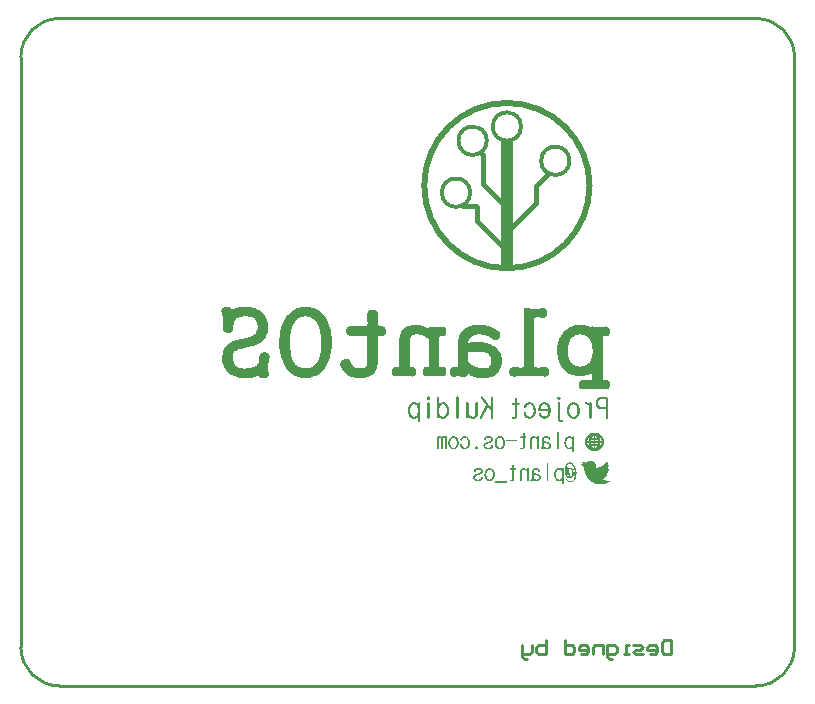
<source format=gbo>
G04 Layer_Color=32896*
%FSLAX25Y25*%
%MOIN*%
G70*
G01*
G75*
%ADD17C,0.01000*%
%ADD19C,0.01969*%
%ADD22C,0.03937*%
%ADD23C,0.01575*%
%ADD24C,0.00965*%
%ADD49C,0.01181*%
%ADD50C,0.00003*%
%ADD51C,0.00015*%
G36*
X424135Y256868D02*
X424397D01*
X424703Y256824D01*
X425053Y256781D01*
X425447Y256737D01*
X425862Y256649D01*
X426322Y256562D01*
X426781Y256431D01*
X427240Y256278D01*
X427721Y256103D01*
X428181Y255884D01*
X428640Y255622D01*
X429077Y255337D01*
X429471Y255009D01*
X429493Y254987D01*
X429558Y254922D01*
X429646Y254813D01*
X429777Y254681D01*
X429930Y254484D01*
X430105Y254266D01*
X430280Y254003D01*
X430455Y253719D01*
X430652Y253391D01*
X430827Y253019D01*
X431002Y252604D01*
X431155Y252188D01*
X431286Y251707D01*
X431374Y251204D01*
X431439Y250679D01*
X431461Y250110D01*
Y250067D01*
Y249957D01*
X431439Y249782D01*
X431417Y249542D01*
X431395Y249257D01*
X431330Y248929D01*
X431264Y248580D01*
X431177Y248186D01*
X431045Y247770D01*
X430892Y247355D01*
X430696Y246939D01*
X430477Y246524D01*
X430215Y246108D01*
X429886Y245714D01*
X429536Y245343D01*
X429121Y245015D01*
X429099D01*
X429055Y244971D01*
X428968Y244927D01*
X428859Y244862D01*
X428705Y244774D01*
X428509Y244687D01*
X428290Y244577D01*
X428006Y244446D01*
X427721Y244337D01*
X427371Y244205D01*
X426978Y244052D01*
X426562Y243921D01*
X426081Y243768D01*
X425578Y243637D01*
X425009Y243484D01*
X424419Y243353D01*
X423763Y243199D01*
X423741D01*
X423654Y243178D01*
X423544Y243134D01*
X423369Y243112D01*
X423172Y243046D01*
X422954Y242981D01*
X422691Y242915D01*
X422429Y242828D01*
X421838Y242653D01*
X421226Y242456D01*
X420635Y242237D01*
X420373Y242106D01*
X420111Y241997D01*
X420089Y241975D01*
X420045Y241887D01*
X419957Y241734D01*
X419870Y241537D01*
X419804Y241253D01*
X419717Y240925D01*
X419673Y240531D01*
X419651Y240072D01*
Y240050D01*
Y239985D01*
Y239897D01*
X419673Y239766D01*
X419695Y239591D01*
X419717Y239416D01*
X419804Y238979D01*
X419936Y238497D01*
X420132Y237994D01*
X420264Y237754D01*
X420417Y237513D01*
X420613Y237273D01*
X420810Y237054D01*
X420854Y237010D01*
X420920Y236988D01*
X420985Y236923D01*
X421095Y236879D01*
X421226Y236813D01*
X421357Y236726D01*
X421532Y236660D01*
X421729Y236595D01*
X421948Y236507D01*
X422210Y236442D01*
X422472Y236398D01*
X422757Y236332D01*
X423085Y236310D01*
X423435Y236267D01*
X424025D01*
X424200Y236289D01*
X424397D01*
X424638Y236310D01*
X424878Y236332D01*
X425163Y236376D01*
X425731Y236463D01*
X426322Y236617D01*
X426890Y236813D01*
X427131Y236945D01*
X427371Y237098D01*
X427393Y237120D01*
X427415Y237141D01*
X427481Y237185D01*
X427568Y237273D01*
X427656Y237360D01*
X427765Y237491D01*
X427874Y237645D01*
X427984Y237820D01*
X428093Y237994D01*
X428202Y238213D01*
X428290Y238476D01*
X428377Y238738D01*
X428443Y239044D01*
X428465Y239372D01*
X428487Y239722D01*
X428465Y240094D01*
Y240138D01*
Y240225D01*
X428487Y240378D01*
X428509Y240553D01*
X428574Y240750D01*
X428684Y240947D01*
X428837Y241166D01*
X429034Y241340D01*
X429055Y241362D01*
X429121Y241406D01*
X429230Y241450D01*
X429383Y241515D01*
X429558Y241581D01*
X429777Y241647D01*
X429996Y241690D01*
X430368D01*
X430521Y241669D01*
X430718Y241625D01*
X430936Y241581D01*
X431155Y241494D01*
X431352Y241384D01*
X431549Y241231D01*
X431570Y241209D01*
X431614Y241144D01*
X431702Y241013D01*
X431767Y240859D01*
X431833Y240641D01*
X431898Y240400D01*
Y240116D01*
X431855Y239810D01*
Y239788D01*
X431833Y239744D01*
Y239678D01*
X431811Y239591D01*
X431767Y239482D01*
X431745Y239329D01*
X431680Y239001D01*
X431614Y238607D01*
X431549Y238147D01*
X431505Y237666D01*
X431461Y237141D01*
Y237120D01*
Y237076D01*
Y236988D01*
Y236879D01*
Y236748D01*
Y236617D01*
Y236267D01*
X431483Y235851D01*
X431527Y235436D01*
X431570Y235042D01*
X431658Y234648D01*
Y234627D01*
X431680Y234539D01*
Y234430D01*
X431702Y234277D01*
X431680Y234102D01*
X431636Y233905D01*
X431549Y233730D01*
X431417Y233533D01*
X431395Y233511D01*
X431352Y233467D01*
X431264Y233402D01*
X431133Y233314D01*
X431002Y233227D01*
X430827Y233139D01*
X430608Y233074D01*
X430389Y233008D01*
X430368D01*
X430280Y232986D01*
X430149D01*
X429974Y232964D01*
X429799D01*
X429602Y232986D01*
X429383Y233030D01*
X429187Y233096D01*
X429165Y233117D01*
X429077Y233139D01*
X428990Y233205D01*
X428859Y233292D01*
X428727Y233424D01*
X428618Y233577D01*
X428531Y233752D01*
X428465Y233970D01*
Y233992D01*
Y234014D01*
X428443Y234080D01*
Y234145D01*
Y234167D01*
X428421D01*
X428399Y234145D01*
X428334Y234123D01*
X428224Y234102D01*
X428093Y234036D01*
X427896Y233948D01*
X427677Y233839D01*
X427393Y233686D01*
X427371Y233664D01*
X427284Y233642D01*
X427131Y233577D01*
X426934Y233511D01*
X426693Y233446D01*
X426387Y233358D01*
X426059Y233271D01*
X425687Y233205D01*
X425666D01*
X425556Y233183D01*
X425425Y233161D01*
X425206Y233139D01*
X424944Y233096D01*
X424638Y233074D01*
X424266Y233052D01*
X423697D01*
X423500Y233074D01*
X423260D01*
X422954Y233096D01*
X422604Y233139D01*
X422210Y233205D01*
X421795Y233271D01*
X421357Y233358D01*
X420920Y233467D01*
X420461Y233620D01*
X420001Y233773D01*
X419564Y233970D01*
X419148Y234211D01*
X418755Y234473D01*
X418405Y234780D01*
X418383Y234801D01*
X418295Y234867D01*
X418186Y234976D01*
X418055Y235108D01*
X417880Y235304D01*
X417683Y235523D01*
X417486Y235786D01*
X417267Y236070D01*
X417049Y236420D01*
X416852Y236770D01*
X416655Y237185D01*
X416480Y237623D01*
X416349Y238082D01*
X416218Y238585D01*
X416152Y239110D01*
X416130Y239657D01*
Y239678D01*
Y239744D01*
Y239831D01*
Y239963D01*
X416152Y240116D01*
Y240313D01*
X416174Y240510D01*
X416218Y240750D01*
X416283Y241253D01*
X416393Y241778D01*
X416546Y242325D01*
X416764Y242850D01*
Y242871D01*
X416786Y242893D01*
X416852Y243024D01*
X416983Y243221D01*
X417158Y243462D01*
X417377Y243746D01*
X417683Y244052D01*
X418033Y244359D01*
X418470Y244665D01*
X418492Y244687D01*
X418580Y244752D01*
X418733Y244862D01*
X418930Y244993D01*
X419214Y245124D01*
X419564Y245299D01*
X419979Y245452D01*
X420461Y245627D01*
X420482D01*
X420570Y245671D01*
X420723Y245714D01*
X420942Y245758D01*
X421226Y245846D01*
X421598Y245933D01*
X421816Y245977D01*
X422057Y246043D01*
X422319Y246086D01*
X422604Y246152D01*
X423632Y246371D01*
X423654D01*
X423719Y246392D01*
X423850Y246436D01*
X423982Y246458D01*
X424178Y246524D01*
X424375Y246568D01*
X424834Y246721D01*
X425338Y246874D01*
X425841Y247071D01*
X426081Y247158D01*
X426300Y247267D01*
X426475Y247355D01*
X426650Y247464D01*
X426672Y247486D01*
X426715Y247508D01*
X426781Y247573D01*
X426847Y247639D01*
X426956Y247748D01*
X427065Y247880D01*
X427306Y248186D01*
X427546Y248580D01*
X427765Y249061D01*
X427831Y249323D01*
X427896Y249629D01*
X427940Y249935D01*
X427962Y250264D01*
Y250285D01*
Y250329D01*
Y250417D01*
X427940Y250526D01*
Y250657D01*
X427918Y250810D01*
X427831Y251204D01*
X427721Y251619D01*
X427546Y252101D01*
X427284Y252560D01*
X427131Y252800D01*
X426956Y253041D01*
X426934D01*
X426912Y253063D01*
X426847Y253107D01*
X426759Y253150D01*
X426650Y253194D01*
X426518Y253238D01*
X426343Y253303D01*
X426168Y253369D01*
X425950Y253413D01*
X425709Y253478D01*
X425425Y253522D01*
X425119Y253588D01*
X424791Y253610D01*
X424441Y253653D01*
X424047Y253675D01*
X423325D01*
X423172Y253653D01*
X422997Y253631D01*
X422604Y253588D01*
X422166Y253522D01*
X421707Y253391D01*
X421270Y253238D01*
X421073Y253129D01*
X420898Y253019D01*
X420876Y252997D01*
X420854Y252954D01*
X420788Y252888D01*
X420701Y252800D01*
X420613Y252691D01*
X420504Y252538D01*
X420417Y252363D01*
X420307Y252166D01*
X420198Y251969D01*
X420089Y251729D01*
X419936Y251182D01*
X419870Y250876D01*
X419826Y250570D01*
Y250220D01*
X419848Y249870D01*
Y249826D01*
Y249739D01*
X419826Y249586D01*
X419804Y249389D01*
X419739Y249170D01*
X419651Y248951D01*
X419520Y248733D01*
X419323Y248536D01*
X419301Y248514D01*
X419236Y248470D01*
X419126Y248405D01*
X418995Y248339D01*
X418798Y248273D01*
X418602Y248208D01*
X418339Y248164D01*
X418077Y248142D01*
X417945D01*
X417814Y248164D01*
X417661Y248186D01*
X417464Y248252D01*
X417267Y248317D01*
X417071Y248426D01*
X416874Y248558D01*
X416852Y248580D01*
X416786Y248645D01*
X416721Y248755D01*
X416611Y248908D01*
X416546Y249104D01*
X416458Y249323D01*
X416436Y249607D01*
Y249892D01*
Y249914D01*
Y249935D01*
X416458Y250001D01*
Y250067D01*
X416480Y250285D01*
X416502Y250592D01*
X416524Y250963D01*
X416546Y251379D01*
X416524Y251882D01*
X416502Y252407D01*
Y252429D01*
Y252472D01*
X416480Y252560D01*
Y252691D01*
X416458Y252822D01*
X416436Y252975D01*
X416371Y253347D01*
X416305Y253741D01*
X416196Y254156D01*
X416086Y254528D01*
X415955Y254856D01*
X415933Y254900D01*
X415911Y255009D01*
X415868Y255162D01*
X415846Y255359D01*
Y255578D01*
X415868Y255797D01*
X415933Y256037D01*
X416065Y256256D01*
X416086Y256278D01*
X416130Y256322D01*
X416218Y256387D01*
X416327Y256475D01*
X416480Y256562D01*
X416655Y256649D01*
X416852Y256737D01*
X417071Y256803D01*
X417114D01*
X417202Y256824D01*
X417355Y256846D01*
X417530Y256868D01*
X417749Y256890D01*
X417967Y256868D01*
X418186Y256846D01*
X418405Y256803D01*
X418448D01*
X418536Y256759D01*
X418645Y256715D01*
X418798Y256628D01*
X418951Y256518D01*
X419083Y256387D01*
X419192Y256234D01*
X419236Y256037D01*
X419279Y255906D01*
Y255884D01*
Y255862D01*
X419258Y255840D01*
X419192Y255819D01*
X419279D01*
X419367Y255840D01*
X419476Y255884D01*
X419651Y255950D01*
X419892Y256037D01*
X420198Y256147D01*
Y256168D01*
X420242Y256190D01*
X420307Y256256D01*
X420395Y256322D01*
X420548Y256387D01*
X420767Y256475D01*
X421051Y256562D01*
X421401Y256628D01*
X421423D01*
X421466Y256649D01*
X421532D01*
X421641Y256671D01*
X421751Y256693D01*
X421882Y256715D01*
X422210Y256759D01*
X422582Y256803D01*
X422997Y256846D01*
X423391Y256890D01*
X423938D01*
X424135Y256868D01*
D02*
G37*
G36*
X516798Y256387D02*
X516973D01*
X517170Y256365D01*
X517388Y256343D01*
X517651Y256322D01*
X517935D01*
X518547Y256278D01*
X519182Y256234D01*
X519838Y256212D01*
X520997D01*
X521347Y256234D01*
X521740Y256256D01*
X522156Y256278D01*
X522593Y256322D01*
X522987Y256387D01*
X523249D01*
X523403Y256365D01*
X523599Y256322D01*
X523796Y256256D01*
X523993Y256125D01*
X524168Y255950D01*
X524190Y255928D01*
X524212Y255862D01*
X524277Y255753D01*
X524343Y255622D01*
X524409Y255447D01*
X524452Y255250D01*
X524496Y255031D01*
X524518Y254791D01*
Y254769D01*
Y254681D01*
X524496Y254550D01*
X524474Y254375D01*
X524430Y254200D01*
X524365Y254003D01*
X524277Y253806D01*
X524168Y253610D01*
X524146Y253588D01*
X524081Y253522D01*
X523993Y253435D01*
X523840Y253347D01*
X523687Y253260D01*
X523468Y253194D01*
X523249Y253150D01*
X522987Y253172D01*
X522921D01*
X522856Y253194D01*
X522768D01*
X522550Y253238D01*
X522243Y253260D01*
X521915Y253282D01*
X521565Y253303D01*
X521237Y253325D01*
X520909Y253303D01*
X520756D01*
X520625Y253282D01*
X520450Y253260D01*
X520275Y253216D01*
X520144Y253172D01*
X520035Y253107D01*
X519991Y253041D01*
Y236813D01*
X520013Y236792D01*
X520056Y236770D01*
X520144Y236726D01*
X520319Y236704D01*
X520406Y236682D01*
X520538Y236660D01*
X520691Y236638D01*
X520866Y236617D01*
X521062D01*
X521303Y236595D01*
X521719D01*
X522025Y236617D01*
X522375D01*
X522768Y236660D01*
X523206Y236682D01*
X523665Y236748D01*
X523687D01*
X523774Y236770D01*
X523927D01*
X524081Y236748D01*
X524277Y236704D01*
X524474Y236638D01*
X524671Y236507D01*
X524846Y236332D01*
X524868Y236310D01*
X524890Y236267D01*
X524933Y236157D01*
X524977Y236048D01*
X525043Y235873D01*
X525086Y235698D01*
X525108Y235479D01*
X525130Y235239D01*
Y235217D01*
Y235129D01*
X525108Y234998D01*
X525086Y234845D01*
X525021Y234473D01*
X524955Y234298D01*
X524868Y234123D01*
X524846Y234102D01*
X524780Y234036D01*
X524693Y233927D01*
X524540Y233817D01*
X524365Y233730D01*
X524168Y233642D01*
X523927Y233577D01*
X523599D01*
X523512Y233599D01*
X523403D01*
X523249Y233620D01*
X523074D01*
X522856Y233642D01*
X522572Y233664D01*
X522287D01*
X521937Y233686D01*
X521544D01*
X521128Y233708D01*
X520647D01*
X520122Y233730D01*
X517760D01*
X517388Y233708D01*
X516557D01*
X516098Y233686D01*
X515179Y233664D01*
X514283Y233620D01*
X513845Y233599D01*
X513452Y233577D01*
X513167D01*
X512992Y233620D01*
X512774Y233664D01*
X512555Y233752D01*
X512336Y233905D01*
X512140Y234080D01*
X512118Y234102D01*
X512074Y234167D01*
X512030Y234255D01*
X511965Y234386D01*
X511899Y234539D01*
X511833Y234736D01*
X511811Y234955D01*
X511790Y235217D01*
Y235239D01*
Y235326D01*
X511811Y235457D01*
X511833Y235611D01*
X511877Y235786D01*
X511943Y235961D01*
X512030Y236136D01*
X512140Y236310D01*
X512161Y236332D01*
X512227Y236398D01*
X512336Y236485D01*
X512489Y236573D01*
X512686Y236660D01*
X512905Y236726D01*
X513145Y236770D01*
X513430Y236748D01*
X513495D01*
X513583Y236726D01*
X513692D01*
X513824Y236704D01*
X513977D01*
X514326Y236660D01*
X514698Y236638D01*
X515070Y236617D01*
X515442Y236595D01*
X515857D01*
X515989Y236617D01*
X516142Y236638D01*
X516317Y236660D01*
X516448Y236704D01*
X516535Y236748D01*
X516579Y236813D01*
Y256409D01*
X516688D01*
X516798Y256387D01*
D02*
G37*
G36*
X466497Y255884D02*
X466694Y255862D01*
X466890Y255797D01*
X467131Y255731D01*
X467372Y255622D01*
X467612Y255490D01*
X467634Y255469D01*
X467678Y255425D01*
X467743Y255337D01*
X467831Y255228D01*
X467897Y255075D01*
X467940Y254900D01*
X467962Y254681D01*
X467940Y254419D01*
Y254397D01*
Y254310D01*
X467918Y254156D01*
Y253981D01*
Y253763D01*
Y253522D01*
Y253260D01*
X467897Y252975D01*
X467918Y252385D01*
X467940Y251816D01*
X467962Y251576D01*
X467984Y251357D01*
X468028Y251160D01*
X468071Y251007D01*
X468093Y250985D01*
X468137Y250898D01*
X468203Y250788D01*
X468312Y250657D01*
X468487Y250548D01*
X468684Y250438D01*
X468946Y250373D01*
X469274Y250351D01*
X469537D01*
X469690Y250307D01*
X469887Y250242D01*
X470084Y250154D01*
X470280Y250001D01*
X470455Y249804D01*
Y249782D01*
X470499Y249739D01*
X470543Y249651D01*
X470586Y249520D01*
X470630Y249367D01*
X470674Y249192D01*
X470696Y248995D01*
X470718Y248755D01*
Y248733D01*
Y248645D01*
X470696Y248514D01*
X470674Y248361D01*
X470586Y248011D01*
X470521Y247836D01*
X470433Y247683D01*
X470411Y247661D01*
X470346Y247595D01*
X470258Y247508D01*
X470127Y247398D01*
X469952Y247311D01*
X469755Y247224D01*
X469515Y247180D01*
X469231D01*
X469143Y247202D01*
X468859D01*
X468509Y247180D01*
X468334Y247136D01*
X468203Y247071D01*
X468181D01*
X468159Y247027D01*
X468115Y246983D01*
X468071Y246917D01*
X468028Y246808D01*
X467984Y246699D01*
X467940Y246546D01*
Y246349D01*
Y238257D01*
Y238235D01*
Y238147D01*
Y238016D01*
X467918Y237863D01*
X467897Y237666D01*
X467853Y237426D01*
X467809Y237163D01*
X467765Y236879D01*
X467590Y236267D01*
X467481Y235961D01*
X467328Y235654D01*
X467175Y235326D01*
X466978Y235042D01*
X466759Y234736D01*
X466497Y234473D01*
X466475Y234452D01*
X466431Y234408D01*
X466344Y234342D01*
X466234Y234255D01*
X466081Y234145D01*
X465884Y234036D01*
X465688Y233905D01*
X465425Y233773D01*
X465163Y233642D01*
X464835Y233511D01*
X464507Y233402D01*
X464135Y233292D01*
X463741Y233205D01*
X463304Y233139D01*
X462845Y233096D01*
X462363Y233074D01*
X461992D01*
X461795Y233096D01*
X461576D01*
X461336Y233117D01*
X461073Y233139D01*
X460504Y233205D01*
X459914Y233314D01*
X459345Y233446D01*
X459061Y233533D01*
X458820Y233642D01*
X458799Y233664D01*
X458733Y233686D01*
X458624Y233752D01*
X458492Y233817D01*
X458339Y233927D01*
X458143Y234058D01*
X457924Y234233D01*
X457683Y234408D01*
X457443Y234627D01*
X457180Y234889D01*
X456896Y235173D01*
X456633Y235479D01*
X456371Y235851D01*
X456087Y236223D01*
X455824Y236660D01*
X455584Y237120D01*
X455562Y237141D01*
X455540Y237251D01*
X455496Y237382D01*
X455474Y237557D01*
X455452Y237754D01*
Y237951D01*
X455474Y238169D01*
X455562Y238388D01*
X455584Y238410D01*
X455627Y238497D01*
X455693Y238607D01*
X455802Y238738D01*
X455956Y238869D01*
X456130Y239022D01*
X456327Y239175D01*
X456568Y239285D01*
X456590Y239307D01*
X456677Y239329D01*
X456808Y239372D01*
X456983Y239416D01*
X457180Y239460D01*
X457399Y239482D01*
X457640D01*
X457880Y239460D01*
X457902D01*
X457989Y239438D01*
X458099Y239416D01*
X458252Y239350D01*
X458405Y239263D01*
X458536Y239132D01*
X458667Y238979D01*
X458777Y238760D01*
Y238738D01*
X458799Y238716D01*
X458820Y238650D01*
X458864Y238563D01*
X458974Y238322D01*
X459149Y238038D01*
X459345Y237732D01*
X459586Y237382D01*
X459848Y237054D01*
X460176Y236748D01*
X460198Y236726D01*
X460308Y236682D01*
X460461Y236595D01*
X460679Y236529D01*
X460964Y236442D01*
X461292Y236354D01*
X461685Y236310D01*
X462145Y236289D01*
X462363D01*
X462604Y236310D01*
X462888Y236354D01*
X463194Y236442D01*
X463501Y236529D01*
X463785Y236682D01*
X464025Y236879D01*
X464047Y236901D01*
X464113Y236988D01*
X464179Y237120D01*
X464266Y237316D01*
X464375Y237579D01*
X464441Y237907D01*
X464507Y238279D01*
X464529Y238738D01*
Y246349D01*
Y246371D01*
Y246458D01*
Y246546D01*
Y246677D01*
X464507Y246808D01*
Y246939D01*
Y247027D01*
X464485Y247092D01*
X464463Y247114D01*
X464419Y247136D01*
X464310Y247158D01*
X464069D01*
X463960Y247180D01*
X463763Y247202D01*
X463501Y247224D01*
X463151D01*
X462757Y247245D01*
X462298Y247267D01*
X461226D01*
X460854Y247245D01*
X460439D01*
X459958Y247224D01*
X459455Y247202D01*
X458952Y247158D01*
X458820D01*
X458689Y247180D01*
X458514Y247224D01*
X458317Y247289D01*
X458121Y247398D01*
X457924Y247530D01*
X457749Y247727D01*
X457727Y247748D01*
X457705Y247814D01*
X457640Y247902D01*
X457574Y248033D01*
X457530Y248186D01*
X457465Y248361D01*
X457443Y248580D01*
X457421Y248798D01*
Y248820D01*
Y248908D01*
X457443Y249039D01*
X457465Y249192D01*
X457530Y249389D01*
X457596Y249564D01*
X457705Y249761D01*
X457836Y249957D01*
X457858Y249979D01*
X457902Y250023D01*
X457989Y250110D01*
X458121Y250176D01*
X458274Y250264D01*
X458470Y250307D01*
X458711Y250351D01*
X459170D01*
X459280Y250329D01*
X459739D01*
X460111Y250307D01*
X460548D01*
X461029Y250285D01*
X462298D01*
X462691Y250307D01*
X463129D01*
X463610Y250329D01*
X464135Y250351D01*
X464179D01*
X464310Y250373D01*
X464441Y250438D01*
X464485Y250504D01*
X464529Y250592D01*
Y250613D01*
Y250679D01*
X464550Y250788D01*
Y250963D01*
Y251073D01*
X464572Y251226D01*
Y251379D01*
Y251554D01*
Y251772D01*
X464550Y252013D01*
Y252275D01*
Y252560D01*
X464463Y254419D01*
Y254463D01*
Y254550D01*
Y254681D01*
X464507Y254856D01*
X464572Y255031D01*
X464682Y255250D01*
X464856Y255447D01*
X465097Y255622D01*
X465119Y255644D01*
X465163Y255665D01*
X465250Y255709D01*
X465381Y255775D01*
X465556Y255819D01*
X465731Y255862D01*
X465972Y255884D01*
X466234Y255906D01*
X466366D01*
X466497Y255884D01*
D02*
G37*
G36*
X535759Y250854D02*
X536043Y250832D01*
X536393Y250788D01*
X536765Y250745D01*
X537181Y250657D01*
X537618Y250548D01*
X537640D01*
X537706Y250526D01*
X537815Y250482D01*
X537968Y250438D01*
X538165Y250373D01*
X538405Y250285D01*
X538668Y250176D01*
X538996Y250045D01*
X539018D01*
X539083Y250001D01*
X539171Y249979D01*
X539280Y249935D01*
X539477Y249848D01*
X539565Y249826D01*
X539586Y249815D01*
Y249826D01*
X539565Y249870D01*
X539543Y249935D01*
X539521Y250023D01*
X539499Y250132D01*
X539477Y250307D01*
X539630D01*
X539739Y250285D01*
X539892D01*
X540046Y250264D01*
X540417D01*
X540833Y250242D01*
X541292Y250220D01*
X541730Y250198D01*
X542473D01*
X542714Y250220D01*
X542998D01*
X543304Y250242D01*
X543938Y250285D01*
X544179D01*
X544332Y250264D01*
X544507Y250220D01*
X544682Y250154D01*
X544857Y250045D01*
X544988Y249892D01*
X545010Y249870D01*
X545054Y249782D01*
X545119Y249651D01*
X545185Y249498D01*
X545251Y249301D01*
X545316Y249082D01*
X545360Y248842D01*
X545382Y248601D01*
Y248580D01*
Y248492D01*
X545360Y248361D01*
X545338Y248208D01*
X545251Y247858D01*
X545185Y247683D01*
X545098Y247530D01*
X545076Y247508D01*
X545010Y247442D01*
X544923Y247355D01*
X544769Y247267D01*
X544616Y247158D01*
X544420Y247092D01*
X544179Y247049D01*
X543938Y247071D01*
X543589D01*
X543304Y247049D01*
X543173Y247027D01*
X543064Y247005D01*
X543042D01*
X542998Y246961D01*
X542954Y246874D01*
X542932Y246742D01*
Y232877D01*
Y232855D01*
Y232833D01*
X542954Y232724D01*
X543020Y232593D01*
X543085Y232549D01*
X543151Y232505D01*
X543195Y232483D01*
X543260D01*
X543326Y232461D01*
X543742D01*
X543938Y232483D01*
X543960D01*
X544048Y232505D01*
X544179D01*
X544354Y232483D01*
X544529Y232439D01*
X544726Y232352D01*
X544923Y232221D01*
X545098Y232024D01*
X545119Y232002D01*
X545141Y231958D01*
X545185Y231871D01*
X545229Y231740D01*
X545294Y231587D01*
X545338Y231412D01*
X545360Y231193D01*
X545382Y230952D01*
Y230930D01*
Y230843D01*
X545360Y230712D01*
X545338Y230537D01*
X545272Y230340D01*
X545207Y230121D01*
X545098Y229903D01*
X544966Y229684D01*
X544944Y229662D01*
X544901Y229618D01*
X544835Y229553D01*
X544726Y229487D01*
X544573Y229421D01*
X544398Y229356D01*
X544179Y229334D01*
X543917Y229356D01*
X543742D01*
X543610Y229378D01*
X543239D01*
X543020Y229399D01*
X542473D01*
X542145Y229421D01*
X541467D01*
X540680Y229443D01*
X538580D01*
X538034Y229421D01*
X537487Y229399D01*
X536962Y229378D01*
X536743D01*
X536524Y229356D01*
X536240D01*
X536043Y229399D01*
X535825Y229443D01*
X535628Y229531D01*
X535409Y229662D01*
X535234Y229837D01*
X535212Y229859D01*
X535169Y229924D01*
X535125Y230034D01*
X535059Y230165D01*
X535015Y230340D01*
X534950Y230537D01*
X534928Y230777D01*
Y231018D01*
Y231040D01*
Y231127D01*
X534950Y231259D01*
X534994Y231433D01*
X535059Y231608D01*
X535147Y231805D01*
X535256Y232002D01*
X535409Y232199D01*
X535431Y232221D01*
X535497Y232264D01*
X535584Y232352D01*
X535715Y232418D01*
X535868Y232505D01*
X536065Y232549D01*
X536284Y232571D01*
X536524Y232549D01*
X536590D01*
X536656Y232527D01*
X536765D01*
X537006Y232505D01*
X537334Y232483D01*
X537684Y232461D01*
X538034Y232439D01*
X538383D01*
X538690Y232461D01*
X538733D01*
X538821Y232483D01*
X538952D01*
X539105Y232505D01*
X539258Y232549D01*
X539390Y232593D01*
X539477Y232658D01*
X539521Y232724D01*
Y235304D01*
X539499Y235282D01*
X539455Y235195D01*
X539368Y235064D01*
X539215Y234889D01*
X539018Y234714D01*
X538755Y234517D01*
X538405Y234342D01*
X538187Y234255D01*
X537968Y234167D01*
X537946D01*
X537902Y234145D01*
X537837Y234123D01*
X537749Y234102D01*
X537618Y234058D01*
X537487Y234014D01*
X537159Y233948D01*
X536765Y233861D01*
X536306Y233773D01*
X535847Y233730D01*
X535344Y233708D01*
X535190D01*
X534994Y233730D01*
X534753Y233752D01*
X534447Y233795D01*
X534097Y233861D01*
X533703Y233948D01*
X533266Y234058D01*
X532829Y234211D01*
X532347Y234386D01*
X531866Y234605D01*
X531385Y234889D01*
X530926Y235195D01*
X530445Y235567D01*
X530007Y236004D01*
X529592Y236485D01*
X529570Y236507D01*
X529504Y236595D01*
X529417Y236704D01*
X529307Y236879D01*
X529154Y237098D01*
X529001Y237382D01*
X528826Y237688D01*
X528651Y238038D01*
X528498Y238432D01*
X528323Y238869D01*
X528170Y239350D01*
X528017Y239853D01*
X527908Y240400D01*
X527820Y240991D01*
X527755Y241603D01*
X527733Y242259D01*
Y242303D01*
Y242412D01*
X527755Y242609D01*
Y242850D01*
X527798Y243156D01*
X527820Y243528D01*
X527886Y243921D01*
X527973Y244337D01*
X528061Y244796D01*
X528192Y245255D01*
X528345Y245736D01*
X528520Y246217D01*
X528739Y246699D01*
X528979Y247180D01*
X529264Y247639D01*
X529592Y248055D01*
X529614Y248077D01*
X529701Y248186D01*
X529810Y248317D01*
X529985Y248492D01*
X530204Y248711D01*
X530467Y248951D01*
X530773Y249214D01*
X531123Y249476D01*
X531494Y249739D01*
X531932Y249979D01*
X532413Y250220D01*
X532916Y250438D01*
X533463Y250613D01*
X534053Y250745D01*
X534688Y250854D01*
X535344Y250876D01*
X535540D01*
X535759Y250854D01*
D02*
G37*
G36*
X480887D02*
X481040D01*
X481412Y250810D01*
X481849Y250766D01*
X482287Y250679D01*
X482746Y250570D01*
X483162Y250417D01*
X483206Y250395D01*
X483337Y250351D01*
X483512Y250285D01*
X483752Y250198D01*
X484015Y250067D01*
X484321Y249935D01*
X484605Y249761D01*
X484911Y249564D01*
X484999Y249542D01*
X485021Y249520D01*
X485086Y249454D01*
X485108Y249389D01*
Y249367D01*
X485130D01*
X485108Y249389D01*
Y249411D01*
Y249476D01*
Y249586D01*
Y249739D01*
X485086Y249957D01*
X485064Y250242D01*
X485196D01*
X485305Y250220D01*
X485436D01*
X485589Y250198D01*
X485939D01*
X486333Y250176D01*
X486770Y250154D01*
X487230Y250132D01*
X488083D01*
X488323Y250154D01*
X488629D01*
X488957Y250176D01*
X489635Y250220D01*
X489657D01*
X489723Y250242D01*
X489832D01*
X489985Y250220D01*
X490138Y250176D01*
X490291Y250089D01*
X490466Y249957D01*
X490619Y249782D01*
Y249761D01*
X490641Y249717D01*
X490685Y249607D01*
X490707Y249498D01*
X490751Y249323D01*
X490794Y249148D01*
X490816Y248929D01*
Y248689D01*
Y248667D01*
Y248580D01*
X490794Y248448D01*
Y248317D01*
X490729Y247945D01*
X490619Y247595D01*
X490597Y247573D01*
X490554Y247508D01*
X490466Y247398D01*
X490357Y247289D01*
X490226Y247180D01*
X490051Y247092D01*
X489854Y247049D01*
X489635Y247027D01*
X489613D01*
X489548Y247049D01*
X489307D01*
X489001Y247027D01*
X488826Y247005D01*
X488673Y246961D01*
X488651Y246939D01*
X488586Y246852D01*
X488542Y246764D01*
X488520Y246677D01*
X488498Y246546D01*
Y246392D01*
Y236879D01*
Y236857D01*
X488520Y236813D01*
X488586Y236770D01*
X488717Y236748D01*
X489242D01*
X489417Y236770D01*
X489635Y236792D01*
X489657D01*
X489745Y236813D01*
X489854Y236792D01*
X489985D01*
X490138Y236726D01*
X490313Y236638D01*
X490466Y236507D01*
X490619Y236310D01*
Y236289D01*
X490641Y236245D01*
X490685Y236157D01*
X490707Y236026D01*
X490751Y235873D01*
X490794Y235698D01*
X490816Y235501D01*
Y235261D01*
Y235239D01*
Y235151D01*
X490794Y235020D01*
Y234867D01*
X490729Y234495D01*
X490685Y234320D01*
X490619Y234145D01*
X490597Y234123D01*
X490554Y234058D01*
X490466Y233970D01*
X490357Y233861D01*
X490226Y233752D01*
X490051Y233686D01*
X489854Y233620D01*
X489460D01*
X489351Y233642D01*
X489023D01*
X488607Y233664D01*
X488148D01*
X487667Y233686D01*
X485917D01*
X485546Y233664D01*
X485130D01*
X484671Y233642D01*
X484211Y233620D01*
X483993D01*
X483840Y233642D01*
X483687Y233686D01*
X483512Y233773D01*
X483359Y233905D01*
X483227Y234080D01*
X483206Y234102D01*
X483184Y234167D01*
X483140Y234255D01*
X483074Y234386D01*
X483009Y234561D01*
X482965Y234758D01*
X482943Y234976D01*
X482921Y235217D01*
Y235239D01*
Y235326D01*
X482943Y235457D01*
X482965Y235632D01*
X483052Y236004D01*
X483118Y236201D01*
X483227Y236376D01*
X483249Y236398D01*
X483293Y236463D01*
X483380Y236551D01*
X483490Y236638D01*
X483621Y236726D01*
X483818Y236792D01*
X484015Y236813D01*
X484255Y236792D01*
X484277D01*
X484321Y236770D01*
X484408Y236748D01*
X484518Y236726D01*
X484715Y236682D01*
X484933D01*
X484999Y236726D01*
X485064Y236792D01*
X485086Y236879D01*
Y245933D01*
X485064Y245977D01*
X484977Y246064D01*
X484824Y246196D01*
X484649Y246371D01*
X484430Y246568D01*
X484190Y246764D01*
X483905Y246939D01*
X483599Y247114D01*
X483577D01*
X483533Y247136D01*
X483468Y247158D01*
X483380Y247202D01*
X483271Y247245D01*
X483118Y247289D01*
X482790Y247398D01*
X482396Y247486D01*
X481937Y247573D01*
X481456Y247639D01*
X480931Y247661D01*
X480734D01*
X480515Y247639D01*
X480253Y247595D01*
X479991Y247552D01*
X479684Y247464D01*
X479422Y247355D01*
X479203Y247202D01*
X479181Y247180D01*
X479116Y247114D01*
X479028Y246983D01*
X478919Y246808D01*
X478810Y246589D01*
X478722Y246305D01*
X478656Y245955D01*
X478635Y245540D01*
Y236879D01*
Y236857D01*
Y236813D01*
X478678Y236770D01*
X478722Y236748D01*
X479006D01*
X479138Y236770D01*
X479291Y236792D01*
X479313D01*
X479400Y236813D01*
X479531D01*
X479706Y236792D01*
X479881Y236748D01*
X480078Y236682D01*
X480253Y236551D01*
X480428Y236376D01*
X480450Y236354D01*
X480472Y236289D01*
X480537Y236201D01*
X480581Y236070D01*
X480647Y235895D01*
X480712Y235698D01*
X480734Y235457D01*
X480756Y235195D01*
Y235173D01*
Y235086D01*
X480734Y234955D01*
X480712Y234780D01*
X480669Y234605D01*
X480603Y234408D01*
X480515Y234233D01*
X480406Y234058D01*
X480384Y234036D01*
X480319Y233970D01*
X480231Y233883D01*
X480100Y233795D01*
X479947Y233708D01*
X479750Y233642D01*
X479531Y233599D01*
X479291Y233620D01*
X479094D01*
X478963Y233642D01*
X478613D01*
X478175Y233664D01*
X477716D01*
X477213Y233686D01*
X475748D01*
X475398Y233664D01*
X475026D01*
X474567Y233642D01*
X474086Y233620D01*
X473845D01*
X473692Y233642D01*
X473539Y233664D01*
X473364Y233752D01*
X473189Y233861D01*
X473036Y234036D01*
X473014Y234058D01*
X472970Y234123D01*
X472927Y234233D01*
X472861Y234364D01*
X472795Y234539D01*
X472730Y234758D01*
X472708Y234976D01*
X472686Y235217D01*
Y235239D01*
Y235326D01*
X472708Y235457D01*
X472730Y235632D01*
X472774Y235829D01*
X472839Y236026D01*
X472927Y236223D01*
X473036Y236420D01*
X473058Y236442D01*
X473102Y236507D01*
X473189Y236573D01*
X473320Y236660D01*
X473473Y236748D01*
X473670Y236792D01*
X473889Y236813D01*
X474151Y236792D01*
X474173D01*
X474261Y236770D01*
X474392Y236748D01*
X474545Y236726D01*
X474895Y236682D01*
X475048D01*
X475157Y236704D01*
X475179Y236726D01*
X475201Y236792D01*
X475223Y236879D01*
Y246261D01*
Y246283D01*
Y246371D01*
Y246480D01*
X475245Y246633D01*
X475267Y246830D01*
X475310Y247049D01*
X475354Y247289D01*
X475398Y247552D01*
X475573Y248098D01*
X475704Y248383D01*
X475835Y248667D01*
X476010Y248951D01*
X476207Y249214D01*
X476426Y249454D01*
X476688Y249673D01*
X476710Y249695D01*
X476754Y249717D01*
X476841Y249782D01*
X476951Y249870D01*
X477104Y249957D01*
X477279Y250045D01*
X477497Y250154D01*
X477716Y250285D01*
X477979Y250395D01*
X478285Y250504D01*
X478591Y250592D01*
X478919Y250679D01*
X479269Y250766D01*
X479663Y250832D01*
X480056Y250854D01*
X480472Y250876D01*
X480734D01*
X480887Y250854D01*
D02*
G37*
G36*
X501795D02*
X502014D01*
X502232Y250832D01*
X502495Y250810D01*
X503063Y250766D01*
X503676Y250679D01*
X504332Y250548D01*
X504966Y250395D01*
X504988D01*
X505054Y250373D01*
X505141Y250351D01*
X505272Y250307D01*
X505425Y250242D01*
X505622Y250176D01*
X505819Y250089D01*
X506060Y250001D01*
X506541Y249782D01*
X507088Y249520D01*
X507612Y249214D01*
X508137Y248842D01*
X508159Y248820D01*
X508247Y248755D01*
X508356Y248645D01*
X508465Y248514D01*
X508597Y248339D01*
X508728Y248142D01*
X508815Y247902D01*
X508859Y247639D01*
Y247617D01*
Y247530D01*
Y247398D01*
X508837Y247245D01*
X508793Y247049D01*
X508728Y246808D01*
X508640Y246589D01*
X508509Y246327D01*
X508487Y246305D01*
X508465Y246261D01*
X508400Y246174D01*
X508312Y246086D01*
X508203Y245977D01*
X508072Y245889D01*
X507897Y245802D01*
X507722Y245736D01*
X507437D01*
X507263Y245758D01*
X507022Y245802D01*
X506781Y245911D01*
X506497Y246064D01*
X506213Y246283D01*
X506169Y246305D01*
X506038Y246392D01*
X505841Y246502D01*
X505557Y246633D01*
X505229Y246808D01*
X504813Y246983D01*
X504332Y247158D01*
X503807Y247333D01*
X503785D01*
X503763Y247355D01*
X503698D01*
X503610Y247377D01*
X503392Y247442D01*
X503085Y247508D01*
X502713Y247552D01*
X502298Y247617D01*
X501817Y247639D01*
X501292Y247661D01*
X501161D01*
X501051Y247639D01*
X500920Y247617D01*
X500789Y247595D01*
X500439Y247530D01*
X500045Y247398D01*
X499608Y247202D01*
X499389Y247071D01*
X499171Y246917D01*
X498952Y246742D01*
X498733Y246546D01*
X498711Y246502D01*
X498646Y246414D01*
X498536Y246239D01*
X498427Y246021D01*
X498318Y245780D01*
X498208Y245496D01*
X498143Y245168D01*
X498121Y244840D01*
X498143D01*
X498208Y244862D01*
X498318Y244883D01*
X498493Y244927D01*
X498733Y244949D01*
X499017Y244993D01*
X499389Y245015D01*
X499849Y245037D01*
X499980D01*
X500067Y245058D01*
X500286D01*
X500570Y245080D01*
X500898Y245102D01*
X501204D01*
X501533Y245124D01*
X501948D01*
X502123Y245102D01*
X502364D01*
X502648Y245058D01*
X502998Y245037D01*
X503370Y244971D01*
X503785Y244905D01*
X504201Y244796D01*
X504660Y244687D01*
X505119Y244534D01*
X505579Y244359D01*
X506060Y244140D01*
X506497Y243899D01*
X506934Y243615D01*
X507350Y243287D01*
X507372Y243265D01*
X507437Y243221D01*
X507525Y243134D01*
X507656Y243024D01*
X507809Y242871D01*
X507984Y242696D01*
X508159Y242478D01*
X508356Y242215D01*
X508553Y241931D01*
X508728Y241625D01*
X508903Y241253D01*
X509056Y240859D01*
X509165Y240422D01*
X509274Y239963D01*
X509340Y239460D01*
X509362Y238913D01*
Y238891D01*
Y238804D01*
Y238650D01*
X509340Y238476D01*
X509318Y238235D01*
X509274Y237973D01*
X509231Y237688D01*
X509165Y237360D01*
X509100Y237032D01*
X508990Y236682D01*
X508859Y236332D01*
X508706Y235961D01*
X508531Y235611D01*
X508334Y235282D01*
X508094Y234955D01*
X507831Y234648D01*
X507809Y234627D01*
X507765Y234583D01*
X507656Y234495D01*
X507525Y234408D01*
X507372Y234277D01*
X507175Y234145D01*
X506934Y234014D01*
X506672Y233861D01*
X506366Y233708D01*
X506016Y233577D01*
X505644Y233446D01*
X505229Y233314D01*
X504791Y233227D01*
X504332Y233139D01*
X503829Y233096D01*
X503282Y233074D01*
X502976D01*
X502801Y233096D01*
X502626D01*
X502407Y233117D01*
X502167Y233139D01*
X501664Y233183D01*
X501095Y233249D01*
X500505Y233358D01*
X499936Y233511D01*
X499914D01*
X499892Y233533D01*
X499739Y233577D01*
X499564Y233642D01*
X499324Y233730D01*
X499083Y233861D01*
X498864Y233992D01*
X498711Y234167D01*
X498646Y234255D01*
X498602Y234364D01*
Y234320D01*
X498033Y234714D01*
X498055Y234517D01*
Y234495D01*
X498033Y234430D01*
X497990Y234364D01*
X497968Y234255D01*
X497858Y234058D01*
X497815Y233948D01*
X497749Y233883D01*
X497727Y233861D01*
X497683Y233839D01*
X497618Y233773D01*
X497530Y233730D01*
X497399Y233664D01*
X497246Y233599D01*
X497049Y233577D01*
X496852Y233555D01*
X496743D01*
X496656Y233577D01*
X496437D01*
X496152Y233599D01*
X495846D01*
X495518Y233620D01*
X495212Y233642D01*
X494337D01*
X494075Y233620D01*
X493812Y233599D01*
X493572Y233577D01*
X493331Y233555D01*
X493222D01*
X493113Y233577D01*
X492959Y233599D01*
X492806Y233664D01*
X492631Y233730D01*
X492456Y233861D01*
X492303Y234036D01*
X492281Y234058D01*
X492260Y234123D01*
X492216Y234211D01*
X492172Y234342D01*
X492128Y234517D01*
X492085Y234692D01*
X492041Y234911D01*
Y235151D01*
Y235173D01*
Y235261D01*
X492063Y235370D01*
Y235523D01*
X492150Y235873D01*
X492194Y236048D01*
X492281Y236223D01*
X492303Y236245D01*
X492347Y236310D01*
X492435Y236420D01*
X492566Y236529D01*
X492719Y236617D01*
X492894Y236704D01*
X493091Y236770D01*
X493353D01*
X493441Y236748D01*
X493594Y236726D01*
X493769Y236682D01*
X493965Y236660D01*
X494140Y236638D01*
X494425D01*
X494447Y236660D01*
X494556Y236726D01*
X494622Y236770D01*
X494665Y236857D01*
X494687Y236966D01*
X494709Y237098D01*
Y245190D01*
Y245233D01*
Y245321D01*
X494731Y245474D01*
X494753Y245693D01*
X494775Y245933D01*
X494840Y246217D01*
X494906Y246546D01*
X495015Y246896D01*
X495147Y247245D01*
X495300Y247617D01*
X495496Y248011D01*
X495737Y248383D01*
X496021Y248755D01*
X496327Y249104D01*
X496699Y249454D01*
X497137Y249761D01*
X497158Y249782D01*
X497224Y249804D01*
X497312Y249870D01*
X497443Y249935D01*
X497618Y250023D01*
X497815Y250110D01*
X498033Y250220D01*
X498296Y250329D01*
X498602Y250417D01*
X498908Y250526D01*
X499258Y250613D01*
X499608Y250701D01*
X500002Y250766D01*
X500417Y250832D01*
X500855Y250854D01*
X501292Y250876D01*
X501620D01*
X501795Y250854D01*
D02*
G37*
G36*
X444364Y256890D02*
X444670Y256846D01*
X445042Y256803D01*
X445458Y256715D01*
X445939Y256606D01*
X446442Y256475D01*
X446967Y256278D01*
X447514Y256037D01*
X448082Y255753D01*
X448629Y255403D01*
X449176Y254987D01*
X449701Y254506D01*
X450204Y253959D01*
X450663Y253325D01*
X450685Y253282D01*
X450750Y253172D01*
X450860Y252997D01*
X450991Y252757D01*
X451144Y252429D01*
X451319Y252035D01*
X451494Y251598D01*
X451691Y251073D01*
X451888Y250504D01*
X452063Y249870D01*
X452238Y249192D01*
X452391Y248448D01*
X452522Y247639D01*
X452631Y246808D01*
X452697Y245889D01*
X452719Y244949D01*
Y244927D01*
Y244883D01*
Y244818D01*
Y244730D01*
Y244599D01*
X452697Y244446D01*
Y244293D01*
X452675Y244096D01*
X452653Y243659D01*
X452588Y243134D01*
X452522Y242565D01*
X452434Y241953D01*
X452303Y241297D01*
X452150Y240619D01*
X451975Y239919D01*
X451735Y239219D01*
X451472Y238497D01*
X451166Y237820D01*
X450816Y237141D01*
X450400Y236507D01*
X450379Y236463D01*
X450313Y236354D01*
X450182Y236201D01*
X450007Y235982D01*
X449788Y235720D01*
X449526Y235414D01*
X449198Y235108D01*
X448826Y234801D01*
X448388Y234473D01*
X447929Y234167D01*
X447382Y233861D01*
X446814Y233620D01*
X446180Y233402D01*
X445480Y233227D01*
X444736Y233117D01*
X443949Y233074D01*
X443752D01*
X443533Y233096D01*
X443227Y233117D01*
X442877Y233183D01*
X442462Y233249D01*
X441981Y233358D01*
X441499Y233511D01*
X440975Y233686D01*
X440428Y233905D01*
X439903Y234189D01*
X439356Y234517D01*
X438831Y234911D01*
X438328Y235370D01*
X437847Y235895D01*
X437432Y236507D01*
X437410Y236551D01*
X437322Y236660D01*
X437213Y236857D01*
X437082Y237098D01*
X436907Y237426D01*
X436710Y237820D01*
X436491Y238279D01*
X436272Y238804D01*
X436076Y239394D01*
X435857Y240028D01*
X435660Y240728D01*
X435485Y241472D01*
X435354Y242281D01*
X435223Y243112D01*
X435157Y244009D01*
X435135Y244949D01*
Y244971D01*
Y245015D01*
Y245080D01*
Y245190D01*
Y245299D01*
X435157Y245452D01*
Y245627D01*
X435179Y245802D01*
X435201Y246261D01*
X435266Y246764D01*
X435332Y247333D01*
X435420Y247967D01*
X435551Y248623D01*
X435704Y249301D01*
X435879Y250001D01*
X436097Y250723D01*
X436360Y251445D01*
X436666Y252144D01*
X437016Y252822D01*
X437432Y253456D01*
X437453Y253500D01*
X437541Y253610D01*
X437650Y253785D01*
X437825Y254003D01*
X438066Y254266D01*
X438350Y254550D01*
X438678Y254856D01*
X439050Y255184D01*
X439487Y255512D01*
X439968Y255819D01*
X440493Y256103D01*
X441084Y256365D01*
X441718Y256584D01*
X442418Y256759D01*
X443161Y256868D01*
X443949Y256912D01*
X444146D01*
X444364Y256890D01*
D02*
G37*
G36*
X528449Y226952D02*
X528510Y226939D01*
X528579Y226918D01*
X528647Y226884D01*
X528715Y226843D01*
X528777Y226788D01*
X528784Y226781D01*
X528797Y226754D01*
X528825Y226720D01*
X528845Y226665D01*
X528872Y226604D01*
X528900Y226529D01*
X528913Y226454D01*
X528920Y226365D01*
Y226358D01*
Y226324D01*
X528913Y226283D01*
X528900Y226228D01*
X528886Y226167D01*
X528859Y226098D01*
X528825Y226023D01*
X528777Y225955D01*
X528770Y225948D01*
X528749Y225928D01*
X528715Y225900D01*
X528667Y225873D01*
X528606Y225846D01*
X528538Y225818D01*
X528449Y225798D01*
X528353Y225791D01*
X528312D01*
X528265Y225798D01*
X528203Y225812D01*
X528135Y225832D01*
X528066Y225866D01*
X527998Y225907D01*
X527930Y225969D01*
X527923Y225975D01*
X527909Y225996D01*
X527882Y226037D01*
X527855Y226085D01*
X527827Y226139D01*
X527800Y226208D01*
X527786Y226283D01*
X527780Y226365D01*
Y226378D01*
Y226406D01*
X527786Y226447D01*
X527800Y226508D01*
X527814Y226570D01*
X527841Y226638D01*
X527882Y226706D01*
X527930Y226775D01*
X527937Y226781D01*
X527957Y226802D01*
X527998Y226836D01*
X528046Y226870D01*
X528107Y226898D01*
X528176Y226932D01*
X528258Y226952D01*
X528353Y226959D01*
X528401D01*
X528449Y226952D01*
D02*
G37*
G36*
X485017D02*
X485078Y226939D01*
X485147Y226911D01*
X485215Y226877D01*
X485283Y226829D01*
X485345Y226768D01*
X485352Y226761D01*
X485365Y226740D01*
X485386Y226706D01*
X485406Y226659D01*
X485434Y226597D01*
X485454Y226529D01*
X485468Y226454D01*
X485474Y226365D01*
Y226351D01*
Y226324D01*
X485468Y226283D01*
X485461Y226228D01*
X485440Y226167D01*
X485420Y226098D01*
X485386Y226037D01*
X485345Y225975D01*
X485338Y225969D01*
X485318Y225948D01*
X485283Y225914D01*
X485236Y225887D01*
X485174Y225852D01*
X485106Y225818D01*
X485017Y225798D01*
X484921Y225791D01*
X484873D01*
X484826Y225798D01*
X484764Y225812D01*
X484696Y225832D01*
X484621Y225866D01*
X484552Y225907D01*
X484484Y225969D01*
X484477Y225975D01*
X484464Y225996D01*
X484436Y226037D01*
X484409Y226085D01*
X484382Y226139D01*
X484354Y226208D01*
X484341Y226283D01*
X484334Y226365D01*
Y226378D01*
Y226406D01*
X484341Y226447D01*
X484354Y226508D01*
X484368Y226570D01*
X484395Y226638D01*
X484436Y226706D01*
X484484Y226775D01*
X484491Y226781D01*
X484512Y226802D01*
X484552Y226836D01*
X484600Y226870D01*
X484662Y226898D01*
X484737Y226932D01*
X484826Y226952D01*
X484921Y226959D01*
X484969D01*
X485017Y226952D01*
D02*
G37*
G36*
X506101D02*
X506183Y226932D01*
X506231Y226911D01*
X506272Y226884D01*
X506279Y226877D01*
X506292Y226863D01*
X506313Y226836D01*
X506333Y226802D01*
X506354Y226761D01*
X506374Y226713D01*
X506388Y226652D01*
X506395Y226590D01*
Y219958D01*
Y219951D01*
Y219924D01*
X506388Y219890D01*
X506381Y219842D01*
X506367Y219794D01*
X506347Y219740D01*
X506320Y219685D01*
X506286Y219630D01*
X506279Y219624D01*
X506265Y219610D01*
X506245Y219596D01*
X506210Y219576D01*
X506169Y219548D01*
X506122Y219535D01*
X506067Y219521D01*
X506005Y219514D01*
X505978D01*
X505951Y219521D01*
X505917Y219528D01*
X505876Y219542D01*
X505835Y219562D01*
X505794Y219589D01*
X505753Y219624D01*
X505746Y219630D01*
X505732Y219651D01*
X505705Y219685D01*
X505678Y219726D01*
X505657Y219774D01*
X505630Y219835D01*
X505616Y219904D01*
X505609Y219979D01*
Y222294D01*
X504721Y223482D01*
X502720Y219706D01*
X502713Y219699D01*
X502707Y219685D01*
X502686Y219658D01*
X502659Y219630D01*
X502625Y219596D01*
X502584Y219569D01*
X502536Y219542D01*
X502474Y219528D01*
X502454D01*
X502427Y219521D01*
X502392D01*
X502311Y219535D01*
X502263Y219555D01*
X502215Y219576D01*
X502208Y219583D01*
X502194Y219589D01*
X502167Y219610D01*
X502133Y219630D01*
X502072Y219699D01*
X502044Y219740D01*
X502017Y219788D01*
Y219794D01*
X502010Y219815D01*
Y219849D01*
X502003Y219890D01*
X502010Y219938D01*
X502017Y219992D01*
X502031Y220047D01*
X502058Y220109D01*
X504209Y224056D01*
X502338Y226378D01*
X502331Y226385D01*
X502317Y226399D01*
X502304Y226426D01*
X502283Y226460D01*
X502270Y226501D01*
X502249Y226549D01*
X502242Y226604D01*
Y226659D01*
Y226665D01*
X502249Y226686D01*
X502256Y226713D01*
X502263Y226747D01*
X502283Y226781D01*
X502304Y226822D01*
X502338Y226856D01*
X502379Y226891D01*
X502386Y226898D01*
X502399Y226904D01*
X502420Y226918D01*
X502454Y226932D01*
X502522Y226952D01*
X502570Y226959D01*
X502618D01*
X502645Y226952D01*
X502679Y226945D01*
X502720Y226925D01*
X502768Y226904D01*
X502816Y226870D01*
X502864Y226829D01*
X502905Y226781D01*
X505609Y223237D01*
Y226590D01*
Y226597D01*
Y226618D01*
X505616Y226652D01*
X505623Y226693D01*
X505644Y226734D01*
X505664Y226781D01*
X505698Y226829D01*
X505746Y226870D01*
X505753Y226877D01*
X505766Y226884D01*
X505794Y226898D01*
X505821Y226918D01*
X505862Y226932D01*
X505910Y226945D01*
X505965Y226952D01*
X506019Y226959D01*
X506067D01*
X506101Y226952D01*
D02*
G37*
G36*
X523647Y225067D02*
X523716Y225060D01*
X523798Y225047D01*
X523893Y225026D01*
X524003Y224999D01*
X524119Y224965D01*
X524242Y224917D01*
X524365Y224855D01*
X524501Y224780D01*
X524631Y224691D01*
X524767Y224589D01*
X524891Y224473D01*
X525020Y224329D01*
X525136Y224172D01*
X525143Y224166D01*
X525157Y224138D01*
X525184Y224097D01*
X525218Y224036D01*
X525252Y223961D01*
X525300Y223872D01*
X525341Y223769D01*
X525389Y223653D01*
X525437Y223523D01*
X525485Y223380D01*
X525532Y223223D01*
X525567Y223052D01*
X525601Y222875D01*
X525628Y222690D01*
X525642Y222485D01*
X525649Y222280D01*
Y222267D01*
Y222233D01*
X525642Y222171D01*
Y222096D01*
X525635Y222000D01*
X525621Y221891D01*
X525608Y221768D01*
X525587Y221638D01*
X525560Y221495D01*
X525526Y221352D01*
X525485Y221201D01*
X525430Y221044D01*
X525375Y220894D01*
X525307Y220750D01*
X525225Y220607D01*
X525136Y220470D01*
X525130Y220457D01*
X525109Y220429D01*
X525075Y220382D01*
X525027Y220320D01*
X524966Y220252D01*
X524891Y220170D01*
X524809Y220088D01*
X524713Y219999D01*
X524604Y219910D01*
X524481Y219829D01*
X524351Y219746D01*
X524214Y219678D01*
X524057Y219617D01*
X523900Y219569D01*
X523729Y219542D01*
X523552Y219528D01*
X523490D01*
X523443Y219535D01*
X523381Y219542D01*
X523313Y219548D01*
X523238Y219562D01*
X523156Y219576D01*
X522971Y219617D01*
X522773Y219685D01*
X522671Y219733D01*
X522568Y219781D01*
X522466Y219835D01*
X522370Y219904D01*
X522363Y219910D01*
X522350Y219924D01*
X522322Y219945D01*
X522288Y219972D01*
X522240Y220013D01*
X522193Y220061D01*
X522138Y220115D01*
X522077Y220177D01*
X522015Y220245D01*
X521947Y220327D01*
X521878Y220416D01*
X521817Y220512D01*
X521749Y220614D01*
X521680Y220723D01*
X521619Y220839D01*
X521564Y220962D01*
Y220969D01*
X521557Y220990D01*
X521551Y221024D01*
X521544Y221065D01*
X521537Y221119D01*
X521544Y221174D01*
X521551Y221229D01*
X521571Y221290D01*
Y221297D01*
X521585Y221311D01*
X521605Y221338D01*
X521626Y221365D01*
X521694Y221427D01*
X521735Y221454D01*
X521783Y221475D01*
X521790D01*
X521810Y221481D01*
X521838Y221495D01*
X521878Y221502D01*
X521926D01*
X521981Y221509D01*
X522036Y221502D01*
X522090Y221488D01*
X522097D01*
X522118Y221475D01*
X522145Y221454D01*
X522186Y221427D01*
X522227Y221392D01*
X522268Y221352D01*
X522302Y221297D01*
X522336Y221235D01*
Y221229D01*
X522343Y221215D01*
X522357Y221195D01*
X522370Y221160D01*
X522411Y221078D01*
X522473Y220976D01*
X522541Y220860D01*
X522616Y220744D01*
X522705Y220634D01*
X522800Y220539D01*
X522814Y220525D01*
X522855Y220491D01*
X522923Y220443D01*
X523012Y220389D01*
X523122Y220334D01*
X523244Y220286D01*
X523395Y220252D01*
X523470Y220245D01*
X523552Y220238D01*
X523579D01*
X523606Y220245D01*
X523647Y220252D01*
X523695Y220259D01*
X523757Y220272D01*
X523818Y220293D01*
X523893Y220320D01*
X523968Y220354D01*
X524050Y220395D01*
X524132Y220450D01*
X524221Y220512D01*
X524310Y220580D01*
X524392Y220669D01*
X524481Y220764D01*
X524563Y220880D01*
Y220887D01*
X524576Y220901D01*
X524590Y220928D01*
X524604Y220969D01*
X524624Y221017D01*
X524645Y221072D01*
X524672Y221140D01*
X524699Y221215D01*
X524720Y221297D01*
X524747Y221386D01*
X524774Y221481D01*
X524795Y221584D01*
X524836Y221809D01*
X524856Y222048D01*
X521434D01*
Y222280D01*
Y222294D01*
Y222328D01*
Y222390D01*
X521441Y222465D01*
X521448Y222567D01*
X521462Y222677D01*
X521482Y222806D01*
X521503Y222943D01*
X521530Y223086D01*
X521564Y223243D01*
X521612Y223401D01*
X521667Y223565D01*
X521728Y223728D01*
X521803Y223885D01*
X521885Y224049D01*
X521981Y224200D01*
X521988Y224206D01*
X522008Y224241D01*
X522042Y224282D01*
X522090Y224336D01*
X522152Y224405D01*
X522227Y224480D01*
X522309Y224555D01*
X522404Y224637D01*
X522514Y224719D01*
X522630Y224801D01*
X522759Y224869D01*
X522903Y224937D01*
X523046Y224992D01*
X523210Y225040D01*
X523374Y225067D01*
X523552Y225074D01*
X523593D01*
X523647Y225067D01*
D02*
G37*
G36*
X518661D02*
X518730Y225060D01*
X518812Y225047D01*
X518907Y225033D01*
X519017Y225006D01*
X519126Y224972D01*
X519242Y224924D01*
X519365Y224869D01*
X519481Y224801D01*
X519597Y224726D01*
X519713Y224630D01*
X519816Y224514D01*
X519918Y224391D01*
X520000Y224241D01*
X520007Y224234D01*
X520027Y224206D01*
X520069Y224159D01*
X520110Y224097D01*
X520164Y224015D01*
X520226Y223920D01*
X520287Y223810D01*
X520355Y223687D01*
X520424Y223551D01*
X520485Y223401D01*
X520547Y223237D01*
X520601Y223066D01*
X520642Y222882D01*
X520676Y222690D01*
X520704Y222492D01*
X520711Y222280D01*
Y222267D01*
Y222226D01*
Y222171D01*
X520704Y222089D01*
X520697Y221987D01*
X520683Y221878D01*
X520670Y221748D01*
X520649Y221611D01*
X520622Y221468D01*
X520594Y221317D01*
X520553Y221167D01*
X520506Y221010D01*
X520451Y220860D01*
X520383Y220716D01*
X520307Y220573D01*
X520226Y220443D01*
X520219Y220436D01*
X520198Y220402D01*
X520164Y220361D01*
X520116Y220300D01*
X520055Y220231D01*
X519980Y220156D01*
X519898Y220074D01*
X519795Y219986D01*
X519686Y219904D01*
X519556Y219815D01*
X519420Y219740D01*
X519276Y219671D01*
X519112Y219610D01*
X518942Y219569D01*
X518757Y219542D01*
X518566Y219528D01*
X518532D01*
X518484Y219535D01*
X518429D01*
X518354Y219542D01*
X518272Y219555D01*
X518183Y219569D01*
X518081Y219589D01*
X517978Y219617D01*
X517869Y219651D01*
X517753Y219692D01*
X517644Y219740D01*
X517528Y219794D01*
X517418Y219863D01*
X517309Y219938D01*
X517207Y220026D01*
X517200Y220033D01*
X517186Y220047D01*
X517159Y220074D01*
X517125Y220115D01*
X517091Y220163D01*
X517043Y220218D01*
X516995Y220286D01*
X516947Y220368D01*
X516899Y220450D01*
X516845Y220546D01*
X516797Y220655D01*
X516749Y220764D01*
X516708Y220887D01*
X516667Y221017D01*
X516633Y221160D01*
X516612Y221304D01*
Y221311D01*
Y221338D01*
Y221372D01*
X516619Y221413D01*
X516626Y221461D01*
X516647Y221515D01*
X516674Y221570D01*
X516715Y221625D01*
X516722Y221632D01*
X516736Y221645D01*
X516756Y221666D01*
X516790Y221686D01*
X516824Y221713D01*
X516872Y221734D01*
X516927Y221755D01*
X516988Y221768D01*
X517091D01*
X517138Y221761D01*
X517186Y221748D01*
X517234Y221727D01*
X517282Y221700D01*
X517289Y221693D01*
X517309Y221679D01*
X517330Y221652D01*
X517364Y221618D01*
X517391Y221570D01*
X517418Y221515D01*
X517439Y221454D01*
X517446Y221379D01*
Y221372D01*
Y221352D01*
X517453Y221324D01*
X517459Y221283D01*
X517473Y221235D01*
X517487Y221181D01*
X517521Y221058D01*
X517569Y220914D01*
X517630Y220771D01*
X517719Y220634D01*
X517821Y220512D01*
X517835Y220498D01*
X517876Y220470D01*
X517938Y220423D01*
X518026Y220375D01*
X518142Y220327D01*
X518279Y220279D01*
X518429Y220252D01*
X518607Y220238D01*
X518634D01*
X518668Y220245D01*
X518709D01*
X518757Y220252D01*
X518819Y220266D01*
X518955Y220300D01*
X519030Y220327D01*
X519112Y220361D01*
X519187Y220402D01*
X519269Y220450D01*
X519345Y220512D01*
X519426Y220580D01*
X519495Y220655D01*
X519563Y220744D01*
X519570Y220750D01*
X519577Y220771D01*
X519597Y220812D01*
X519618Y220860D01*
X519645Y220921D01*
X519672Y221003D01*
X519706Y221085D01*
X519741Y221188D01*
X519775Y221297D01*
X519809Y221413D01*
X519836Y221543D01*
X519864Y221679D01*
X519884Y221823D01*
X519905Y221973D01*
X519911Y222130D01*
X519918Y222294D01*
Y222301D01*
Y222335D01*
Y222376D01*
X519911Y222438D01*
X519905Y222513D01*
X519898Y222602D01*
X519891Y222697D01*
X519877Y222799D01*
X519836Y223032D01*
X519775Y223271D01*
X519734Y223394D01*
X519686Y223517D01*
X519638Y223633D01*
X519577Y223742D01*
X519570Y223749D01*
X519556Y223769D01*
X519536Y223797D01*
X519508Y223838D01*
X519474Y223885D01*
X519426Y223940D01*
X519379Y223995D01*
X519317Y224056D01*
X519249Y224111D01*
X519174Y224166D01*
X519099Y224220D01*
X519010Y224268D01*
X518914Y224309D01*
X518819Y224336D01*
X518709Y224357D01*
X518600Y224364D01*
X518559D01*
X518532Y224357D01*
X518457Y224350D01*
X518361Y224329D01*
X518252Y224295D01*
X518129Y224248D01*
X518006Y224179D01*
X517883Y224090D01*
X517876D01*
X517869Y224077D01*
X517835Y224049D01*
X517787Y223995D01*
X517726Y223920D01*
X517664Y223824D01*
X517610Y223715D01*
X517562Y223592D01*
X517528Y223448D01*
Y223442D01*
X517521Y223421D01*
X517514Y223394D01*
X517500Y223353D01*
X517473Y223305D01*
X517446Y223264D01*
X517405Y223216D01*
X517350Y223168D01*
X517343D01*
X517330Y223155D01*
X517302Y223148D01*
X517268Y223134D01*
X517227Y223120D01*
X517179Y223114D01*
X517125Y223107D01*
X517057D01*
X517036Y223114D01*
X517009Y223120D01*
X516974Y223127D01*
X516913Y223162D01*
X516886Y223182D01*
X516865Y223209D01*
X516858Y223216D01*
X516838Y223237D01*
X516811Y223271D01*
X516776Y223312D01*
X516742Y223366D01*
X516715Y223428D01*
X516694Y223489D01*
Y223558D01*
Y223565D01*
X516701Y223585D01*
X516708Y223612D01*
X516715Y223660D01*
X516729Y223708D01*
X516749Y223769D01*
X516776Y223838D01*
X516811Y223913D01*
X516852Y223988D01*
X516906Y224077D01*
X516961Y224166D01*
X517036Y224254D01*
X517118Y224343D01*
X517207Y224439D01*
X517316Y224528D01*
X517432Y224616D01*
X517439Y224623D01*
X517453Y224637D01*
X517473Y224657D01*
X517507Y224691D01*
X517548Y224726D01*
X517596Y224760D01*
X517651Y224801D01*
X517719Y224849D01*
X517794Y224889D01*
X517883Y224931D01*
X517972Y224965D01*
X518074Y225006D01*
X518183Y225033D01*
X518306Y225053D01*
X518429Y225067D01*
X518566Y225074D01*
X518607D01*
X518661Y225067D01*
D02*
G37*
G36*
X500985Y225115D02*
X501026Y225108D01*
X501074Y225094D01*
X501115Y225074D01*
X501163Y225047D01*
X501211Y225006D01*
X501218Y224999D01*
X501225Y224985D01*
X501245Y224958D01*
X501265Y224924D01*
X501286Y224883D01*
X501300Y224828D01*
X501313Y224767D01*
X501320Y224691D01*
Y221099D01*
Y221092D01*
Y221072D01*
X501313Y221037D01*
Y220990D01*
X501306Y220935D01*
X501293Y220873D01*
X501279Y220798D01*
X501259Y220723D01*
X501231Y220641D01*
X501197Y220552D01*
X501156Y220457D01*
X501108Y220361D01*
X501047Y220272D01*
X500979Y220177D01*
X500904Y220081D01*
X500815Y219992D01*
X500808Y219986D01*
X500794Y219972D01*
X500774Y219951D01*
X500740Y219917D01*
X500699Y219883D01*
X500651Y219849D01*
X500596Y219801D01*
X500528Y219760D01*
X500446Y219719D01*
X500364Y219678D01*
X500268Y219637D01*
X500159Y219603D01*
X500043Y219569D01*
X499920Y219548D01*
X499790Y219535D01*
X499647Y219528D01*
X499592D01*
X499551Y219535D01*
X499503D01*
X499449Y219542D01*
X499319Y219555D01*
X499176Y219589D01*
X499018Y219630D01*
X498854Y219685D01*
X498704Y219767D01*
X498697D01*
X498691Y219774D01*
X498657Y219801D01*
X498602Y219849D01*
X498533Y219904D01*
X498458Y219986D01*
X498383Y220074D01*
X498308Y220184D01*
X498240Y220307D01*
Y219986D01*
Y219979D01*
Y219958D01*
X498233Y219924D01*
X498226Y219890D01*
X498212Y219842D01*
X498199Y219801D01*
X498172Y219753D01*
X498137Y219712D01*
X498131Y219706D01*
X498117Y219699D01*
X498090Y219678D01*
X498055Y219665D01*
X498014Y219644D01*
X497967Y219624D01*
X497912Y219617D01*
X497851Y219610D01*
X497823D01*
X497796Y219617D01*
X497762Y219624D01*
X497680Y219651D01*
X497632Y219671D01*
X497591Y219699D01*
X497584Y219706D01*
X497571Y219719D01*
X497550Y219746D01*
X497523Y219781D01*
X497495Y219822D01*
X497475Y219869D01*
X497461Y219924D01*
X497454Y219986D01*
Y224691D01*
Y224698D01*
Y224726D01*
X497461Y224760D01*
X497468Y224801D01*
X497482Y224855D01*
X497502Y224903D01*
X497530Y224951D01*
X497571Y224992D01*
X497577Y224999D01*
X497591Y225012D01*
X497618Y225033D01*
X497652Y225060D01*
X497693Y225081D01*
X497741Y225101D01*
X497796Y225115D01*
X497851Y225122D01*
X497878D01*
X497905Y225115D01*
X497946Y225108D01*
X497994Y225094D01*
X498035Y225074D01*
X498083Y225047D01*
X498131Y225006D01*
X498137Y224999D01*
X498144Y224985D01*
X498165Y224958D01*
X498185Y224924D01*
X498206Y224883D01*
X498219Y224828D01*
X498233Y224767D01*
X498240Y224691D01*
Y221160D01*
X498247Y221153D01*
X498253Y221140D01*
X498274Y221112D01*
X498301Y221085D01*
X498370Y221003D01*
X498452Y220901D01*
X498547Y220792D01*
X498657Y220682D01*
X498766Y220580D01*
X498868Y220498D01*
X498875D01*
X498882Y220484D01*
X498902Y220477D01*
X498930Y220457D01*
X499005Y220416D01*
X499100Y220368D01*
X499210Y220320D01*
X499346Y220279D01*
X499490Y220252D01*
X499640Y220238D01*
X499681D01*
X499708Y220245D01*
X499790Y220252D01*
X499886Y220272D01*
X499988Y220300D01*
X500098Y220348D01*
X500207Y220409D01*
X500303Y220498D01*
X500309Y220512D01*
X500337Y220539D01*
X500378Y220593D01*
X500419Y220669D01*
X500460Y220750D01*
X500501Y220853D01*
X500528Y220969D01*
X500535Y221099D01*
Y224691D01*
Y224698D01*
Y224726D01*
X500541Y224760D01*
X500548Y224801D01*
X500562Y224855D01*
X500583Y224903D01*
X500610Y224951D01*
X500651Y224992D01*
X500658Y224999D01*
X500671Y225012D01*
X500699Y225033D01*
X500733Y225060D01*
X500774Y225081D01*
X500822Y225101D01*
X500876Y225115D01*
X500931Y225122D01*
X500958D01*
X500985Y225115D01*
D02*
G37*
G36*
X537355Y225067D02*
X537396D01*
X537444Y225060D01*
X537560Y225047D01*
X537697Y225012D01*
X537840Y224972D01*
X537990Y224910D01*
X538141Y224828D01*
X538154Y224821D01*
X538189Y224794D01*
X538236Y224753D01*
X538298Y224698D01*
X538359Y224630D01*
X538414Y224548D01*
X538462Y224452D01*
X538496Y224343D01*
Y224637D01*
Y224644D01*
Y224664D01*
X538503Y224698D01*
X538510Y224739D01*
X538530Y224780D01*
X538551Y224828D01*
X538585Y224876D01*
X538632Y224917D01*
X538639Y224924D01*
X538653Y224931D01*
X538673Y224944D01*
X538708Y224958D01*
X538790Y224985D01*
X538837Y224999D01*
X538919D01*
X538947Y224992D01*
X538981Y224985D01*
X539070Y224965D01*
X539117Y224937D01*
X539158Y224910D01*
X539165Y224903D01*
X539179Y224889D01*
X539199Y224869D01*
X539220Y224835D01*
X539240Y224794D01*
X539261Y224746D01*
X539275Y224698D01*
X539281Y224637D01*
Y219910D01*
Y219904D01*
Y219883D01*
X539275Y219849D01*
X539268Y219808D01*
X539254Y219760D01*
X539233Y219712D01*
X539206Y219665D01*
X539172Y219624D01*
X539165Y219617D01*
X539151Y219610D01*
X539124Y219596D01*
X539090Y219576D01*
X539049Y219555D01*
X539001Y219542D01*
X538953Y219535D01*
X538892Y219528D01*
X538865D01*
X538837Y219535D01*
X538803Y219542D01*
X538762Y219555D01*
X538721Y219569D01*
X538673Y219596D01*
X538632Y219630D01*
X538626Y219637D01*
X538612Y219651D01*
X538591Y219671D01*
X538564Y219706D01*
X538537Y219746D01*
X538516Y219794D01*
X538503Y219849D01*
X538496Y219910D01*
Y223571D01*
Y223578D01*
X538489Y223585D01*
X538469Y223626D01*
X538434Y223687D01*
X538380Y223769D01*
X538311Y223858D01*
X538230Y223954D01*
X538127Y224056D01*
X538011Y224152D01*
X537997Y224159D01*
X537956Y224179D01*
X537895Y224200D01*
X537813Y224234D01*
X537710Y224261D01*
X537587Y224282D01*
X537451Y224302D01*
X537294Y224309D01*
X537266D01*
X537232Y224316D01*
X537198Y224323D01*
X537157Y224336D01*
X537116Y224357D01*
X537075Y224384D01*
X537041Y224425D01*
X537034Y224432D01*
X537027Y224446D01*
X537014Y224473D01*
X536993Y224500D01*
X536980Y224541D01*
X536966Y224589D01*
X536959Y224637D01*
X536952Y224691D01*
Y224698D01*
Y224719D01*
X536959Y224746D01*
Y224780D01*
X536986Y224862D01*
X537007Y224903D01*
X537034Y224944D01*
X537041Y224951D01*
X537048Y224965D01*
X537068Y224985D01*
X537096Y225012D01*
X537130Y225033D01*
X537171Y225053D01*
X537219Y225067D01*
X537273Y225074D01*
X537321D01*
X537355Y225067D01*
D02*
G37*
G36*
X514208Y226501D02*
X514243Y226495D01*
X514331Y226474D01*
X514379Y226447D01*
X514420Y226419D01*
X514427Y226413D01*
X514441Y226399D01*
X514461Y226378D01*
X514482Y226344D01*
X514502Y226303D01*
X514523Y226249D01*
X514536Y226194D01*
X514543Y226126D01*
Y224917D01*
X514980D01*
X515014Y224910D01*
X515069Y224896D01*
X515124Y224876D01*
X515178Y224828D01*
X515233Y224767D01*
X515253Y224726D01*
X515267Y224678D01*
X515274Y224623D01*
X515281Y224562D01*
Y224555D01*
Y224548D01*
X515274Y224507D01*
X515267Y224452D01*
X515240Y224384D01*
X515205Y224316D01*
X515151Y224261D01*
X515069Y224220D01*
X515021Y224213D01*
X514966Y224206D01*
X514543D01*
Y220525D01*
Y220518D01*
Y220505D01*
Y220484D01*
X514536Y220457D01*
X514529Y220382D01*
X514502Y220286D01*
X514468Y220170D01*
X514413Y220054D01*
X514331Y219931D01*
X514284Y219869D01*
X514229Y219808D01*
X514222Y219794D01*
X514188Y219767D01*
X514140Y219719D01*
X514072Y219671D01*
X513976Y219617D01*
X513860Y219569D01*
X513717Y219542D01*
X513553Y219528D01*
X513081D01*
X513047Y219535D01*
X513006Y219542D01*
X512958Y219555D01*
X512911Y219576D01*
X512863Y219603D01*
X512822Y219644D01*
X512815Y219651D01*
X512801Y219665D01*
X512788Y219685D01*
X512767Y219712D01*
X512726Y219788D01*
X512719Y219829D01*
X512713Y219883D01*
Y219890D01*
Y219910D01*
X512719Y219931D01*
X512726Y219965D01*
X512754Y220047D01*
X512774Y220088D01*
X512808Y220122D01*
X512815Y220129D01*
X512829Y220143D01*
X512856Y220156D01*
X512897Y220184D01*
X512938Y220204D01*
X512993Y220218D01*
X513047Y220231D01*
X513109Y220238D01*
X513478D01*
X513505Y220245D01*
X513546Y220259D01*
X513594Y220272D01*
X513642Y220293D01*
X513696Y220327D01*
X513751Y220375D01*
Y220382D01*
Y220416D01*
X513758Y220443D01*
Y220477D01*
Y220518D01*
Y220566D01*
Y224206D01*
X513075D01*
X513034Y224213D01*
X512979Y224227D01*
X512918Y224254D01*
X512849Y224302D01*
X512822Y224336D01*
X512794Y224377D01*
X512774Y224418D01*
X512754Y224473D01*
X512740Y224534D01*
X512733Y224603D01*
Y224609D01*
Y224616D01*
X512740Y224651D01*
X512754Y224705D01*
X512774Y224760D01*
X512822Y224814D01*
X512883Y224869D01*
X512924Y224889D01*
X512972Y224903D01*
X513027Y224917D01*
X513758D01*
Y226126D01*
Y226133D01*
Y226160D01*
X513764Y226187D01*
X513771Y226235D01*
X513792Y226276D01*
X513812Y226331D01*
X513846Y226378D01*
X513894Y226419D01*
X513901Y226426D01*
X513915Y226433D01*
X513935Y226447D01*
X513969Y226467D01*
X514051Y226495D01*
X514099Y226501D01*
X514154Y226508D01*
X514181D01*
X514208Y226501D01*
D02*
G37*
G36*
X543898Y226795D02*
X543946D01*
X544001Y226788D01*
X544124Y226768D01*
X544260Y226734D01*
X544397Y226686D01*
X544527Y226618D01*
X544643Y226522D01*
X544650Y226508D01*
X544677Y226474D01*
X544718Y226419D01*
X544759Y226338D01*
X544807Y226228D01*
X544841Y226098D01*
X544868Y225948D01*
X544882Y225777D01*
Y219938D01*
Y219931D01*
Y219904D01*
X544875Y219869D01*
X544868Y219829D01*
X544855Y219774D01*
X544834Y219719D01*
X544807Y219671D01*
X544766Y219617D01*
X544759Y219610D01*
X544745Y219603D01*
X544725Y219583D01*
X544691Y219569D01*
X544657Y219548D01*
X544609Y219528D01*
X544554Y219521D01*
X544493Y219514D01*
X544465D01*
X544438Y219521D01*
X544397Y219528D01*
X544356Y219542D01*
X544315Y219562D01*
X544267Y219589D01*
X544226Y219630D01*
X544219Y219637D01*
X544206Y219651D01*
X544185Y219678D01*
X544158Y219712D01*
X544137Y219753D01*
X544117Y219808D01*
X544103Y219869D01*
X544096Y219938D01*
Y222718D01*
X542273D01*
X542232Y222724D01*
X542177Y222731D01*
X542109Y222738D01*
X542027Y222752D01*
X541945Y222772D01*
X541849Y222799D01*
X541747Y222834D01*
X541644Y222882D01*
X541542Y222936D01*
X541433Y222998D01*
X541330Y223080D01*
X541228Y223168D01*
X541125Y223271D01*
X541037Y223387D01*
X541030Y223394D01*
X541023Y223414D01*
X541003Y223442D01*
X540975Y223482D01*
X540948Y223537D01*
X540914Y223599D01*
X540879Y223674D01*
X540838Y223756D01*
X540804Y223851D01*
X540770Y223954D01*
X540736Y224063D01*
X540709Y224179D01*
X540681Y224309D01*
X540661Y224446D01*
X540654Y224589D01*
X540647Y224739D01*
Y224746D01*
Y224773D01*
Y224821D01*
X540654Y224883D01*
X540661Y224951D01*
X540668Y225033D01*
X540681Y225129D01*
X540695Y225231D01*
X540750Y225456D01*
X540777Y225572D01*
X540818Y225689D01*
X540866Y225812D01*
X540920Y225928D01*
X540982Y226044D01*
X541057Y226153D01*
X541064Y226160D01*
X541078Y226180D01*
X541105Y226215D01*
X541139Y226255D01*
X541187Y226303D01*
X541242Y226358D01*
X541310Y226419D01*
X541385Y226481D01*
X541467Y226536D01*
X541563Y226597D01*
X541665Y226652D01*
X541774Y226699D01*
X541897Y226740D01*
X542027Y226775D01*
X542164Y226795D01*
X542307Y226802D01*
X543864D01*
X543898Y226795D01*
D02*
G37*
G36*
X494620Y226952D02*
X494654Y226945D01*
X494743Y226925D01*
X494791Y226898D01*
X494832Y226870D01*
X494838Y226863D01*
X494852Y226850D01*
X494873Y226829D01*
X494893Y226795D01*
X494914Y226754D01*
X494934Y226706D01*
X494948Y226652D01*
X494955Y226590D01*
Y219897D01*
Y219890D01*
Y219869D01*
X494948Y219835D01*
X494941Y219801D01*
X494927Y219760D01*
X494914Y219712D01*
X494886Y219671D01*
X494852Y219630D01*
X494845Y219624D01*
X494832Y219610D01*
X494804Y219596D01*
X494770Y219576D01*
X494729Y219548D01*
X494681Y219535D01*
X494627Y219521D01*
X494565Y219514D01*
X494538D01*
X494511Y219521D01*
X494477Y219528D01*
X494394Y219555D01*
X494353Y219576D01*
X494313Y219610D01*
X494306Y219617D01*
X494292Y219630D01*
X494265Y219651D01*
X494237Y219685D01*
X494217Y219726D01*
X494190Y219774D01*
X494176Y219829D01*
X494169Y219890D01*
Y226576D01*
Y226583D01*
Y226611D01*
X494176Y226638D01*
X494183Y226686D01*
X494203Y226727D01*
X494224Y226781D01*
X494258Y226829D01*
X494306Y226870D01*
X494313Y226877D01*
X494326Y226884D01*
X494347Y226898D01*
X494381Y226918D01*
X494463Y226945D01*
X494511Y226952D01*
X494565Y226959D01*
X494593D01*
X494620Y226952D01*
D02*
G37*
G36*
X484962Y225081D02*
X485003Y225074D01*
X485092Y225047D01*
X485133Y225026D01*
X485174Y224992D01*
X485181Y224985D01*
X485194Y224972D01*
X485215Y224951D01*
X485236Y224924D01*
X485256Y224883D01*
X485277Y224835D01*
X485290Y224780D01*
X485297Y224712D01*
Y219917D01*
Y219910D01*
Y219890D01*
X485290Y219856D01*
X485283Y219815D01*
X485270Y219767D01*
X485249Y219719D01*
X485222Y219671D01*
X485188Y219624D01*
X485181Y219617D01*
X485167Y219610D01*
X485140Y219589D01*
X485106Y219569D01*
X485065Y219548D01*
X485017Y219535D01*
X484969Y219521D01*
X484908Y219514D01*
X484880D01*
X484853Y219521D01*
X484812Y219528D01*
X484771Y219548D01*
X484723Y219569D01*
X484675Y219603D01*
X484628Y219644D01*
X484621Y219651D01*
X484607Y219658D01*
X484593Y219685D01*
X484566Y219712D01*
X484546Y219753D01*
X484532Y219794D01*
X484518Y219856D01*
X484512Y219917D01*
Y224712D01*
Y224719D01*
Y224739D01*
X484518Y224773D01*
X484525Y224814D01*
X484546Y224862D01*
X484566Y224910D01*
X484600Y224958D01*
X484648Y224999D01*
X484655Y225006D01*
X484669Y225012D01*
X484689Y225026D01*
X484723Y225047D01*
X484805Y225074D01*
X484853Y225081D01*
X484908Y225088D01*
X484935D01*
X484962Y225081D01*
D02*
G37*
G36*
X533291Y225047D02*
X533366Y225040D01*
X533455Y225026D01*
X533558Y225006D01*
X533674Y224978D01*
X533797Y224944D01*
X533927Y224896D01*
X534063Y224835D01*
X534200Y224760D01*
X534343Y224671D01*
X534480Y224569D01*
X534616Y224452D01*
X534739Y224309D01*
X534862Y224152D01*
X534869Y224145D01*
X534883Y224118D01*
X534910Y224077D01*
X534937Y224022D01*
X534972Y223947D01*
X535012Y223858D01*
X535060Y223756D01*
X535101Y223646D01*
X535149Y223517D01*
X535197Y223373D01*
X535238Y223216D01*
X535272Y223052D01*
X535299Y222875D01*
X535327Y222683D01*
X535340Y222485D01*
X535347Y222274D01*
Y222260D01*
Y222226D01*
Y222164D01*
X535340Y222082D01*
X535334Y221987D01*
X535320Y221878D01*
X535306Y221748D01*
X535286Y221611D01*
X535258Y221468D01*
X535231Y221317D01*
X535190Y221160D01*
X535142Y221003D01*
X535088Y220853D01*
X535019Y220696D01*
X534944Y220552D01*
X534862Y220409D01*
X534856Y220402D01*
X534835Y220368D01*
X534801Y220327D01*
X534753Y220266D01*
X534691Y220197D01*
X534616Y220122D01*
X534528Y220040D01*
X534425Y219958D01*
X534309Y219876D01*
X534186Y219794D01*
X534050Y219719D01*
X533899Y219651D01*
X533742Y219589D01*
X533565Y219548D01*
X533380Y219521D01*
X533189Y219508D01*
X533141D01*
X533086Y219514D01*
X533011Y219521D01*
X532923Y219542D01*
X532820Y219562D01*
X532711Y219596D01*
X532581Y219637D01*
X532451Y219692D01*
X532322Y219753D01*
X532178Y219835D01*
X532042Y219938D01*
X531905Y220054D01*
X531775Y220191D01*
X531645Y220348D01*
X531529Y220525D01*
X531522Y220532D01*
X531509Y220552D01*
X531481Y220587D01*
X531447Y220641D01*
X531413Y220703D01*
X531372Y220778D01*
X531324Y220867D01*
X531277Y220969D01*
X531229Y221092D01*
X531181Y221222D01*
X531140Y221365D01*
X531106Y221522D01*
X531072Y221686D01*
X531044Y221871D01*
X531031Y222069D01*
X531024Y222274D01*
Y222287D01*
Y222321D01*
Y222383D01*
X531031Y222465D01*
X531038Y222561D01*
X531051Y222670D01*
X531065Y222786D01*
X531085Y222922D01*
X531113Y223059D01*
X531147Y223202D01*
X531188Y223353D01*
X531236Y223496D01*
X531297Y223640D01*
X531365Y223776D01*
X531440Y223906D01*
X531529Y224029D01*
X531536Y224043D01*
X531557Y224070D01*
X531591Y224125D01*
X531638Y224186D01*
X531700Y224268D01*
X531775Y224350D01*
X531864Y224446D01*
X531959Y224541D01*
X532076Y224637D01*
X532199Y224732D01*
X532335Y224814D01*
X532485Y224896D01*
X532643Y224958D01*
X532813Y225012D01*
X532998Y225040D01*
X533189Y225053D01*
X533237D01*
X533291Y225047D01*
D02*
G37*
G36*
X488125Y226932D02*
X488166Y226925D01*
X488254Y226898D01*
X488302Y226877D01*
X488350Y226843D01*
X488357Y226836D01*
X488364Y226822D01*
X488384Y226795D01*
X488405Y226761D01*
X488425Y226720D01*
X488439Y226672D01*
X488452Y226611D01*
X488459Y226549D01*
Y224200D01*
X488466Y224213D01*
X488473Y224234D01*
X488480Y224261D01*
X488514Y224336D01*
X488562Y224425D01*
X488623Y224521D01*
X488698Y224623D01*
X488787Y224712D01*
X488896Y224794D01*
X488903D01*
X488917Y224808D01*
X488937Y224821D01*
X488965Y224835D01*
X489006Y224855D01*
X489047Y224876D01*
X489149Y224924D01*
X489272Y224972D01*
X489416Y225012D01*
X489566Y225040D01*
X489723Y225053D01*
X489764D01*
X489818Y225047D01*
X489887Y225040D01*
X489969Y225026D01*
X490064Y225006D01*
X490174Y224978D01*
X490290Y224944D01*
X490413Y224896D01*
X490542Y224842D01*
X490672Y224767D01*
X490802Y224685D01*
X490925Y224582D01*
X491055Y224466D01*
X491171Y224336D01*
X491280Y224179D01*
X491287Y224172D01*
X491300Y224145D01*
X491328Y224104D01*
X491355Y224043D01*
X491389Y223968D01*
X491430Y223879D01*
X491478Y223776D01*
X491519Y223660D01*
X491567Y223523D01*
X491615Y223380D01*
X491656Y223223D01*
X491690Y223059D01*
X491717Y222875D01*
X491745Y222683D01*
X491758Y222485D01*
X491765Y222274D01*
Y222260D01*
Y222226D01*
Y222164D01*
X491758Y222089D01*
X491751Y221994D01*
X491738Y221878D01*
X491724Y221755D01*
X491704Y221625D01*
X491683Y221481D01*
X491649Y221338D01*
X491615Y221188D01*
X491567Y221037D01*
X491512Y220887D01*
X491451Y220744D01*
X491383Y220607D01*
X491300Y220477D01*
X491294Y220464D01*
X491273Y220436D01*
X491239Y220389D01*
X491191Y220327D01*
X491137Y220252D01*
X491061Y220170D01*
X490979Y220081D01*
X490884Y219992D01*
X490781Y219904D01*
X490659Y219815D01*
X490529Y219733D01*
X490392Y219658D01*
X490242Y219596D01*
X490078Y219548D01*
X489907Y219521D01*
X489723Y219508D01*
X489675D01*
X489641Y219514D01*
X489600D01*
X489552Y219521D01*
X489436Y219542D01*
X489306Y219576D01*
X489156Y219617D01*
X489006Y219685D01*
X488849Y219774D01*
X488842D01*
X488835Y219788D01*
X488794Y219815D01*
X488739Y219863D01*
X488671Y219931D01*
X488603Y220006D01*
X488534Y220095D01*
X488487Y220197D01*
X488473Y220252D01*
X488459Y220307D01*
Y219999D01*
Y219992D01*
Y219972D01*
X488452Y219938D01*
X488446Y219897D01*
X488432Y219856D01*
X488418Y219808D01*
X488391Y219760D01*
X488357Y219719D01*
X488350Y219712D01*
X488336Y219706D01*
X488309Y219685D01*
X488275Y219665D01*
X488234Y219644D01*
X488186Y219630D01*
X488138Y219610D01*
X488084Y219603D01*
X488056D01*
X488029Y219610D01*
X487988Y219617D01*
X487899Y219637D01*
X487851Y219658D01*
X487810Y219685D01*
X487804Y219692D01*
X487790Y219706D01*
X487769Y219733D01*
X487742Y219774D01*
X487715Y219815D01*
X487694Y219869D01*
X487681Y219931D01*
X487674Y219999D01*
Y226529D01*
Y226536D01*
Y226563D01*
X487681Y226597D01*
X487687Y226638D01*
X487708Y226686D01*
X487728Y226740D01*
X487763Y226788D01*
X487810Y226836D01*
X487817Y226843D01*
X487831Y226850D01*
X487851Y226870D01*
X487886Y226891D01*
X487920Y226904D01*
X487967Y226925D01*
X488015Y226932D01*
X488070Y226939D01*
X488097D01*
X488125Y226932D01*
D02*
G37*
G36*
X528415Y225081D02*
X528456Y225074D01*
X528497Y225060D01*
X528545Y225047D01*
X528592Y225019D01*
X528633Y224985D01*
X528640Y224978D01*
X528654Y224965D01*
X528667Y224944D01*
X528688Y224910D01*
X528715Y224869D01*
X528729Y224821D01*
X528743Y224767D01*
X528749Y224705D01*
Y219542D01*
Y219535D01*
Y219508D01*
X528756Y219473D01*
X528763Y219426D01*
X528777Y219371D01*
X528797Y219316D01*
X528825Y219262D01*
X528865Y219207D01*
X528872Y219200D01*
X528893Y219180D01*
X528920Y219152D01*
X528961Y219118D01*
X529009Y219084D01*
X529064Y219057D01*
X529132Y219036D01*
X529200Y219029D01*
X529398D01*
X529432Y219022D01*
X529473Y219016D01*
X529521Y219002D01*
X529569Y218988D01*
X529624Y218961D01*
X529665Y218927D01*
X529671Y218920D01*
X529678Y218906D01*
X529692Y218886D01*
X529706Y218859D01*
X529740Y218783D01*
X529747Y218736D01*
X529753Y218681D01*
Y218674D01*
Y218660D01*
X529747Y218633D01*
X529740Y218599D01*
X529712Y218517D01*
X529692Y218483D01*
X529665Y218442D01*
X529658Y218435D01*
X529644Y218422D01*
X529617Y218401D01*
X529590Y218380D01*
X529542Y218360D01*
X529494Y218339D01*
X529439Y218326D01*
X529371Y218319D01*
X529146D01*
X529105Y218326D01*
X529057Y218333D01*
X529002Y218339D01*
X528872Y218374D01*
X528729Y218422D01*
X528654Y218456D01*
X528572Y218490D01*
X528497Y218538D01*
X528422Y218592D01*
X528353Y218654D01*
X528285Y218729D01*
X528278Y218736D01*
X528271Y218749D01*
X528258Y218770D01*
X528237Y218797D01*
X528210Y218831D01*
X528183Y218879D01*
X528121Y218982D01*
X528066Y219118D01*
X528012Y219268D01*
X527978Y219439D01*
X527964Y219528D01*
Y219624D01*
Y224712D01*
Y224719D01*
Y224739D01*
X527971Y224773D01*
X527978Y224814D01*
X527998Y224862D01*
X528019Y224910D01*
X528053Y224958D01*
X528101Y224999D01*
X528107Y225006D01*
X528121Y225012D01*
X528142Y225026D01*
X528176Y225047D01*
X528258Y225074D01*
X528305Y225081D01*
X528360Y225088D01*
X528387D01*
X528415Y225081D01*
D02*
G37*
G36*
X480147Y225067D02*
X480188D01*
X480236Y225060D01*
X480359Y225040D01*
X480496Y225006D01*
X480646Y224958D01*
X480803Y224889D01*
X480967Y224801D01*
X480974D01*
X480980Y224794D01*
X481021Y224760D01*
X481076Y224719D01*
X481138Y224651D01*
X481199Y224575D01*
X481260Y224486D01*
X481301Y224384D01*
X481315Y224329D01*
X481322Y224275D01*
Y224582D01*
Y224589D01*
Y224609D01*
X481329Y224644D01*
X481336Y224685D01*
X481356Y224732D01*
X481377Y224780D01*
X481411Y224828D01*
X481459Y224876D01*
X481465Y224883D01*
X481479Y224889D01*
X481499Y224910D01*
X481534Y224924D01*
X481568Y224944D01*
X481616Y224965D01*
X481670Y224978D01*
X481732Y224992D01*
X481779D01*
X481814Y224985D01*
X481875Y224965D01*
X481903Y224944D01*
X481923Y224924D01*
X481930Y224917D01*
X481950Y224896D01*
X481984Y224869D01*
X482012Y224828D01*
X482046Y224780D01*
X482080Y224726D01*
X482100Y224657D01*
X482107Y224582D01*
Y218722D01*
Y218715D01*
Y218695D01*
X482100Y218660D01*
X482094Y218620D01*
X482080Y218572D01*
X482066Y218524D01*
X482039Y218476D01*
X482005Y218435D01*
X481998Y218428D01*
X481984Y218415D01*
X481957Y218401D01*
X481923Y218380D01*
X481882Y218353D01*
X481834Y218339D01*
X481779Y218326D01*
X481718Y218319D01*
X481691D01*
X481663Y218326D01*
X481629Y218333D01*
X481547Y218360D01*
X481499Y218380D01*
X481459Y218408D01*
X481452Y218415D01*
X481438Y218428D01*
X481418Y218456D01*
X481390Y218490D01*
X481363Y218531D01*
X481342Y218585D01*
X481329Y218640D01*
X481322Y218702D01*
Y220368D01*
X481315Y220354D01*
X481308Y220334D01*
X481301Y220307D01*
X481267Y220238D01*
X481219Y220149D01*
X481158Y220047D01*
X481076Y219945D01*
X480980Y219849D01*
X480858Y219760D01*
X480851D01*
X480844Y219753D01*
X480823Y219740D01*
X480796Y219726D01*
X480721Y219685D01*
X480625Y219644D01*
X480502Y219603D01*
X480372Y219562D01*
X480222Y219535D01*
X480065Y219528D01*
X480024D01*
X479970Y219535D01*
X479901Y219542D01*
X479819Y219555D01*
X479717Y219576D01*
X479614Y219603D01*
X479498Y219644D01*
X479375Y219692D01*
X479246Y219746D01*
X479116Y219822D01*
X478986Y219910D01*
X478856Y220013D01*
X478733Y220129D01*
X478610Y220272D01*
X478501Y220429D01*
X478494Y220436D01*
X478481Y220464D01*
X478453Y220505D01*
X478426Y220566D01*
X478392Y220634D01*
X478351Y220723D01*
X478303Y220826D01*
X478255Y220942D01*
X478214Y221072D01*
X478166Y221208D01*
X478125Y221365D01*
X478091Y221529D01*
X478064Y221707D01*
X478037Y221898D01*
X478023Y222096D01*
X478016Y222301D01*
Y222315D01*
Y222349D01*
Y222410D01*
X478023Y222492D01*
X478030Y222588D01*
X478044Y222704D01*
X478064Y222834D01*
X478085Y222970D01*
X478112Y223120D01*
X478146Y223278D01*
X478194Y223435D01*
X478242Y223599D01*
X478303Y223763D01*
X478378Y223926D01*
X478460Y224090D01*
X478556Y224241D01*
X478563Y224248D01*
X478583Y224275D01*
X478610Y224316D01*
X478651Y224370D01*
X478706Y224432D01*
X478774Y224507D01*
X478849Y224582D01*
X478938Y224657D01*
X479041Y224732D01*
X479150Y224808D01*
X479273Y224883D01*
X479410Y224944D01*
X479560Y224999D01*
X479717Y225040D01*
X479888Y225067D01*
X480065Y225074D01*
X480113D01*
X480147Y225067D01*
D02*
G37*
G36*
X489997Y213751D02*
X490052Y213740D01*
X490118Y213724D01*
X490189Y213697D01*
X490260Y213664D01*
X490331Y213620D01*
X490336Y213615D01*
X490358Y213598D01*
X490380Y213577D01*
X490407Y213544D01*
X490434Y213506D01*
X490451Y213462D01*
X490453Y213444D01*
X490456Y213467D01*
X490467Y213500D01*
X490489Y213544D01*
X490511Y213582D01*
X490544Y213615D01*
X490549Y213620D01*
X490560Y213631D01*
X490576Y213648D01*
X490598Y213664D01*
X490631Y213680D01*
X490669Y213697D01*
X490707Y213708D01*
X490757Y213713D01*
X490778D01*
X490800Y213708D01*
X490827Y213702D01*
X490860Y213691D01*
X490893Y213669D01*
X490931Y213648D01*
X490964Y213615D01*
X490969Y213609D01*
X490975Y213598D01*
X490991Y213577D01*
X491002Y213549D01*
X491018Y213511D01*
X491035Y213467D01*
X491040Y213418D01*
X491046Y213364D01*
Y209607D01*
Y209602D01*
Y209585D01*
X491040Y209558D01*
X491035Y209525D01*
X491024Y209492D01*
X491008Y209454D01*
X490986Y209421D01*
X490958Y209389D01*
X490953Y209383D01*
X490942Y209378D01*
X490926Y209367D01*
X490904Y209350D01*
X490871Y209334D01*
X490838Y209323D01*
X490795Y209318D01*
X490751Y209312D01*
X490745D01*
X490729Y209318D01*
X490707Y209323D01*
X490674Y209329D01*
X490642Y209345D01*
X490609Y209362D01*
X490571Y209383D01*
X490538Y209416D01*
X490533Y209421D01*
X490522Y209427D01*
X490511Y209449D01*
X490489Y209471D01*
X490473Y209498D01*
X490462Y209536D01*
X490451Y209580D01*
X490445Y209629D01*
Y212741D01*
X490440Y212752D01*
X490434Y212774D01*
X490418Y212812D01*
X490402Y212856D01*
X490374Y212905D01*
X490342Y212960D01*
X490298Y213014D01*
X490249Y213063D01*
X490243Y213069D01*
X490227Y213085D01*
X490200Y213102D01*
X490161Y213129D01*
X490123Y213151D01*
X490074Y213167D01*
X490025Y213183D01*
X489976Y213189D01*
X489959D01*
X489937Y213183D01*
X489910Y213178D01*
X489883Y213167D01*
X489850Y213145D01*
X489817Y213123D01*
X489790Y213091D01*
X489785Y213085D01*
X489768Y213063D01*
X489752Y213025D01*
X489724Y212981D01*
X489703Y212932D01*
X489686Y212872D01*
X489670Y212807D01*
X489665Y212736D01*
Y209602D01*
Y209596D01*
Y209580D01*
X489659Y209553D01*
X489653Y209525D01*
X489643Y209492D01*
X489626Y209454D01*
X489604Y209421D01*
X489577Y209389D01*
X489572Y209383D01*
X489561Y209378D01*
X489544Y209367D01*
X489523Y209350D01*
X489490Y209334D01*
X489457Y209323D01*
X489419Y209318D01*
X489375Y209312D01*
X489353D01*
X489331Y209318D01*
X489299Y209323D01*
X489266Y209334D01*
X489228Y209345D01*
X489195Y209367D01*
X489157Y209394D01*
X489151Y209400D01*
X489140Y209405D01*
X489129Y209421D01*
X489108Y209443D01*
X489091Y209476D01*
X489080Y209509D01*
X489069Y209547D01*
X489064Y209591D01*
Y212714D01*
X489058Y212725D01*
X489053Y212747D01*
X489037Y212785D01*
X489009Y212834D01*
X488982Y212883D01*
X488949Y212943D01*
X488905Y212998D01*
X488862Y213052D01*
X488856Y213058D01*
X488840Y213074D01*
X488813Y213096D01*
X488780Y213123D01*
X488742Y213145D01*
X488698Y213167D01*
X488654Y213183D01*
X488611Y213189D01*
X488583D01*
X488556Y213183D01*
X488523Y213173D01*
X488480Y213162D01*
X488441Y213140D01*
X488403Y213107D01*
X488370Y213069D01*
X488365Y213063D01*
X488354Y213047D01*
X488343Y213020D01*
X488327Y212981D01*
X488310Y212932D01*
X488294Y212867D01*
X488288Y212790D01*
X488283Y212698D01*
Y209634D01*
Y209629D01*
Y209607D01*
X488278Y209580D01*
X488272Y209547D01*
X488261Y209509D01*
X488245Y209465D01*
X488223Y209427D01*
X488190Y209389D01*
X488185Y209383D01*
X488174Y209378D01*
X488158Y209362D01*
X488136Y209350D01*
X488108Y209334D01*
X488070Y209323D01*
X488032Y209312D01*
X487966D01*
X487945Y209318D01*
X487917Y209323D01*
X487885Y209334D01*
X487852Y209350D01*
X487819Y209372D01*
X487792Y209400D01*
X487786Y209405D01*
X487775Y209416D01*
X487759Y209438D01*
X487737Y209471D01*
X487715Y209503D01*
X487699Y209547D01*
X487688Y209596D01*
X487682Y209651D01*
Y212736D01*
Y212741D01*
Y212758D01*
Y212785D01*
X487688Y212818D01*
Y212861D01*
X487693Y212910D01*
X487710Y213020D01*
X487732Y213145D01*
X487770Y213271D01*
X487819Y213396D01*
X487852Y213451D01*
X487890Y213500D01*
Y213506D01*
X487901Y213511D01*
X487928Y213538D01*
X487977Y213582D01*
X488043Y213631D01*
X488130Y213675D01*
X488234Y213719D01*
X488359Y213746D01*
X488425Y213757D01*
X488545D01*
X488600Y213751D01*
X488665Y213746D01*
X488742Y213729D01*
X488824Y213713D01*
X488905Y213686D01*
X488982Y213648D01*
X488993Y213642D01*
X489015Y213626D01*
X489053Y213598D01*
X489097Y213566D01*
X489140Y213522D01*
X489189Y213467D01*
X489228Y213402D01*
X489260Y213331D01*
Y213336D01*
X489266Y213353D01*
X489277Y213386D01*
X489293Y213418D01*
X489315Y213462D01*
X489348Y213506D01*
X489397Y213555D01*
X489457Y213604D01*
X489468Y213609D01*
X489495Y213626D01*
X489539Y213653D01*
X489594Y213680D01*
X489665Y213708D01*
X489741Y213735D01*
X489823Y213751D01*
X489910Y213757D01*
X489948D01*
X489997Y213751D01*
D02*
G37*
G36*
X524210D02*
X524259Y213746D01*
X524314Y213740D01*
X524374Y213735D01*
X524445Y213724D01*
X524592Y213686D01*
X524750Y213637D01*
X524827Y213604D01*
X524903Y213566D01*
X524985Y213522D01*
X525056Y213473D01*
X525062Y213467D01*
X525072Y213462D01*
X525094Y213440D01*
X525122Y213418D01*
X525154Y213386D01*
X525193Y213353D01*
X525231Y213309D01*
X525269Y213260D01*
X525313Y213200D01*
X525356Y213140D01*
X525400Y213069D01*
X525438Y212998D01*
X525477Y212916D01*
X525504Y212828D01*
X525531Y212736D01*
X525553Y212637D01*
Y212632D01*
Y212616D01*
Y212594D01*
Y212561D01*
X525548Y212523D01*
X525537Y212485D01*
X525515Y212441D01*
X525488Y212397D01*
X525482Y212392D01*
X525477Y212386D01*
X525460Y212375D01*
X525433Y212359D01*
X525406Y212343D01*
X525373Y212332D01*
X525329Y212321D01*
X525285Y212315D01*
X525242D01*
X525209Y212321D01*
X525176Y212332D01*
X525133Y212343D01*
X525083Y212364D01*
X525034Y212392D01*
X525029D01*
X525023Y212403D01*
X525007Y212414D01*
X524996Y212430D01*
X524980Y212452D01*
X524963Y212479D01*
X524952Y212512D01*
X524941Y212556D01*
Y212561D01*
Y212566D01*
X524936Y212583D01*
X524931Y212605D01*
X524920Y212654D01*
X524898Y212719D01*
X524870Y212790D01*
X524838Y212861D01*
X524789Y212932D01*
X524729Y212992D01*
X524718Y213003D01*
X524690Y213025D01*
X524641Y213052D01*
X524576Y213091D01*
X524488Y213129D01*
X524385Y213156D01*
X524264Y213178D01*
X524122Y213189D01*
X524084D01*
X524057Y213183D01*
X524024D01*
X523986Y213178D01*
X523904Y213162D01*
X523811Y213140D01*
X523719Y213102D01*
X523631Y213052D01*
X523593Y213020D01*
X523560Y212981D01*
X523555Y212970D01*
X523538Y212943D01*
X523527Y212921D01*
X523511Y212894D01*
X523500Y212856D01*
X523484Y212818D01*
X523473Y212774D01*
X523462Y212719D01*
X523446Y212659D01*
X523435Y212594D01*
X523424Y212523D01*
X523418Y212441D01*
X523413Y212353D01*
Y212261D01*
Y212255D01*
X523418Y212244D01*
X523424Y212228D01*
X523435Y212206D01*
X523462Y212179D01*
X523495Y212152D01*
X523538Y212119D01*
X523604Y212091D01*
X523615Y212086D01*
X523626Y212081D01*
X523647Y212075D01*
X523675Y212064D01*
X523707Y212053D01*
X523751Y212042D01*
X523800Y212026D01*
X523860Y212010D01*
X523931Y211988D01*
X524008Y211966D01*
X524101Y211944D01*
X524199Y211922D01*
X524308Y211895D01*
X524434Y211868D01*
X524570Y211835D01*
X524576D01*
X524598Y211829D01*
X524625Y211824D01*
X524669Y211813D01*
X524718Y211797D01*
X524772Y211775D01*
X524838Y211748D01*
X524909Y211720D01*
X524980Y211682D01*
X525056Y211638D01*
X525133Y211589D01*
X525209Y211529D01*
X525285Y211463D01*
X525356Y211393D01*
X525427Y211311D01*
X525493Y211218D01*
Y211212D01*
X525504Y211207D01*
X525515Y211191D01*
X525531Y211174D01*
X525569Y211120D01*
X525613Y211043D01*
X525662Y210950D01*
X525701Y210836D01*
X525728Y210705D01*
X525733Y210639D01*
X525739Y210563D01*
Y210557D01*
Y210541D01*
X525733Y210508D01*
Y210470D01*
X525728Y210426D01*
X525717Y210371D01*
X525706Y210312D01*
X525690Y210246D01*
X525668Y210175D01*
X525640Y210099D01*
X525608Y210022D01*
X525569Y209946D01*
X525526Y209869D01*
X525471Y209793D01*
X525411Y209716D01*
X525340Y209645D01*
X525335Y209640D01*
X525329Y209629D01*
X525307Y209618D01*
X525285Y209596D01*
X525258Y209569D01*
X525220Y209542D01*
X525176Y209514D01*
X525127Y209487D01*
X525072Y209454D01*
X525012Y209427D01*
X524947Y209400D01*
X524876Y209372D01*
X524794Y209350D01*
X524712Y209340D01*
X524619Y209329D01*
X524527Y209323D01*
X524477D01*
X524445Y209329D01*
X524406D01*
X524357Y209334D01*
X524303Y209340D01*
X524243Y209345D01*
X524112Y209372D01*
X523970Y209405D01*
X523828Y209449D01*
X523686Y209514D01*
X523680D01*
X523675Y209520D01*
X523637Y209542D01*
X523587Y209574D01*
X523533Y209618D01*
X523478Y209667D01*
X523429Y209722D01*
X523413Y209755D01*
X523396Y209787D01*
X523391Y209815D01*
Y209837D01*
X523385Y209809D01*
X523380Y209771D01*
X523369Y209722D01*
X523347Y209667D01*
X523320Y209613D01*
X523282Y209563D01*
X523227Y209520D01*
X523222Y209514D01*
X523194Y209503D01*
X523151Y209487D01*
X523123Y209476D01*
X523091Y209471D01*
X523047Y209460D01*
X523003Y209449D01*
X522954Y209438D01*
X522894Y209432D01*
X522834Y209427D01*
X522763Y209421D01*
X522681Y209416D01*
X522588D01*
X522550Y209421D01*
X522506Y209432D01*
X522446Y209454D01*
X522392Y209487D01*
X522348Y209536D01*
X522326Y209569D01*
X522310Y209607D01*
X522304Y209651D01*
X522299Y209700D01*
Y209705D01*
Y209711D01*
X522304Y209744D01*
X522315Y209787D01*
X522337Y209842D01*
X522370Y209896D01*
X522419Y209940D01*
X522452Y209957D01*
X522490Y209973D01*
X522539Y209978D01*
X522588Y209984D01*
X522626D01*
X522648Y209989D01*
X522697Y210000D01*
X522719Y210011D01*
X522741Y210028D01*
Y210033D01*
X522747Y210038D01*
X522752Y210049D01*
X522763Y210071D01*
X522768Y210093D01*
X522779Y210126D01*
X522785Y210164D01*
Y210208D01*
Y212403D01*
Y212414D01*
Y212435D01*
Y212474D01*
X522790Y212523D01*
X522796Y212583D01*
X522807Y212648D01*
X522818Y212725D01*
X522839Y212807D01*
X522861Y212889D01*
X522889Y212976D01*
X522921Y213058D01*
X522960Y213140D01*
X523009Y213216D01*
X523069Y213293D01*
X523129Y213358D01*
X523205Y213413D01*
X523211Y213418D01*
X523222Y213429D01*
X523244Y213445D01*
X523271Y213467D01*
X523309Y213495D01*
X523353Y213522D01*
X523402Y213555D01*
X523462Y213587D01*
X523522Y213615D01*
X523593Y213648D01*
X523669Y213675D01*
X523751Y213702D01*
X523833Y213724D01*
X523926Y213740D01*
X524019Y213751D01*
X524117Y213757D01*
X524172D01*
X524210Y213751D01*
D02*
G37*
G36*
X514169Y212561D02*
X514207Y212550D01*
X514245Y212534D01*
X514289Y212501D01*
X514322Y212452D01*
X514338Y212419D01*
X514349Y212381D01*
X514355Y212337D01*
X514360Y212288D01*
Y212282D01*
Y212277D01*
X514355Y212244D01*
X514349Y212195D01*
X514333Y212146D01*
X514305Y212091D01*
X514267Y212042D01*
X514213Y212010D01*
X514174Y212004D01*
X514136Y211999D01*
X510969D01*
X510937Y212004D01*
X510893Y212015D01*
X510844Y212037D01*
X510795Y212075D01*
X510773Y212102D01*
X510751Y212135D01*
X510729Y212173D01*
X510718Y212217D01*
X510707Y212266D01*
X510702Y212321D01*
Y212326D01*
Y212332D01*
X510707Y212359D01*
X510718Y212397D01*
X510735Y212446D01*
X510767Y212490D01*
X510816Y212528D01*
X510849Y212545D01*
X510887Y212556D01*
X510931Y212566D01*
X514147D01*
X514169Y212561D01*
D02*
G37*
G36*
X497063Y213751D02*
X497117Y213746D01*
X497183Y213735D01*
X497259Y213724D01*
X497347Y213702D01*
X497434Y213675D01*
X497527Y213637D01*
X497625Y213593D01*
X497718Y213538D01*
X497811Y213478D01*
X497904Y213402D01*
X497986Y213309D01*
X498067Y213211D01*
X498133Y213091D01*
X498138Y213085D01*
X498155Y213063D01*
X498187Y213025D01*
X498220Y212976D01*
X498264Y212910D01*
X498313Y212834D01*
X498362Y212747D01*
X498417Y212648D01*
X498471Y212539D01*
X498521Y212419D01*
X498570Y212288D01*
X498613Y212152D01*
X498646Y212004D01*
X498673Y211851D01*
X498695Y211693D01*
X498701Y211524D01*
Y211513D01*
Y211480D01*
Y211436D01*
X498695Y211371D01*
X498690Y211289D01*
X498679Y211202D01*
X498668Y211098D01*
X498652Y210988D01*
X498630Y210874D01*
X498608Y210754D01*
X498575Y210634D01*
X498537Y210508D01*
X498493Y210388D01*
X498439Y210273D01*
X498379Y210159D01*
X498313Y210055D01*
X498308Y210049D01*
X498291Y210022D01*
X498264Y209989D01*
X498226Y209940D01*
X498177Y209886D01*
X498116Y209826D01*
X498051Y209760D01*
X497969Y209689D01*
X497882Y209624D01*
X497778Y209553D01*
X497669Y209492D01*
X497554Y209438D01*
X497423Y209389D01*
X497287Y209356D01*
X497139Y209334D01*
X496986Y209323D01*
X496959D01*
X496921Y209329D01*
X496877D01*
X496817Y209334D01*
X496751Y209345D01*
X496681Y209356D01*
X496599Y209372D01*
X496517Y209394D01*
X496429Y209421D01*
X496337Y209454D01*
X496249Y209492D01*
X496156Y209536D01*
X496069Y209591D01*
X495982Y209651D01*
X495900Y209722D01*
X495894Y209727D01*
X495883Y209738D01*
X495861Y209760D01*
X495834Y209793D01*
X495807Y209831D01*
X495769Y209875D01*
X495730Y209929D01*
X495692Y209995D01*
X495654Y210060D01*
X495610Y210137D01*
X495572Y210224D01*
X495534Y210312D01*
X495501Y210410D01*
X495468Y210513D01*
X495441Y210628D01*
X495425Y210743D01*
Y210748D01*
Y210770D01*
Y210797D01*
X495430Y210830D01*
X495436Y210868D01*
X495452Y210912D01*
X495474Y210956D01*
X495507Y210999D01*
X495512Y211005D01*
X495523Y211016D01*
X495539Y211032D01*
X495567Y211049D01*
X495594Y211070D01*
X495632Y211087D01*
X495676Y211103D01*
X495725Y211114D01*
X495807D01*
X495845Y211109D01*
X495883Y211098D01*
X495922Y211081D01*
X495960Y211059D01*
X495965Y211054D01*
X495982Y211043D01*
X495998Y211021D01*
X496025Y210994D01*
X496047Y210956D01*
X496069Y210912D01*
X496085Y210863D01*
X496091Y210803D01*
Y210797D01*
Y210781D01*
X496096Y210759D01*
X496102Y210726D01*
X496113Y210688D01*
X496124Y210645D01*
X496151Y210546D01*
X496189Y210432D01*
X496238Y210317D01*
X496309Y210208D01*
X496391Y210109D01*
X496402Y210099D01*
X496435Y210077D01*
X496484Y210038D01*
X496555Y210000D01*
X496648Y209962D01*
X496757Y209924D01*
X496877Y209902D01*
X497019Y209891D01*
X497041D01*
X497068Y209896D01*
X497101D01*
X497139Y209902D01*
X497188Y209913D01*
X497297Y209940D01*
X497358Y209962D01*
X497423Y209989D01*
X497483Y210022D01*
X497549Y210060D01*
X497609Y210109D01*
X497674Y210164D01*
X497729Y210224D01*
X497784Y210295D01*
X497789Y210301D01*
X497794Y210317D01*
X497811Y210350D01*
X497827Y210388D01*
X497849Y210437D01*
X497871Y210503D01*
X497898Y210568D01*
X497925Y210650D01*
X497953Y210737D01*
X497980Y210830D01*
X498002Y210934D01*
X498024Y211043D01*
X498040Y211158D01*
X498057Y211278D01*
X498062Y211403D01*
X498067Y211535D01*
Y211540D01*
Y211567D01*
Y211600D01*
X498062Y211649D01*
X498057Y211709D01*
X498051Y211780D01*
X498046Y211857D01*
X498035Y211939D01*
X498002Y212124D01*
X497953Y212315D01*
X497920Y212414D01*
X497882Y212512D01*
X497844Y212605D01*
X497794Y212692D01*
X497789Y212698D01*
X497778Y212714D01*
X497762Y212736D01*
X497740Y212769D01*
X497713Y212807D01*
X497674Y212850D01*
X497636Y212894D01*
X497587Y212943D01*
X497532Y212987D01*
X497472Y213031D01*
X497412Y213074D01*
X497341Y213112D01*
X497265Y213145D01*
X497188Y213167D01*
X497101Y213183D01*
X497014Y213189D01*
X496981D01*
X496959Y213183D01*
X496899Y213178D01*
X496823Y213162D01*
X496735Y213134D01*
X496637Y213096D01*
X496539Y213041D01*
X496440Y212970D01*
X496435D01*
X496429Y212960D01*
X496402Y212938D01*
X496364Y212894D01*
X496315Y212834D01*
X496266Y212758D01*
X496222Y212670D01*
X496184Y212572D01*
X496156Y212457D01*
Y212452D01*
X496151Y212435D01*
X496145Y212414D01*
X496135Y212381D01*
X496113Y212343D01*
X496091Y212310D01*
X496058Y212272D01*
X496014Y212233D01*
X496009D01*
X495998Y212223D01*
X495976Y212217D01*
X495949Y212206D01*
X495916Y212195D01*
X495878Y212190D01*
X495834Y212184D01*
X495780D01*
X495763Y212190D01*
X495741Y212195D01*
X495714Y212201D01*
X495665Y212228D01*
X495643Y212244D01*
X495627Y212266D01*
X495621Y212272D01*
X495605Y212288D01*
X495583Y212315D01*
X495556Y212348D01*
X495529Y212392D01*
X495507Y212441D01*
X495490Y212490D01*
Y212545D01*
Y212550D01*
X495496Y212566D01*
X495501Y212588D01*
X495507Y212627D01*
X495518Y212665D01*
X495534Y212714D01*
X495556Y212769D01*
X495583Y212828D01*
X495616Y212889D01*
X495659Y212960D01*
X495703Y213031D01*
X495763Y213102D01*
X495829Y213173D01*
X495900Y213249D01*
X495987Y213320D01*
X496080Y213391D01*
X496085Y213396D01*
X496096Y213407D01*
X496113Y213424D01*
X496140Y213451D01*
X496173Y213478D01*
X496211Y213506D01*
X496255Y213538D01*
X496309Y213577D01*
X496369Y213609D01*
X496440Y213642D01*
X496511Y213669D01*
X496593Y213702D01*
X496681Y213724D01*
X496779Y213740D01*
X496877Y213751D01*
X496986Y213757D01*
X497019D01*
X497063Y213751D01*
D02*
G37*
G36*
X516664Y214898D02*
X516691Y214892D01*
X516762Y214876D01*
X516801Y214854D01*
X516833Y214832D01*
X516839Y214827D01*
X516850Y214816D01*
X516866Y214800D01*
X516883Y214772D01*
X516899Y214740D01*
X516915Y214696D01*
X516926Y214652D01*
X516932Y214598D01*
Y213631D01*
X517281D01*
X517308Y213626D01*
X517352Y213615D01*
X517396Y213598D01*
X517440Y213560D01*
X517483Y213511D01*
X517499Y213478D01*
X517511Y213440D01*
X517516Y213396D01*
X517521Y213347D01*
Y213342D01*
Y213336D01*
X517516Y213304D01*
X517511Y213260D01*
X517489Y213205D01*
X517461Y213151D01*
X517418Y213107D01*
X517352Y213074D01*
X517314Y213069D01*
X517270Y213063D01*
X516932D01*
Y210120D01*
Y210115D01*
Y210104D01*
Y210088D01*
X516926Y210066D01*
X516921Y210006D01*
X516899Y209929D01*
X516872Y209837D01*
X516828Y209744D01*
X516762Y209645D01*
X516724Y209596D01*
X516680Y209547D01*
X516675Y209536D01*
X516648Y209514D01*
X516610Y209476D01*
X516555Y209438D01*
X516478Y209394D01*
X516386Y209356D01*
X516271Y209334D01*
X516140Y209323D01*
X515763D01*
X515736Y209329D01*
X515703Y209334D01*
X515665Y209345D01*
X515627Y209362D01*
X515589Y209383D01*
X515556Y209416D01*
X515550Y209421D01*
X515539Y209432D01*
X515528Y209449D01*
X515512Y209471D01*
X515479Y209531D01*
X515474Y209563D01*
X515468Y209607D01*
Y209613D01*
Y209629D01*
X515474Y209645D01*
X515479Y209673D01*
X515501Y209738D01*
X515518Y209771D01*
X515545Y209798D01*
X515550Y209804D01*
X515561Y209815D01*
X515583Y209826D01*
X515616Y209847D01*
X515649Y209864D01*
X515692Y209875D01*
X515736Y209886D01*
X515785Y209891D01*
X516080D01*
X516102Y209896D01*
X516135Y209908D01*
X516173Y209918D01*
X516211Y209935D01*
X516255Y209962D01*
X516298Y210000D01*
Y210006D01*
Y210033D01*
X516304Y210055D01*
Y210082D01*
Y210115D01*
Y210153D01*
Y213063D01*
X515758D01*
X515725Y213069D01*
X515681Y213080D01*
X515632Y213102D01*
X515578Y213140D01*
X515556Y213167D01*
X515534Y213200D01*
X515518Y213233D01*
X515501Y213276D01*
X515490Y213325D01*
X515485Y213380D01*
Y213386D01*
Y213391D01*
X515490Y213418D01*
X515501Y213462D01*
X515518Y213506D01*
X515556Y213549D01*
X515605Y213593D01*
X515638Y213609D01*
X515676Y213620D01*
X515720Y213631D01*
X516304D01*
Y214598D01*
Y214603D01*
Y214625D01*
X516309Y214647D01*
X516315Y214685D01*
X516331Y214718D01*
X516348Y214761D01*
X516375Y214800D01*
X516413Y214832D01*
X516419Y214838D01*
X516429Y214843D01*
X516446Y214854D01*
X516473Y214871D01*
X516539Y214892D01*
X516577Y214898D01*
X516620Y214903D01*
X516642D01*
X516664Y214898D01*
D02*
G37*
G36*
X505023Y213751D02*
X505078Y213746D01*
X505143Y213740D01*
X505209Y213735D01*
X505286Y213719D01*
X505449Y213686D01*
X505624Y213637D01*
X505706Y213604D01*
X505793Y213566D01*
X505875Y213516D01*
X505952Y213467D01*
X505957Y213462D01*
X505968Y213451D01*
X505990Y213435D01*
X506017Y213413D01*
X506050Y213380D01*
X506088Y213342D01*
X506126Y213298D01*
X506165Y213249D01*
X506203Y213189D01*
X506241Y213123D01*
X506279Y213058D01*
X506312Y212981D01*
X506339Y212899D01*
X506361Y212807D01*
X506372Y212714D01*
X506378Y212616D01*
Y212610D01*
Y212594D01*
Y212566D01*
X506372Y212534D01*
X506367Y212490D01*
X506361Y212441D01*
X506334Y212332D01*
X506296Y212206D01*
X506268Y212141D01*
X506241Y212075D01*
X506203Y212015D01*
X506159Y211949D01*
X506110Y211895D01*
X506050Y211840D01*
X506044Y211835D01*
X506034Y211829D01*
X506012Y211813D01*
X505984Y211791D01*
X505946Y211764D01*
X505902Y211736D01*
X505848Y211704D01*
X505788Y211666D01*
X505717Y211633D01*
X505635Y211589D01*
X505548Y211551D01*
X505444Y211513D01*
X505340Y211469D01*
X505220Y211431D01*
X505094Y211393D01*
X504958Y211360D01*
X504952D01*
X504931Y211354D01*
X504898Y211343D01*
X504849Y211327D01*
X504800Y211311D01*
X504734Y211294D01*
X504669Y211272D01*
X504598Y211245D01*
X504450Y211191D01*
X504297Y211125D01*
X504232Y211092D01*
X504166Y211059D01*
X504106Y211027D01*
X504057Y210988D01*
X504046Y210983D01*
X504024Y210961D01*
X503986Y210923D01*
X503948Y210874D01*
X503910Y210814D01*
X503871Y210737D01*
X503850Y210650D01*
X503839Y210557D01*
Y210552D01*
Y210546D01*
Y210530D01*
X503844Y210508D01*
X503850Y210454D01*
X503866Y210388D01*
X503893Y210317D01*
X503937Y210241D01*
X503992Y210164D01*
X504068Y210099D01*
X504073D01*
X504079Y210088D01*
X504095Y210082D01*
X504117Y210066D01*
X504144Y210049D01*
X504177Y210033D01*
X504215Y210017D01*
X504259Y209995D01*
X504363Y209957D01*
X504488Y209924D01*
X504630Y209902D01*
X504794Y209891D01*
X504849D01*
X504887Y209896D01*
X504931D01*
X504985Y209902D01*
X505105Y209918D01*
X505236Y209940D01*
X505367Y209973D01*
X505493Y210022D01*
X505548Y210055D01*
X505597Y210088D01*
X505608Y210099D01*
X505629Y210120D01*
X505662Y210164D01*
X505700Y210219D01*
X505744Y210295D01*
X505777Y210383D01*
X505799Y210492D01*
X505810Y210612D01*
Y210617D01*
X505815Y210639D01*
X505821Y210666D01*
X505831Y210699D01*
X505842Y210737D01*
X505864Y210776D01*
X505892Y210808D01*
X505924Y210841D01*
X505930Y210847D01*
X505941Y210852D01*
X505957Y210863D01*
X505984Y210874D01*
X506050Y210901D01*
X506088Y210907D01*
X506154D01*
X506181Y210901D01*
X506214Y210896D01*
X506252Y210885D01*
X506290Y210863D01*
X506334Y210841D01*
X506372Y210808D01*
X506378Y210803D01*
X506383Y210792D01*
X506399Y210776D01*
X506410Y210754D01*
X506427Y210721D01*
X506438Y210683D01*
X506443Y210639D01*
Y210584D01*
Y210579D01*
Y210557D01*
X506438Y210524D01*
X506432Y210486D01*
X506427Y210432D01*
X506416Y210371D01*
X506399Y210306D01*
X506378Y210241D01*
X506356Y210164D01*
X506323Y210088D01*
X506290Y210011D01*
X506247Y209929D01*
X506197Y209853D01*
X506137Y209782D01*
X506072Y209711D01*
X505995Y209645D01*
X505990Y209640D01*
X505973Y209629D01*
X505952Y209618D01*
X505919Y209596D01*
X505875Y209569D01*
X505821Y209542D01*
X505760Y209514D01*
X505689Y209487D01*
X505608Y209454D01*
X505520Y209427D01*
X505422Y209400D01*
X505318Y209372D01*
X505198Y209350D01*
X505078Y209340D01*
X504947Y209329D01*
X504805Y209323D01*
X504729D01*
X504679Y209329D01*
X504614Y209334D01*
X504543Y209340D01*
X504461Y209350D01*
X504374Y209367D01*
X504193Y209405D01*
X504101Y209432D01*
X504013Y209465D01*
X503926Y209503D01*
X503844Y209547D01*
X503773Y209596D01*
X503708Y209656D01*
X503702Y209662D01*
X503686Y209673D01*
X503658Y209695D01*
X503631Y209722D01*
X503593Y209755D01*
X503549Y209798D01*
X503506Y209842D01*
X503456Y209896D01*
X503407Y209962D01*
X503364Y210028D01*
X503320Y210099D01*
X503282Y210180D01*
X503249Y210262D01*
X503227Y210355D01*
X503211Y210448D01*
X503205Y210546D01*
Y210552D01*
Y210568D01*
Y210595D01*
X503211Y210634D01*
X503216Y210683D01*
X503222Y210732D01*
X503232Y210792D01*
X503249Y210852D01*
X503287Y210988D01*
X503314Y211059D01*
X503353Y211130D01*
X503391Y211202D01*
X503435Y211267D01*
X503489Y211333D01*
X503549Y211393D01*
X503555Y211398D01*
X503571Y211409D01*
X503593Y211425D01*
X503626Y211447D01*
X503675Y211474D01*
X503729Y211507D01*
X503795Y211545D01*
X503877Y211589D01*
X503964Y211633D01*
X504068Y211677D01*
X504183Y211726D01*
X504314Y211775D01*
X504450Y211824D01*
X504603Y211873D01*
X504772Y211917D01*
X504952Y211966D01*
X504958D01*
X504969Y211971D01*
X504991Y211977D01*
X505013Y211982D01*
X505045Y211993D01*
X505084Y212004D01*
X505176Y212037D01*
X505280Y212075D01*
X505389Y212130D01*
X505504Y212184D01*
X505619Y212255D01*
X505624Y212261D01*
X505640Y212282D01*
X505657Y212315D01*
X505679Y212359D01*
X505706Y212419D01*
X505722Y212490D01*
X505739Y212572D01*
X505744Y212670D01*
Y212681D01*
X505739Y212708D01*
X505733Y212747D01*
X505717Y212801D01*
X505689Y212861D01*
X505651Y212921D01*
X505597Y212981D01*
X505520Y213041D01*
X505509Y213047D01*
X505477Y213063D01*
X505428Y213091D01*
X505362Y213118D01*
X505275Y213140D01*
X505176Y213167D01*
X505062Y213183D01*
X504931Y213189D01*
X504881D01*
X504849Y213183D01*
X504810D01*
X504761Y213178D01*
X504707Y213173D01*
X504652Y213167D01*
X504527Y213140D01*
X504395Y213107D01*
X504264Y213063D01*
X504139Y212998D01*
X504133Y212992D01*
X504117Y212970D01*
X504090Y212938D01*
X504063Y212889D01*
X504035Y212828D01*
X504008Y212752D01*
X503986Y212665D01*
X503970Y212561D01*
Y212556D01*
X503964Y212539D01*
X503959Y212512D01*
X503953Y212479D01*
X503937Y212446D01*
X503910Y212408D01*
X503882Y212370D01*
X503839Y212332D01*
X503833D01*
X503822Y212321D01*
X503806Y212315D01*
X503779Y212304D01*
X503746Y212294D01*
X503708Y212288D01*
X503664Y212282D01*
X503609D01*
X503593Y212288D01*
X503571Y212294D01*
X503544Y212304D01*
X503473Y212332D01*
X503435Y212359D01*
X503396Y212386D01*
X503391Y212392D01*
X503380Y212403D01*
X503369Y212424D01*
X503353Y212452D01*
X503336Y212485D01*
X503320Y212528D01*
X503314Y212577D01*
Y212632D01*
Y212637D01*
Y212654D01*
X503320Y212676D01*
X503325Y212708D01*
X503331Y212747D01*
X503342Y212796D01*
X503374Y212894D01*
X503418Y213003D01*
X503484Y213112D01*
X503527Y213167D01*
X503571Y213211D01*
X503620Y213254D01*
X503680Y213293D01*
X503686Y213298D01*
X503702Y213315D01*
X503724Y213336D01*
X503762Y213364D01*
X503806Y213402D01*
X503866Y213440D01*
X503926Y213484D01*
X504002Y213527D01*
X504084Y213566D01*
X504177Y213609D01*
X504281Y213648D01*
X504390Y213686D01*
X504510Y213713D01*
X504641Y213735D01*
X504778Y213751D01*
X504920Y213757D01*
X504980D01*
X505023Y213751D01*
D02*
G37*
G36*
X528026Y215258D02*
X528054Y215253D01*
X528125Y215236D01*
X528163Y215215D01*
X528196Y215193D01*
X528201Y215187D01*
X528212Y215176D01*
X528228Y215160D01*
X528245Y215133D01*
X528261Y215100D01*
X528278Y215062D01*
X528289Y215018D01*
X528294Y214969D01*
Y209618D01*
Y209613D01*
Y209596D01*
X528289Y209569D01*
X528283Y209542D01*
X528272Y209509D01*
X528261Y209471D01*
X528239Y209438D01*
X528212Y209405D01*
X528207Y209400D01*
X528196Y209389D01*
X528174Y209378D01*
X528147Y209362D01*
X528114Y209340D01*
X528076Y209329D01*
X528032Y209318D01*
X527983Y209312D01*
X527961D01*
X527939Y209318D01*
X527912Y209323D01*
X527846Y209345D01*
X527813Y209362D01*
X527781Y209389D01*
X527775Y209394D01*
X527764Y209405D01*
X527742Y209421D01*
X527721Y209449D01*
X527704Y209482D01*
X527682Y209520D01*
X527671Y209563D01*
X527666Y209613D01*
Y214958D01*
Y214963D01*
Y214985D01*
X527671Y215007D01*
X527677Y215045D01*
X527693Y215078D01*
X527710Y215122D01*
X527737Y215160D01*
X527775Y215193D01*
X527781Y215198D01*
X527792Y215204D01*
X527808Y215215D01*
X527835Y215231D01*
X527901Y215253D01*
X527939Y215258D01*
X527983Y215264D01*
X528005D01*
X528026Y215258D01*
D02*
G37*
G36*
X520017Y213751D02*
X520055D01*
X520098Y213746D01*
X520153Y213740D01*
X520213Y213729D01*
X520339Y213702D01*
X520481Y213658D01*
X520628Y213604D01*
X520781Y213527D01*
X520792Y213522D01*
X520819Y213500D01*
X520857Y213473D01*
X520907Y213429D01*
X520961Y213380D01*
X521010Y213320D01*
X521048Y213249D01*
X521081Y213178D01*
Y213386D01*
Y213391D01*
Y213413D01*
X521087Y213435D01*
X521092Y213473D01*
X521109Y213511D01*
X521125Y213549D01*
X521152Y213587D01*
X521191Y213626D01*
X521196Y213631D01*
X521207Y213637D01*
X521223Y213653D01*
X521251Y213669D01*
X521278Y213680D01*
X521316Y213697D01*
X521354Y213702D01*
X521398Y213708D01*
X521420D01*
X521442Y213702D01*
X521474Y213697D01*
X521507Y213686D01*
X521545Y213675D01*
X521584Y213653D01*
X521616Y213626D01*
X521622Y213620D01*
X521633Y213609D01*
X521644Y213593D01*
X521660Y213566D01*
X521682Y213533D01*
X521693Y213495D01*
X521704Y213451D01*
X521709Y213396D01*
Y209618D01*
Y209613D01*
Y209596D01*
X521704Y209569D01*
X521698Y209536D01*
X521687Y209498D01*
X521671Y209460D01*
X521649Y209427D01*
X521616Y209394D01*
X521611Y209389D01*
X521600Y209383D01*
X521584Y209367D01*
X521556Y209356D01*
X521524Y209340D01*
X521485Y209323D01*
X521442Y209318D01*
X521392Y209312D01*
X521387D01*
X521371Y209318D01*
X521349D01*
X521321Y209329D01*
X521256Y209356D01*
X521223Y209372D01*
X521191Y209400D01*
X521185Y209405D01*
X521174Y209416D01*
X521158Y209432D01*
X521136Y209460D01*
X521114Y209492D01*
X521098Y209536D01*
X521087Y209580D01*
X521081Y209629D01*
Y212550D01*
Y212556D01*
X521076Y212561D01*
X521054Y212594D01*
X521016Y212637D01*
X520972Y212692D01*
X520918Y212758D01*
X520857Y212823D01*
X520786Y212894D01*
X520716Y212954D01*
X520710Y212960D01*
X520699Y212965D01*
X520683Y212976D01*
X520661Y212992D01*
X520634Y213009D01*
X520595Y213031D01*
X520513Y213074D01*
X520410Y213112D01*
X520290Y213151D01*
X520153Y213178D01*
X520082Y213189D01*
X520000D01*
X519962Y213183D01*
X519913Y213178D01*
X519853Y213162D01*
X519782Y213134D01*
X519711Y213096D01*
X519640Y213041D01*
X519580Y212970D01*
X519574Y212960D01*
X519558Y212938D01*
X519536Y212894D01*
X519509Y212840D01*
X519482Y212763D01*
X519460Y212676D01*
X519443Y212572D01*
X519438Y212457D01*
Y209596D01*
Y209591D01*
Y209574D01*
X519432Y209553D01*
X519427Y209520D01*
X519416Y209487D01*
X519394Y209449D01*
X519372Y209411D01*
X519340Y209378D01*
X519334D01*
X519323Y209367D01*
X519307Y209356D01*
X519279Y209345D01*
X519252Y209334D01*
X519214Y209323D01*
X519170Y209318D01*
X519121Y209312D01*
X519116D01*
X519099Y209318D01*
X519077D01*
X519050Y209329D01*
X518985Y209350D01*
X518919Y209389D01*
X518914Y209394D01*
X518903Y209405D01*
X518886Y209421D01*
X518864Y209449D01*
X518843Y209476D01*
X518826Y209514D01*
X518815Y209553D01*
X518810Y209602D01*
Y212534D01*
Y212539D01*
Y212561D01*
Y212594D01*
X518815Y212637D01*
X518821Y212687D01*
X518832Y212747D01*
X518843Y212812D01*
X518859Y212883D01*
X518881Y212960D01*
X518908Y213036D01*
X518935Y213118D01*
X518974Y213200D01*
X519023Y213276D01*
X519072Y213353D01*
X519132Y213424D01*
X519203Y213489D01*
X519208Y213495D01*
X519219Y213500D01*
X519236Y213516D01*
X519258Y213533D01*
X519285Y213549D01*
X519323Y213577D01*
X519361Y213598D01*
X519411Y213626D01*
X519520Y213675D01*
X519645Y213713D01*
X519782Y213746D01*
X519858Y213751D01*
X519940Y213757D01*
X519984D01*
X520017Y213751D01*
D02*
G37*
G36*
X501032Y210312D02*
X501087Y210301D01*
X501141Y210279D01*
X501201Y210257D01*
X501262Y210219D01*
X501311Y210170D01*
X501316Y210164D01*
X501333Y210142D01*
X501349Y210109D01*
X501371Y210066D01*
X501398Y210017D01*
X501414Y209951D01*
X501431Y209886D01*
X501436Y209809D01*
Y209798D01*
Y209776D01*
X501431Y209738D01*
X501420Y209695D01*
X501409Y209640D01*
X501387Y209585D01*
X501360Y209525D01*
X501322Y209471D01*
X501316Y209465D01*
X501300Y209449D01*
X501267Y209421D01*
X501229Y209394D01*
X501174Y209362D01*
X501114Y209340D01*
X501038Y209318D01*
X500956Y209312D01*
X500917D01*
X500874Y209323D01*
X500819Y209334D01*
X500765Y209350D01*
X500705Y209378D01*
X500644Y209416D01*
X500595Y209465D01*
X500590Y209471D01*
X500573Y209492D01*
X500552Y209520D01*
X500530Y209563D01*
X500508Y209613D01*
X500486Y209673D01*
X500470Y209738D01*
X500464Y209809D01*
Y209820D01*
Y209842D01*
X500470Y209886D01*
X500481Y209935D01*
X500497Y209989D01*
X500524Y210049D01*
X500557Y210115D01*
X500606Y210175D01*
X500612Y210180D01*
X500628Y210197D01*
X500655Y210219D01*
X500694Y210246D01*
X500743Y210273D01*
X500803Y210295D01*
X500874Y210312D01*
X500956Y210317D01*
X500994D01*
X501032Y210312D01*
D02*
G37*
G36*
X508758Y213735D02*
X508818Y213729D01*
X508889Y213719D01*
X508971Y213702D01*
X509064Y213680D01*
X509162Y213653D01*
X509266Y213615D01*
X509375Y213566D01*
X509484Y213506D01*
X509599Y213435D01*
X509708Y213353D01*
X509817Y213260D01*
X509916Y213145D01*
X510014Y213020D01*
X510019Y213014D01*
X510030Y212992D01*
X510052Y212960D01*
X510074Y212916D01*
X510101Y212856D01*
X510134Y212785D01*
X510172Y212703D01*
X510205Y212616D01*
X510243Y212512D01*
X510281Y212397D01*
X510314Y212272D01*
X510342Y212141D01*
X510363Y211999D01*
X510385Y211846D01*
X510396Y211687D01*
X510401Y211518D01*
Y211507D01*
Y211480D01*
Y211431D01*
X510396Y211365D01*
X510391Y211289D01*
X510380Y211202D01*
X510369Y211098D01*
X510352Y210988D01*
X510331Y210874D01*
X510309Y210754D01*
X510276Y210628D01*
X510238Y210503D01*
X510194Y210383D01*
X510140Y210257D01*
X510079Y210142D01*
X510014Y210028D01*
X510008Y210022D01*
X509992Y209995D01*
X509965Y209962D01*
X509927Y209913D01*
X509877Y209858D01*
X509817Y209798D01*
X509746Y209733D01*
X509664Y209667D01*
X509572Y209602D01*
X509473Y209536D01*
X509364Y209476D01*
X509244Y209421D01*
X509118Y209372D01*
X508977Y209340D01*
X508829Y209318D01*
X508676Y209307D01*
X508638D01*
X508594Y209312D01*
X508534Y209318D01*
X508463Y209334D01*
X508381Y209350D01*
X508294Y209378D01*
X508190Y209411D01*
X508086Y209454D01*
X507983Y209503D01*
X507868Y209569D01*
X507759Y209651D01*
X507650Y209744D01*
X507546Y209853D01*
X507442Y209978D01*
X507349Y210120D01*
X507344Y210126D01*
X507333Y210142D01*
X507311Y210170D01*
X507284Y210213D01*
X507257Y210262D01*
X507224Y210322D01*
X507186Y210393D01*
X507147Y210475D01*
X507109Y210574D01*
X507071Y210677D01*
X507038Y210792D01*
X507011Y210917D01*
X506984Y211049D01*
X506962Y211196D01*
X506951Y211354D01*
X506945Y211518D01*
Y211529D01*
Y211556D01*
Y211606D01*
X506951Y211671D01*
X506956Y211748D01*
X506967Y211835D01*
X506978Y211928D01*
X506994Y212037D01*
X507016Y212146D01*
X507044Y212261D01*
X507076Y212381D01*
X507115Y212495D01*
X507164Y212610D01*
X507218Y212719D01*
X507278Y212823D01*
X507349Y212921D01*
X507355Y212932D01*
X507371Y212954D01*
X507399Y212998D01*
X507437Y213047D01*
X507486Y213112D01*
X507546Y213178D01*
X507617Y213254D01*
X507693Y213331D01*
X507786Y213407D01*
X507885Y213484D01*
X507994Y213549D01*
X508114Y213615D01*
X508239Y213664D01*
X508376Y213708D01*
X508523Y213729D01*
X508676Y213740D01*
X508714D01*
X508758Y213735D01*
D02*
G37*
G36*
X493317D02*
X493377Y213729D01*
X493448Y213719D01*
X493530Y213702D01*
X493623Y213680D01*
X493721Y213653D01*
X493825Y213615D01*
X493934Y213566D01*
X494043Y213506D01*
X494158Y213435D01*
X494267Y213353D01*
X494376Y213260D01*
X494475Y213145D01*
X494573Y213020D01*
X494578Y213014D01*
X494589Y212992D01*
X494611Y212960D01*
X494633Y212916D01*
X494660Y212856D01*
X494693Y212785D01*
X494731Y212703D01*
X494764Y212616D01*
X494802Y212512D01*
X494840Y212397D01*
X494873Y212272D01*
X494901Y212141D01*
X494922Y211999D01*
X494944Y211846D01*
X494955Y211687D01*
X494961Y211518D01*
Y211507D01*
Y211480D01*
Y211431D01*
X494955Y211365D01*
X494950Y211289D01*
X494939Y211202D01*
X494928Y211098D01*
X494911Y210988D01*
X494890Y210874D01*
X494868Y210754D01*
X494835Y210628D01*
X494797Y210503D01*
X494753Y210383D01*
X494699Y210257D01*
X494638Y210142D01*
X494573Y210028D01*
X494567Y210022D01*
X494551Y209995D01*
X494524Y209962D01*
X494486Y209913D01*
X494437Y209858D01*
X494376Y209798D01*
X494306Y209733D01*
X494223Y209667D01*
X494131Y209602D01*
X494032Y209536D01*
X493923Y209476D01*
X493803Y209421D01*
X493678Y209372D01*
X493536Y209340D01*
X493388Y209318D01*
X493235Y209307D01*
X493197D01*
X493153Y209312D01*
X493093Y209318D01*
X493022Y209334D01*
X492940Y209350D01*
X492853Y209378D01*
X492749Y209411D01*
X492646Y209454D01*
X492542Y209503D01*
X492427Y209569D01*
X492318Y209651D01*
X492209Y209744D01*
X492105Y209853D01*
X492001Y209978D01*
X491909Y210120D01*
X491903Y210126D01*
X491892Y210142D01*
X491870Y210170D01*
X491843Y210213D01*
X491816Y210262D01*
X491783Y210322D01*
X491745Y210393D01*
X491707Y210475D01*
X491668Y210574D01*
X491630Y210677D01*
X491597Y210792D01*
X491570Y210917D01*
X491543Y211049D01*
X491521Y211196D01*
X491510Y211354D01*
X491504Y211518D01*
Y211529D01*
Y211556D01*
Y211606D01*
X491510Y211671D01*
X491515Y211748D01*
X491526Y211835D01*
X491537Y211928D01*
X491554Y212037D01*
X491575Y212146D01*
X491603Y212261D01*
X491636Y212381D01*
X491674Y212495D01*
X491723Y212610D01*
X491778Y212719D01*
X491838Y212823D01*
X491909Y212921D01*
X491914Y212932D01*
X491930Y212954D01*
X491958Y212998D01*
X491996Y213047D01*
X492045Y213112D01*
X492105Y213178D01*
X492176Y213254D01*
X492252Y213331D01*
X492345Y213407D01*
X492444Y213484D01*
X492553Y213549D01*
X492673Y213615D01*
X492799Y213664D01*
X492935Y213708D01*
X493082Y213729D01*
X493235Y213740D01*
X493273D01*
X493317Y213735D01*
D02*
G37*
G36*
X531897Y213751D02*
X531930D01*
X531968Y213746D01*
X532067Y213729D01*
X532176Y213702D01*
X532296Y213664D01*
X532422Y213609D01*
X532553Y213538D01*
X532558D01*
X532564Y213533D01*
X532596Y213506D01*
X532640Y213473D01*
X532689Y213418D01*
X532738Y213358D01*
X532788Y213287D01*
X532820Y213205D01*
X532831Y213162D01*
X532837Y213118D01*
Y213364D01*
Y213369D01*
Y213386D01*
X532842Y213413D01*
X532848Y213445D01*
X532864Y213484D01*
X532880Y213522D01*
X532908Y213560D01*
X532946Y213598D01*
X532951Y213604D01*
X532962Y213609D01*
X532979Y213626D01*
X533006Y213637D01*
X533033Y213653D01*
X533072Y213669D01*
X533115Y213680D01*
X533164Y213691D01*
X533203D01*
X533230Y213686D01*
X533279Y213669D01*
X533301Y213653D01*
X533317Y213637D01*
X533323Y213631D01*
X533339Y213615D01*
X533366Y213593D01*
X533388Y213560D01*
X533415Y213522D01*
X533443Y213478D01*
X533459Y213424D01*
X533465Y213364D01*
Y208679D01*
Y208674D01*
Y208657D01*
X533459Y208630D01*
X533454Y208597D01*
X533443Y208559D01*
X533432Y208521D01*
X533410Y208482D01*
X533383Y208450D01*
X533377Y208444D01*
X533366Y208433D01*
X533344Y208422D01*
X533317Y208406D01*
X533284Y208384D01*
X533246Y208373D01*
X533203Y208362D01*
X533153Y208357D01*
X533132D01*
X533110Y208362D01*
X533082Y208368D01*
X533017Y208390D01*
X532979Y208406D01*
X532946Y208428D01*
X532940Y208433D01*
X532930Y208444D01*
X532913Y208466D01*
X532891Y208493D01*
X532869Y208526D01*
X532853Y208570D01*
X532842Y208613D01*
X532837Y208663D01*
Y209995D01*
X532831Y209984D01*
X532826Y209967D01*
X532820Y209946D01*
X532793Y209891D01*
X532755Y209820D01*
X532706Y209738D01*
X532640Y209656D01*
X532564Y209580D01*
X532465Y209509D01*
X532460D01*
X532454Y209503D01*
X532438Y209492D01*
X532416Y209482D01*
X532356Y209449D01*
X532280Y209416D01*
X532182Y209383D01*
X532078Y209350D01*
X531958Y209329D01*
X531832Y209323D01*
X531799D01*
X531756Y209329D01*
X531701Y209334D01*
X531636Y209345D01*
X531554Y209362D01*
X531472Y209383D01*
X531379Y209416D01*
X531281Y209454D01*
X531177Y209498D01*
X531073Y209558D01*
X530969Y209629D01*
X530866Y209711D01*
X530767Y209804D01*
X530669Y209918D01*
X530582Y210044D01*
X530576Y210049D01*
X530565Y210071D01*
X530544Y210104D01*
X530522Y210153D01*
X530494Y210208D01*
X530462Y210279D01*
X530423Y210361D01*
X530385Y210454D01*
X530352Y210557D01*
X530314Y210666D01*
X530281Y210792D01*
X530254Y210923D01*
X530232Y211065D01*
X530210Y211218D01*
X530199Y211376D01*
X530194Y211540D01*
Y211551D01*
Y211578D01*
Y211627D01*
X530199Y211693D01*
X530205Y211769D01*
X530216Y211862D01*
X530232Y211966D01*
X530249Y212075D01*
X530270Y212195D01*
X530298Y212321D01*
X530336Y212446D01*
X530374Y212577D01*
X530423Y212708D01*
X530483Y212840D01*
X530549Y212970D01*
X530625Y213091D01*
X530631Y213096D01*
X530647Y213118D01*
X530669Y213151D01*
X530702Y213194D01*
X530746Y213244D01*
X530800Y213304D01*
X530860Y213364D01*
X530931Y213424D01*
X531013Y213484D01*
X531100Y213544D01*
X531199Y213604D01*
X531308Y213653D01*
X531428Y213697D01*
X531554Y213729D01*
X531690Y213751D01*
X531832Y213757D01*
X531870D01*
X531897Y213751D01*
D02*
G37*
G36*
X520793Y203121D02*
X520842Y203116D01*
X520897Y203110D01*
X520957Y203105D01*
X521028Y203094D01*
X521175Y203056D01*
X521334Y203007D01*
X521410Y202974D01*
X521487Y202936D01*
X521568Y202892D01*
X521639Y202843D01*
X521645Y202837D01*
X521656Y202832D01*
X521678Y202810D01*
X521705Y202788D01*
X521738Y202755D01*
X521776Y202723D01*
X521814Y202679D01*
X521852Y202630D01*
X521896Y202570D01*
X521940Y202510D01*
X521983Y202439D01*
X522022Y202368D01*
X522060Y202286D01*
X522087Y202199D01*
X522114Y202106D01*
X522136Y202008D01*
Y202002D01*
Y201986D01*
Y201964D01*
Y201931D01*
X522131Y201893D01*
X522120Y201855D01*
X522098Y201811D01*
X522071Y201767D01*
X522065Y201762D01*
X522060Y201756D01*
X522043Y201746D01*
X522016Y201729D01*
X521989Y201713D01*
X521956Y201702D01*
X521912Y201691D01*
X521869Y201685D01*
X521825D01*
X521792Y201691D01*
X521760Y201702D01*
X521716Y201713D01*
X521667Y201734D01*
X521618Y201762D01*
X521612D01*
X521607Y201773D01*
X521590Y201784D01*
X521579Y201800D01*
X521563Y201822D01*
X521547Y201849D01*
X521536Y201882D01*
X521525Y201926D01*
Y201931D01*
Y201937D01*
X521519Y201953D01*
X521514Y201975D01*
X521503Y202024D01*
X521481Y202089D01*
X521454Y202160D01*
X521421Y202231D01*
X521372Y202302D01*
X521312Y202362D01*
X521301Y202373D01*
X521274Y202395D01*
X521224Y202422D01*
X521159Y202461D01*
X521071Y202499D01*
X520968Y202526D01*
X520848Y202548D01*
X520706Y202559D01*
X520668D01*
X520640Y202554D01*
X520607D01*
X520569Y202548D01*
X520487Y202532D01*
X520395Y202510D01*
X520302Y202472D01*
X520214Y202422D01*
X520176Y202390D01*
X520143Y202351D01*
X520138Y202341D01*
X520121Y202313D01*
X520111Y202291D01*
X520094Y202264D01*
X520083Y202226D01*
X520067Y202188D01*
X520056Y202144D01*
X520045Y202089D01*
X520029Y202029D01*
X520018Y201964D01*
X520007Y201893D01*
X520001Y201811D01*
X519996Y201724D01*
Y201631D01*
Y201625D01*
X520001Y201614D01*
X520007Y201598D01*
X520018Y201576D01*
X520045Y201549D01*
X520078Y201522D01*
X520121Y201489D01*
X520187Y201462D01*
X520198Y201456D01*
X520209Y201451D01*
X520231Y201445D01*
X520258Y201434D01*
X520291Y201423D01*
X520334Y201412D01*
X520384Y201396D01*
X520444Y201380D01*
X520515Y201358D01*
X520591Y201336D01*
X520684Y201314D01*
X520782Y201292D01*
X520891Y201265D01*
X521017Y201238D01*
X521153Y201205D01*
X521159D01*
X521181Y201200D01*
X521208Y201194D01*
X521252Y201183D01*
X521301Y201167D01*
X521355Y201145D01*
X521421Y201118D01*
X521492Y201090D01*
X521563Y201052D01*
X521639Y201008D01*
X521716Y200959D01*
X521792Y200899D01*
X521869Y200834D01*
X521940Y200763D01*
X522011Y200681D01*
X522076Y200588D01*
Y200583D01*
X522087Y200577D01*
X522098Y200561D01*
X522114Y200544D01*
X522153Y200490D01*
X522196Y200413D01*
X522245Y200320D01*
X522284Y200206D01*
X522311Y200075D01*
X522316Y200009D01*
X522322Y199933D01*
Y199927D01*
Y199911D01*
X522316Y199878D01*
Y199840D01*
X522311Y199796D01*
X522300Y199742D01*
X522289Y199682D01*
X522273Y199616D01*
X522251Y199545D01*
X522224Y199469D01*
X522191Y199392D01*
X522153Y199316D01*
X522109Y199239D01*
X522054Y199163D01*
X521994Y199086D01*
X521923Y199015D01*
X521918Y199010D01*
X521912Y198999D01*
X521890Y198988D01*
X521869Y198966D01*
X521841Y198939D01*
X521803Y198912D01*
X521760Y198884D01*
X521710Y198857D01*
X521656Y198824D01*
X521596Y198797D01*
X521530Y198770D01*
X521459Y198742D01*
X521377Y198721D01*
X521295Y198710D01*
X521203Y198699D01*
X521110Y198693D01*
X521061D01*
X521028Y198699D01*
X520990D01*
X520940Y198704D01*
X520886Y198710D01*
X520826Y198715D01*
X520695Y198742D01*
X520553Y198775D01*
X520411Y198819D01*
X520269Y198884D01*
X520263D01*
X520258Y198890D01*
X520220Y198912D01*
X520171Y198944D01*
X520116Y198988D01*
X520061Y199037D01*
X520012Y199092D01*
X519996Y199125D01*
X519979Y199157D01*
X519974Y199185D01*
Y199206D01*
X519969Y199179D01*
X519963Y199141D01*
X519952Y199092D01*
X519930Y199037D01*
X519903Y198983D01*
X519865Y198933D01*
X519810Y198890D01*
X519805Y198884D01*
X519777Y198873D01*
X519734Y198857D01*
X519706Y198846D01*
X519674Y198841D01*
X519630Y198830D01*
X519586Y198819D01*
X519537Y198808D01*
X519477Y198802D01*
X519417Y198797D01*
X519346Y198792D01*
X519264Y198786D01*
X519171D01*
X519133Y198792D01*
X519090Y198802D01*
X519030Y198824D01*
X518975Y198857D01*
X518931Y198906D01*
X518909Y198939D01*
X518893Y198977D01*
X518888Y199021D01*
X518882Y199070D01*
Y199075D01*
Y199081D01*
X518888Y199114D01*
X518898Y199157D01*
X518920Y199212D01*
X518953Y199267D01*
X519002Y199310D01*
X519035Y199327D01*
X519073Y199343D01*
X519122Y199348D01*
X519171Y199354D01*
X519210D01*
X519232Y199359D01*
X519281Y199370D01*
X519303Y199381D01*
X519324Y199398D01*
Y199403D01*
X519330Y199409D01*
X519335Y199419D01*
X519346Y199441D01*
X519352Y199463D01*
X519363Y199496D01*
X519368Y199534D01*
Y199578D01*
Y201773D01*
Y201784D01*
Y201805D01*
Y201844D01*
X519374Y201893D01*
X519379Y201953D01*
X519390Y202018D01*
X519401Y202095D01*
X519423Y202177D01*
X519444Y202259D01*
X519472Y202346D01*
X519504Y202428D01*
X519543Y202510D01*
X519592Y202586D01*
X519652Y202663D01*
X519712Y202728D01*
X519788Y202783D01*
X519794Y202788D01*
X519805Y202799D01*
X519827Y202816D01*
X519854Y202837D01*
X519892Y202865D01*
X519936Y202892D01*
X519985Y202925D01*
X520045Y202958D01*
X520105Y202985D01*
X520176Y203018D01*
X520253Y203045D01*
X520334Y203072D01*
X520416Y203094D01*
X520509Y203110D01*
X520602Y203121D01*
X520700Y203127D01*
X520755D01*
X520793Y203121D01*
D02*
G37*
G36*
X532030Y204989D02*
X532073Y204983D01*
X532123Y204978D01*
X532177Y204967D01*
X532237Y204956D01*
X532374Y204918D01*
X532445Y204896D01*
X532521Y204863D01*
X532603Y204825D01*
X532680Y204787D01*
X532761Y204737D01*
X532843Y204683D01*
X532849Y204678D01*
X532860Y204667D01*
X532881Y204650D01*
X532914Y204628D01*
X532947Y204596D01*
X532991Y204557D01*
X533040Y204514D01*
X533089Y204465D01*
X533149Y204404D01*
X533204Y204344D01*
X533269Y204273D01*
X533329Y204197D01*
X533395Y204121D01*
X533455Y204033D01*
X533580Y203848D01*
X533586Y203842D01*
X533597Y203826D01*
X533613Y203798D01*
X533635Y203760D01*
X533657Y203711D01*
X533690Y203651D01*
X533722Y203586D01*
X533761Y203515D01*
X533799Y203433D01*
X533837Y203345D01*
X533881Y203252D01*
X533919Y203154D01*
X534001Y202947D01*
X534072Y202723D01*
Y202717D01*
X534077Y202695D01*
X534088Y202657D01*
X534099Y202608D01*
X534116Y202548D01*
X534126Y202483D01*
X534143Y202401D01*
X534159Y202313D01*
X534181Y202215D01*
X534197Y202117D01*
X534208Y202008D01*
X534225Y201893D01*
X534246Y201658D01*
X534252Y201418D01*
Y201412D01*
Y201401D01*
Y201385D01*
Y201358D01*
Y201330D01*
X534246Y201292D01*
Y201249D01*
Y201200D01*
X534236Y201085D01*
X534225Y200959D01*
X534214Y200812D01*
X534192Y200659D01*
X534165Y200490D01*
X534132Y200315D01*
X534094Y200140D01*
X534050Y199960D01*
X533995Y199780D01*
X533930Y199605D01*
X533853Y199430D01*
X533772Y199272D01*
X533766Y199261D01*
X533744Y199234D01*
X533717Y199185D01*
X533668Y199125D01*
X533613Y199054D01*
X533548Y198977D01*
X533466Y198890D01*
X533373Y198802D01*
X533269Y198715D01*
X533154Y198628D01*
X533029Y198551D01*
X532887Y198480D01*
X532739Y198420D01*
X532581Y198371D01*
X532407Y198344D01*
X532319Y198338D01*
X532226Y198333D01*
X532194D01*
X532172Y198338D01*
X532144D01*
X532106Y198344D01*
X532024Y198355D01*
X531926Y198377D01*
X531811Y198409D01*
X531691Y198459D01*
X531566Y198519D01*
X531560Y198524D01*
X531544Y198530D01*
X531517Y198546D01*
X531484Y198562D01*
X531446Y198584D01*
X531396Y198617D01*
X531287Y198688D01*
X531162Y198781D01*
X531036Y198895D01*
X530905Y199026D01*
X530785Y199179D01*
X530779Y199185D01*
X530774Y199206D01*
X530763Y199234D01*
X530752Y199272D01*
X530747Y199316D01*
X530741Y199359D01*
X530747Y199398D01*
X530758Y199436D01*
X530763Y199441D01*
X530779Y199452D01*
X530807Y199469D01*
X530839Y199479D01*
X530883Y199485D01*
X530927Y199474D01*
X530976Y199452D01*
X531003Y199430D01*
X531031Y199403D01*
X531036Y199398D01*
X531041Y199387D01*
X531058Y199370D01*
X531074Y199348D01*
X531134Y199288D01*
X531211Y199212D01*
X531304Y199130D01*
X531418Y199043D01*
X531555Y198961D01*
X531702Y198884D01*
X531708D01*
X531713Y198879D01*
X531729Y198873D01*
X531751Y198863D01*
X531806Y198846D01*
X531877Y198824D01*
X531959Y198797D01*
X532046Y198781D01*
X532139Y198764D01*
X532232Y198759D01*
X532259D01*
X532297Y198764D01*
X532346Y198770D01*
X532401Y198781D01*
X532472Y198797D01*
X532548Y198819D01*
X532630Y198852D01*
X532718Y198890D01*
X532805Y198939D01*
X532898Y198999D01*
X532996Y199070D01*
X533089Y199152D01*
X533182Y199250D01*
X533269Y199365D01*
X533357Y199496D01*
X533362Y199501D01*
X533373Y199529D01*
X533389Y199567D01*
X533411Y199621D01*
X533444Y199692D01*
X533471Y199774D01*
X533504Y199873D01*
X533537Y199987D01*
X533575Y200113D01*
X533608Y200255D01*
X533635Y200408D01*
X533662Y200572D01*
X533690Y200757D01*
X533706Y200948D01*
X533717Y201156D01*
X533722Y201374D01*
Y201380D01*
Y201401D01*
Y201434D01*
Y201478D01*
X533717Y201533D01*
X533711Y201598D01*
Y201675D01*
X533701Y201756D01*
X533695Y201844D01*
X533684Y201937D01*
X533657Y202144D01*
X533619Y202362D01*
X533564Y202586D01*
Y202592D01*
X533559Y202614D01*
X533548Y202641D01*
X533537Y202679D01*
X533520Y202728D01*
X533498Y202788D01*
X533477Y202854D01*
X533455Y202925D01*
X533395Y203083D01*
X533318Y203252D01*
X533236Y203433D01*
X533138Y203607D01*
X533133Y203613D01*
X533127Y203629D01*
X533111Y203651D01*
X533089Y203684D01*
X533067Y203716D01*
X533040Y203760D01*
X532963Y203864D01*
X532881Y203973D01*
X532783Y204093D01*
X532680Y204202D01*
X532565Y204306D01*
X532559Y204312D01*
X532554Y204317D01*
X532538Y204328D01*
X532516Y204344D01*
X532456Y204388D01*
X532379Y204432D01*
X532286Y204475D01*
X532188Y204519D01*
X532084Y204546D01*
X532030Y204557D01*
X531921D01*
X531882Y204552D01*
X531839Y204546D01*
X531789Y204536D01*
X531669Y204508D01*
X531604Y204486D01*
X531538Y204459D01*
X531467Y204426D01*
X531402Y204388D01*
X531342Y204344D01*
X531276Y204290D01*
X531222Y204230D01*
X531173Y204159D01*
X531167Y204153D01*
X531162Y204132D01*
X531145Y204093D01*
X531129Y204039D01*
X531107Y203973D01*
X531085Y203897D01*
X531058Y203804D01*
X531031Y203695D01*
X531003Y203574D01*
X530976Y203438D01*
X530954Y203291D01*
X530932Y203127D01*
X530916Y202952D01*
X530899Y202766D01*
X530894Y202565D01*
X530889Y202351D01*
Y202346D01*
Y202341D01*
Y202324D01*
Y202308D01*
Y202253D01*
Y202182D01*
X530894Y202095D01*
X530899Y201991D01*
X530905Y201882D01*
X530910Y201762D01*
X530921Y201636D01*
X530932Y201505D01*
X530960Y201249D01*
X530981Y201118D01*
X531003Y200997D01*
X531031Y200883D01*
X531063Y200779D01*
Y200774D01*
X531069Y200757D01*
X531080Y200735D01*
X531091Y200703D01*
X531107Y200670D01*
X531123Y200626D01*
X531162Y200539D01*
X531211Y200451D01*
X531244Y200408D01*
X531271Y200375D01*
X531304Y200342D01*
X531336Y200320D01*
X531369Y200304D01*
X531402Y200299D01*
X531413D01*
X531446Y200309D01*
X531484Y200326D01*
X531500Y200342D01*
X531522Y200364D01*
Y200370D01*
X531533Y200380D01*
X531538Y200397D01*
X531549Y200419D01*
X531560Y200446D01*
X531566Y200484D01*
X531577Y200528D01*
Y200572D01*
Y200577D01*
Y200583D01*
Y200615D01*
Y200659D01*
X531571Y200713D01*
Y200719D01*
Y200735D01*
X531566Y200757D01*
X531560Y200790D01*
X531555Y200823D01*
X531544Y200866D01*
X531522Y200959D01*
X531107Y203056D01*
Y203067D01*
Y203094D01*
X531112Y203127D01*
X531123Y203170D01*
X531145Y203220D01*
X531183Y203258D01*
X531244Y203291D01*
X531276Y203307D01*
X531320Y203312D01*
X531407D01*
X531462Y203302D01*
X531517Y203280D01*
X531566Y203241D01*
X531609Y203187D01*
X531626Y203154D01*
X531637Y203110D01*
Y202887D01*
X531642Y202930D01*
X531653Y202979D01*
X531675Y203034D01*
X531713Y203099D01*
X531762Y203160D01*
X531768Y203165D01*
X531784Y203181D01*
X531817Y203203D01*
X531855Y203231D01*
X531904Y203252D01*
X531959Y203274D01*
X532019Y203291D01*
X532090Y203296D01*
X532112D01*
X532139Y203291D01*
X532172Y203285D01*
X532215Y203280D01*
X532265Y203263D01*
X532319Y203247D01*
X532379Y203225D01*
X532445Y203192D01*
X532510Y203154D01*
X532581Y203105D01*
X532652Y203045D01*
X532723Y202979D01*
X532794Y202903D01*
X532860Y202810D01*
X532925Y202706D01*
X532931Y202701D01*
X532942Y202674D01*
X532963Y202641D01*
X532996Y202586D01*
X533029Y202526D01*
X533067Y202450D01*
X533105Y202362D01*
X533144Y202264D01*
X533187Y202155D01*
X533225Y202035D01*
X533264Y201909D01*
X533296Y201773D01*
X533324Y201631D01*
X533346Y201478D01*
X533362Y201325D01*
X533367Y201161D01*
Y201156D01*
Y201134D01*
Y201101D01*
X533362Y201063D01*
Y201008D01*
X533351Y200948D01*
X533346Y200883D01*
X533335Y200812D01*
X533302Y200653D01*
X533258Y200490D01*
X533193Y200326D01*
X533154Y200249D01*
X533111Y200173D01*
Y200167D01*
X533100Y200162D01*
X533089Y200146D01*
X533073Y200124D01*
X533029Y200075D01*
X532963Y200020D01*
X532881Y199960D01*
X532783Y199911D01*
X532723Y199889D01*
X532663Y199873D01*
X532598Y199867D01*
X532527Y199862D01*
X532516D01*
X532494Y199867D01*
X532456Y199873D01*
X532407Y199884D01*
X532346Y199905D01*
X532281Y199938D01*
X532215Y199987D01*
X532144Y200047D01*
X532139Y200053D01*
X532117Y200075D01*
X532095Y200107D01*
X532068Y200151D01*
X532041Y200200D01*
X532024Y200255D01*
Y200285D01*
X532019Y200260D01*
X532002Y200206D01*
X531975Y200146D01*
X531942Y200080D01*
X531893Y200020D01*
X531888Y200015D01*
X531866Y199998D01*
X531833Y199971D01*
X531784Y199944D01*
X531724Y199911D01*
X531653Y199889D01*
X531566Y199867D01*
X531473Y199862D01*
X531451D01*
X531429Y199867D01*
X531396Y199873D01*
X531358Y199878D01*
X531315Y199894D01*
X531265Y199911D01*
X531211Y199938D01*
X531151Y199971D01*
X531091Y200015D01*
X531025Y200064D01*
X530965Y200124D01*
X530899Y200195D01*
X530839Y200277D01*
X530779Y200370D01*
X530719Y200479D01*
X530714Y200490D01*
X530703Y200512D01*
X530687Y200550D01*
X530670Y200604D01*
X530643Y200675D01*
X530616Y200763D01*
X530588Y200861D01*
X530556Y200976D01*
X530523Y201107D01*
X530496Y201249D01*
X530468Y201401D01*
X530441Y201571D01*
X530424Y201751D01*
X530408Y201947D01*
X530397Y202155D01*
X530392Y202373D01*
Y202379D01*
Y202390D01*
Y202406D01*
Y202433D01*
Y202466D01*
X530397Y202504D01*
Y202548D01*
Y202603D01*
X530408Y202712D01*
X530414Y202843D01*
X530430Y202985D01*
X530452Y203138D01*
X530474Y203302D01*
X530506Y203460D01*
X530545Y203624D01*
X530588Y203782D01*
X530643Y203935D01*
X530703Y204071D01*
X530774Y204202D01*
X530856Y204312D01*
X530861Y204317D01*
X530872Y204339D01*
X530899Y204377D01*
X530932Y204421D01*
X530970Y204470D01*
X531020Y204530D01*
X531080Y204590D01*
X531145Y204656D01*
X531222Y204716D01*
X531304Y204776D01*
X531396Y204836D01*
X531489Y204890D01*
X531598Y204929D01*
X531708Y204967D01*
X531828Y204989D01*
X531953Y204994D01*
X531997D01*
X532030Y204989D01*
D02*
G37*
G36*
X513247Y204268D02*
X513275Y204262D01*
X513346Y204246D01*
X513384Y204224D01*
X513417Y204202D01*
X513422Y204197D01*
X513433Y204186D01*
X513449Y204170D01*
X513466Y204142D01*
X513482Y204110D01*
X513498Y204066D01*
X513509Y204022D01*
X513515Y203968D01*
Y203001D01*
X513864D01*
X513892Y202996D01*
X513935Y202985D01*
X513979Y202969D01*
X514023Y202930D01*
X514066Y202881D01*
X514083Y202848D01*
X514094Y202810D01*
X514099Y202766D01*
X514105Y202717D01*
Y202712D01*
Y202706D01*
X514099Y202674D01*
X514094Y202630D01*
X514072Y202575D01*
X514045Y202521D01*
X514001Y202477D01*
X513935Y202444D01*
X513897Y202439D01*
X513853Y202433D01*
X513515D01*
Y199490D01*
Y199485D01*
Y199474D01*
Y199458D01*
X513509Y199436D01*
X513504Y199376D01*
X513482Y199299D01*
X513455Y199206D01*
X513411Y199114D01*
X513346Y199015D01*
X513307Y198966D01*
X513264Y198917D01*
X513258Y198906D01*
X513231Y198884D01*
X513193Y198846D01*
X513138Y198808D01*
X513062Y198764D01*
X512969Y198726D01*
X512854Y198704D01*
X512723Y198693D01*
X512347D01*
X512319Y198699D01*
X512286Y198704D01*
X512248Y198715D01*
X512210Y198732D01*
X512172Y198753D01*
X512139Y198786D01*
X512134Y198792D01*
X512123Y198802D01*
X512112Y198819D01*
X512095Y198841D01*
X512063Y198901D01*
X512057Y198933D01*
X512052Y198977D01*
Y198983D01*
Y198999D01*
X512057Y199015D01*
X512063Y199043D01*
X512084Y199108D01*
X512101Y199141D01*
X512128Y199168D01*
X512134Y199174D01*
X512144Y199185D01*
X512166Y199196D01*
X512199Y199217D01*
X512232Y199234D01*
X512276Y199245D01*
X512319Y199256D01*
X512368Y199261D01*
X512663D01*
X512685Y199267D01*
X512718Y199277D01*
X512756Y199288D01*
X512794Y199305D01*
X512838Y199332D01*
X512882Y199370D01*
Y199376D01*
Y199403D01*
X512887Y199425D01*
Y199452D01*
Y199485D01*
Y199523D01*
Y202433D01*
X512341D01*
X512308Y202439D01*
X512264Y202450D01*
X512215Y202472D01*
X512161Y202510D01*
X512139Y202537D01*
X512117Y202570D01*
X512101Y202603D01*
X512084Y202646D01*
X512073Y202695D01*
X512068Y202750D01*
Y202755D01*
Y202761D01*
X512073Y202788D01*
X512084Y202832D01*
X512101Y202876D01*
X512139Y202919D01*
X512188Y202963D01*
X512221Y202979D01*
X512259Y202990D01*
X512303Y203001D01*
X512887D01*
Y203968D01*
Y203973D01*
Y203995D01*
X512892Y204017D01*
X512898Y204055D01*
X512914Y204088D01*
X512931Y204132D01*
X512958Y204170D01*
X512996Y204202D01*
X513002Y204208D01*
X513013Y204213D01*
X513029Y204224D01*
X513056Y204241D01*
X513122Y204262D01*
X513160Y204268D01*
X513204Y204273D01*
X513226D01*
X513247Y204268D01*
D02*
G37*
G36*
X501607Y203121D02*
X501661Y203116D01*
X501727Y203110D01*
X501792Y203105D01*
X501869Y203089D01*
X502033Y203056D01*
X502207Y203007D01*
X502289Y202974D01*
X502377Y202936D01*
X502458Y202887D01*
X502535Y202837D01*
X502540Y202832D01*
X502551Y202821D01*
X502573Y202805D01*
X502600Y202783D01*
X502633Y202750D01*
X502671Y202712D01*
X502710Y202668D01*
X502748Y202619D01*
X502786Y202559D01*
X502824Y202494D01*
X502862Y202428D01*
X502895Y202351D01*
X502922Y202270D01*
X502944Y202177D01*
X502955Y202084D01*
X502961Y201986D01*
Y201980D01*
Y201964D01*
Y201937D01*
X502955Y201904D01*
X502950Y201860D01*
X502944Y201811D01*
X502917Y201702D01*
X502879Y201576D01*
X502851Y201511D01*
X502824Y201445D01*
X502786Y201385D01*
X502742Y201320D01*
X502693Y201265D01*
X502633Y201210D01*
X502628Y201205D01*
X502617Y201200D01*
X502595Y201183D01*
X502568Y201161D01*
X502529Y201134D01*
X502486Y201107D01*
X502431Y201074D01*
X502371Y201036D01*
X502300Y201003D01*
X502218Y200959D01*
X502131Y200921D01*
X502027Y200883D01*
X501923Y200839D01*
X501803Y200801D01*
X501678Y200763D01*
X501541Y200730D01*
X501536D01*
X501514Y200724D01*
X501481Y200713D01*
X501432Y200697D01*
X501383Y200681D01*
X501317Y200664D01*
X501252Y200642D01*
X501181Y200615D01*
X501033Y200561D01*
X500880Y200495D01*
X500815Y200462D01*
X500749Y200430D01*
X500689Y200397D01*
X500640Y200359D01*
X500629Y200353D01*
X500607Y200331D01*
X500569Y200293D01*
X500531Y200244D01*
X500493Y200184D01*
X500455Y200107D01*
X500433Y200020D01*
X500422Y199927D01*
Y199922D01*
Y199916D01*
Y199900D01*
X500427Y199878D01*
X500433Y199823D01*
X500449Y199758D01*
X500476Y199687D01*
X500520Y199611D01*
X500575Y199534D01*
X500651Y199469D01*
X500657D01*
X500662Y199458D01*
X500678Y199452D01*
X500700Y199436D01*
X500728Y199419D01*
X500760Y199403D01*
X500799Y199387D01*
X500842Y199365D01*
X500946Y199327D01*
X501072Y199294D01*
X501214Y199272D01*
X501377Y199261D01*
X501432D01*
X501470Y199267D01*
X501514D01*
X501568Y199272D01*
X501688Y199288D01*
X501820Y199310D01*
X501951Y199343D01*
X502076Y199392D01*
X502131Y199425D01*
X502180Y199458D01*
X502191Y199469D01*
X502213Y199490D01*
X502245Y199534D01*
X502284Y199589D01*
X502327Y199665D01*
X502360Y199752D01*
X502382Y199862D01*
X502393Y199982D01*
Y199987D01*
X502398Y200009D01*
X502404Y200037D01*
X502415Y200069D01*
X502426Y200107D01*
X502448Y200146D01*
X502475Y200178D01*
X502507Y200211D01*
X502513Y200217D01*
X502524Y200222D01*
X502540Y200233D01*
X502568Y200244D01*
X502633Y200271D01*
X502671Y200277D01*
X502737D01*
X502764Y200271D01*
X502797Y200266D01*
X502835Y200255D01*
X502873Y200233D01*
X502917Y200211D01*
X502955Y200178D01*
X502961Y200173D01*
X502966Y200162D01*
X502983Y200146D01*
X502993Y200124D01*
X503010Y200091D01*
X503021Y200053D01*
X503026Y200009D01*
Y199955D01*
Y199949D01*
Y199927D01*
X503021Y199894D01*
X503015Y199856D01*
X503010Y199802D01*
X502999Y199742D01*
X502983Y199676D01*
X502961Y199611D01*
X502939Y199534D01*
X502906Y199458D01*
X502873Y199381D01*
X502830Y199299D01*
X502780Y199223D01*
X502720Y199152D01*
X502655Y199081D01*
X502578Y199015D01*
X502573Y199010D01*
X502557Y198999D01*
X502535Y198988D01*
X502502Y198966D01*
X502458Y198939D01*
X502404Y198912D01*
X502344Y198884D01*
X502273Y198857D01*
X502191Y198824D01*
X502104Y198797D01*
X502005Y198770D01*
X501901Y198742D01*
X501781Y198721D01*
X501661Y198710D01*
X501530Y198699D01*
X501388Y198693D01*
X501312D01*
X501263Y198699D01*
X501197Y198704D01*
X501126Y198710D01*
X501044Y198721D01*
X500957Y198737D01*
X500777Y198775D01*
X500684Y198802D01*
X500597Y198835D01*
X500509Y198873D01*
X500427Y198917D01*
X500356Y198966D01*
X500291Y199026D01*
X500285Y199032D01*
X500269Y199043D01*
X500242Y199065D01*
X500214Y199092D01*
X500176Y199125D01*
X500132Y199168D01*
X500089Y199212D01*
X500040Y199267D01*
X499991Y199332D01*
X499947Y199398D01*
X499903Y199469D01*
X499865Y199550D01*
X499832Y199632D01*
X499810Y199725D01*
X499794Y199818D01*
X499789Y199916D01*
Y199922D01*
Y199938D01*
Y199966D01*
X499794Y200004D01*
X499799Y200053D01*
X499805Y200102D01*
X499816Y200162D01*
X499832Y200222D01*
X499870Y200359D01*
X499898Y200430D01*
X499936Y200501D01*
X499974Y200572D01*
X500018Y200637D01*
X500072Y200703D01*
X500132Y200763D01*
X500138Y200768D01*
X500154Y200779D01*
X500176Y200795D01*
X500209Y200817D01*
X500258Y200845D01*
X500313Y200877D01*
X500378Y200916D01*
X500460Y200959D01*
X500547Y201003D01*
X500651Y201047D01*
X500766Y201096D01*
X500897Y201145D01*
X501033Y201194D01*
X501186Y201243D01*
X501356Y201287D01*
X501536Y201336D01*
X501541D01*
X501552Y201341D01*
X501574Y201347D01*
X501596Y201352D01*
X501628Y201363D01*
X501667Y201374D01*
X501759Y201407D01*
X501863Y201445D01*
X501972Y201500D01*
X502087Y201554D01*
X502202Y201625D01*
X502207Y201631D01*
X502224Y201653D01*
X502240Y201685D01*
X502262Y201729D01*
X502289Y201789D01*
X502306Y201860D01*
X502322Y201942D01*
X502327Y202040D01*
Y202051D01*
X502322Y202079D01*
X502316Y202117D01*
X502300Y202171D01*
X502273Y202231D01*
X502235Y202291D01*
X502180Y202351D01*
X502104Y202412D01*
X502093Y202417D01*
X502060Y202433D01*
X502011Y202461D01*
X501945Y202488D01*
X501858Y202510D01*
X501759Y202537D01*
X501645Y202554D01*
X501514Y202559D01*
X501465D01*
X501432Y202554D01*
X501394D01*
X501344Y202548D01*
X501290Y202543D01*
X501235Y202537D01*
X501110Y202510D01*
X500979Y202477D01*
X500848Y202433D01*
X500722Y202368D01*
X500717Y202362D01*
X500700Y202341D01*
X500673Y202308D01*
X500646Y202259D01*
X500618Y202199D01*
X500591Y202122D01*
X500569Y202035D01*
X500553Y201931D01*
Y201926D01*
X500547Y201909D01*
X500542Y201882D01*
X500536Y201849D01*
X500520Y201816D01*
X500493Y201778D01*
X500465Y201740D01*
X500422Y201702D01*
X500416D01*
X500405Y201691D01*
X500389Y201685D01*
X500362Y201675D01*
X500329Y201664D01*
X500291Y201658D01*
X500247Y201653D01*
X500192D01*
X500176Y201658D01*
X500154Y201664D01*
X500127Y201675D01*
X500056Y201702D01*
X500018Y201729D01*
X499980Y201756D01*
X499974Y201762D01*
X499963Y201773D01*
X499952Y201795D01*
X499936Y201822D01*
X499920Y201855D01*
X499903Y201898D01*
X499898Y201947D01*
Y202002D01*
Y202008D01*
Y202024D01*
X499903Y202046D01*
X499909Y202079D01*
X499914Y202117D01*
X499925Y202166D01*
X499958Y202264D01*
X500001Y202373D01*
X500067Y202483D01*
X500111Y202537D01*
X500154Y202581D01*
X500203Y202625D01*
X500264Y202663D01*
X500269Y202668D01*
X500285Y202685D01*
X500307Y202706D01*
X500345Y202734D01*
X500389Y202772D01*
X500449Y202810D01*
X500509Y202854D01*
X500586Y202898D01*
X500667Y202936D01*
X500760Y202979D01*
X500864Y203018D01*
X500973Y203056D01*
X501093Y203083D01*
X501224Y203105D01*
X501361Y203121D01*
X501503Y203127D01*
X501563D01*
X501607Y203121D01*
D02*
G37*
G36*
X524610Y204628D02*
X524637Y204623D01*
X524708Y204607D01*
X524746Y204585D01*
X524779Y204563D01*
X524784Y204557D01*
X524795Y204546D01*
X524812Y204530D01*
X524828Y204503D01*
X524844Y204470D01*
X524861Y204432D01*
X524872Y204388D01*
X524877Y204339D01*
Y198988D01*
Y198983D01*
Y198966D01*
X524872Y198939D01*
X524866Y198912D01*
X524855Y198879D01*
X524844Y198841D01*
X524823Y198808D01*
X524795Y198775D01*
X524790Y198770D01*
X524779Y198759D01*
X524757Y198748D01*
X524730Y198732D01*
X524697Y198710D01*
X524659Y198699D01*
X524615Y198688D01*
X524566Y198682D01*
X524544D01*
X524522Y198688D01*
X524495Y198693D01*
X524429Y198715D01*
X524397Y198732D01*
X524364Y198759D01*
X524358Y198764D01*
X524347Y198775D01*
X524326Y198792D01*
X524304Y198819D01*
X524288Y198852D01*
X524266Y198890D01*
X524255Y198933D01*
X524249Y198983D01*
Y204328D01*
Y204333D01*
Y204355D01*
X524255Y204377D01*
X524260Y204415D01*
X524277Y204448D01*
X524293Y204492D01*
X524320Y204530D01*
X524358Y204563D01*
X524364Y204568D01*
X524375Y204574D01*
X524391Y204585D01*
X524418Y204601D01*
X524484Y204623D01*
X524522Y204628D01*
X524566Y204634D01*
X524588D01*
X524610Y204628D01*
D02*
G37*
G36*
X516600Y203121D02*
X516638D01*
X516682Y203116D01*
X516736Y203110D01*
X516796Y203099D01*
X516922Y203072D01*
X517064Y203028D01*
X517211Y202974D01*
X517364Y202898D01*
X517375Y202892D01*
X517402Y202870D01*
X517441Y202843D01*
X517490Y202799D01*
X517544Y202750D01*
X517593Y202690D01*
X517632Y202619D01*
X517664Y202548D01*
Y202755D01*
Y202761D01*
Y202783D01*
X517670Y202805D01*
X517675Y202843D01*
X517692Y202881D01*
X517708Y202919D01*
X517735Y202958D01*
X517774Y202996D01*
X517779Y203001D01*
X517790Y203007D01*
X517806Y203023D01*
X517834Y203040D01*
X517861Y203050D01*
X517899Y203067D01*
X517938Y203072D01*
X517981Y203078D01*
X518003D01*
X518025Y203072D01*
X518058Y203067D01*
X518090Y203056D01*
X518129Y203045D01*
X518167Y203023D01*
X518200Y202996D01*
X518205Y202990D01*
X518216Y202979D01*
X518227Y202963D01*
X518243Y202936D01*
X518265Y202903D01*
X518276Y202865D01*
X518287Y202821D01*
X518292Y202766D01*
Y198988D01*
Y198983D01*
Y198966D01*
X518287Y198939D01*
X518282Y198906D01*
X518271Y198868D01*
X518254Y198830D01*
X518232Y198797D01*
X518200Y198764D01*
X518194Y198759D01*
X518183Y198753D01*
X518167Y198737D01*
X518140Y198726D01*
X518107Y198710D01*
X518069Y198693D01*
X518025Y198688D01*
X517976Y198682D01*
X517970D01*
X517954Y198688D01*
X517932D01*
X517905Y198699D01*
X517839Y198726D01*
X517806Y198742D01*
X517774Y198770D01*
X517768Y198775D01*
X517757Y198786D01*
X517741Y198802D01*
X517719Y198830D01*
X517697Y198863D01*
X517681Y198906D01*
X517670Y198950D01*
X517664Y198999D01*
Y201920D01*
Y201926D01*
X517659Y201931D01*
X517637Y201964D01*
X517599Y202008D01*
X517555Y202062D01*
X517501Y202128D01*
X517441Y202193D01*
X517370Y202264D01*
X517299Y202324D01*
X517293Y202330D01*
X517282Y202335D01*
X517266Y202346D01*
X517244Y202362D01*
X517217Y202379D01*
X517178Y202401D01*
X517097Y202444D01*
X516993Y202483D01*
X516873Y202521D01*
X516736Y202548D01*
X516665Y202559D01*
X516583D01*
X516545Y202554D01*
X516496Y202548D01*
X516436Y202532D01*
X516365Y202504D01*
X516294Y202466D01*
X516223Y202412D01*
X516163Y202341D01*
X516157Y202330D01*
X516141Y202308D01*
X516119Y202264D01*
X516092Y202209D01*
X516065Y202133D01*
X516043Y202046D01*
X516026Y201942D01*
X516021Y201827D01*
Y198966D01*
Y198961D01*
Y198944D01*
X516016Y198923D01*
X516010Y198890D01*
X515999Y198857D01*
X515977Y198819D01*
X515955Y198781D01*
X515923Y198748D01*
X515917D01*
X515906Y198737D01*
X515890Y198726D01*
X515863Y198715D01*
X515835Y198704D01*
X515797Y198693D01*
X515754Y198688D01*
X515704Y198682D01*
X515699D01*
X515683Y198688D01*
X515661D01*
X515633Y198699D01*
X515568Y198721D01*
X515502Y198759D01*
X515497Y198764D01*
X515486Y198775D01*
X515470Y198792D01*
X515448Y198819D01*
X515426Y198846D01*
X515410Y198884D01*
X515399Y198923D01*
X515393Y198972D01*
Y201904D01*
Y201909D01*
Y201931D01*
Y201964D01*
X515399Y202008D01*
X515404Y202057D01*
X515415Y202117D01*
X515426Y202182D01*
X515442Y202253D01*
X515464Y202330D01*
X515491Y202406D01*
X515519Y202488D01*
X515557Y202570D01*
X515606Y202646D01*
X515655Y202723D01*
X515715Y202794D01*
X515786Y202859D01*
X515792Y202865D01*
X515803Y202870D01*
X515819Y202887D01*
X515841Y202903D01*
X515868Y202919D01*
X515906Y202947D01*
X515945Y202969D01*
X515994Y202996D01*
X516103Y203045D01*
X516228Y203083D01*
X516365Y203116D01*
X516441Y203121D01*
X516523Y203127D01*
X516567D01*
X516600Y203121D01*
D02*
G37*
G36*
X505341Y203105D02*
X505401Y203099D01*
X505472Y203089D01*
X505554Y203072D01*
X505647Y203050D01*
X505745Y203023D01*
X505849Y202985D01*
X505958Y202936D01*
X506068Y202876D01*
X506182Y202805D01*
X506291Y202723D01*
X506400Y202630D01*
X506499Y202515D01*
X506597Y202390D01*
X506602Y202384D01*
X506613Y202362D01*
X506635Y202330D01*
X506657Y202286D01*
X506684Y202226D01*
X506717Y202155D01*
X506755Y202073D01*
X506788Y201986D01*
X506826Y201882D01*
X506865Y201767D01*
X506897Y201642D01*
X506925Y201511D01*
X506947Y201369D01*
X506968Y201216D01*
X506979Y201058D01*
X506985Y200888D01*
Y200877D01*
Y200850D01*
Y200801D01*
X506979Y200735D01*
X506974Y200659D01*
X506963Y200572D01*
X506952Y200468D01*
X506936Y200359D01*
X506914Y200244D01*
X506892Y200124D01*
X506859Y199998D01*
X506821Y199873D01*
X506777Y199752D01*
X506723Y199627D01*
X506663Y199512D01*
X506597Y199398D01*
X506592Y199392D01*
X506575Y199365D01*
X506548Y199332D01*
X506510Y199283D01*
X506461Y199228D01*
X506400Y199168D01*
X506329Y199103D01*
X506248Y199037D01*
X506155Y198972D01*
X506056Y198906D01*
X505947Y198846D01*
X505827Y198792D01*
X505702Y198742D01*
X505560Y198710D01*
X505412Y198688D01*
X505259Y198677D01*
X505221D01*
X505177Y198682D01*
X505117Y198688D01*
X505046Y198704D01*
X504964Y198721D01*
X504877Y198748D01*
X504773Y198781D01*
X504670Y198824D01*
X504566Y198873D01*
X504451Y198939D01*
X504342Y199021D01*
X504233Y199114D01*
X504129Y199223D01*
X504025Y199348D01*
X503933Y199490D01*
X503927Y199496D01*
X503916Y199512D01*
X503894Y199540D01*
X503867Y199583D01*
X503840Y199632D01*
X503807Y199692D01*
X503769Y199764D01*
X503731Y199845D01*
X503692Y199944D01*
X503654Y200047D01*
X503621Y200162D01*
X503594Y200288D01*
X503567Y200419D01*
X503545Y200566D01*
X503534Y200724D01*
X503528Y200888D01*
Y200899D01*
Y200926D01*
Y200976D01*
X503534Y201041D01*
X503540Y201118D01*
X503550Y201205D01*
X503561Y201298D01*
X503578Y201407D01*
X503600Y201516D01*
X503627Y201631D01*
X503660Y201751D01*
X503698Y201866D01*
X503747Y201980D01*
X503802Y202089D01*
X503862Y202193D01*
X503933Y202291D01*
X503938Y202302D01*
X503954Y202324D01*
X503982Y202368D01*
X504020Y202417D01*
X504069Y202483D01*
X504129Y202548D01*
X504200Y202625D01*
X504277Y202701D01*
X504369Y202777D01*
X504468Y202854D01*
X504577Y202919D01*
X504697Y202985D01*
X504823Y203034D01*
X504959Y203078D01*
X505106Y203099D01*
X505259Y203110D01*
X505298D01*
X505341Y203105D01*
D02*
G37*
G36*
X511123Y198126D02*
X507110D01*
Y198699D01*
X511123D01*
Y198126D01*
D02*
G37*
G36*
X528481Y203121D02*
X528513D01*
X528552Y203116D01*
X528650Y203099D01*
X528759Y203072D01*
X528879Y203034D01*
X529005Y202979D01*
X529136Y202908D01*
X529141D01*
X529147Y202903D01*
X529180Y202876D01*
X529223Y202843D01*
X529273Y202788D01*
X529322Y202728D01*
X529371Y202657D01*
X529403Y202575D01*
X529414Y202532D01*
X529420Y202488D01*
Y202734D01*
Y202739D01*
Y202755D01*
X529425Y202783D01*
X529431Y202816D01*
X529447Y202854D01*
X529464Y202892D01*
X529491Y202930D01*
X529529Y202969D01*
X529534Y202974D01*
X529545Y202979D01*
X529562Y202996D01*
X529589Y203007D01*
X529616Y203023D01*
X529655Y203040D01*
X529698Y203050D01*
X529747Y203061D01*
X529786D01*
X529813Y203056D01*
X529862Y203040D01*
X529884Y203023D01*
X529900Y203007D01*
X529906Y203001D01*
X529922Y202985D01*
X529950Y202963D01*
X529971Y202930D01*
X529999Y202892D01*
X530026Y202848D01*
X530042Y202794D01*
X530048Y202734D01*
Y198049D01*
Y198044D01*
Y198027D01*
X530042Y198000D01*
X530037Y197967D01*
X530026Y197929D01*
X530015Y197891D01*
X529993Y197853D01*
X529966Y197820D01*
X529960Y197814D01*
X529950Y197803D01*
X529928Y197792D01*
X529900Y197776D01*
X529868Y197754D01*
X529829Y197743D01*
X529786Y197732D01*
X529737Y197727D01*
X529715D01*
X529693Y197732D01*
X529666Y197738D01*
X529600Y197760D01*
X529562Y197776D01*
X529529Y197798D01*
X529524Y197803D01*
X529513Y197814D01*
X529496Y197836D01*
X529474Y197863D01*
X529453Y197896D01*
X529436Y197940D01*
X529425Y197984D01*
X529420Y198033D01*
Y199365D01*
X529414Y199354D01*
X529409Y199338D01*
X529403Y199316D01*
X529376Y199261D01*
X529338Y199190D01*
X529289Y199108D01*
X529223Y199026D01*
X529147Y198950D01*
X529049Y198879D01*
X529043D01*
X529038Y198873D01*
X529021Y198863D01*
X528999Y198852D01*
X528939Y198819D01*
X528863Y198786D01*
X528765Y198753D01*
X528661Y198721D01*
X528541Y198699D01*
X528415Y198693D01*
X528382D01*
X528339Y198699D01*
X528284Y198704D01*
X528219Y198715D01*
X528137Y198732D01*
X528055Y198753D01*
X527962Y198786D01*
X527864Y198824D01*
X527760Y198868D01*
X527656Y198928D01*
X527553Y198999D01*
X527449Y199081D01*
X527351Y199174D01*
X527252Y199288D01*
X527165Y199414D01*
X527159Y199419D01*
X527148Y199441D01*
X527127Y199474D01*
X527105Y199523D01*
X527077Y199578D01*
X527045Y199649D01*
X527006Y199731D01*
X526968Y199823D01*
X526936Y199927D01*
X526897Y200037D01*
X526865Y200162D01*
X526837Y200293D01*
X526815Y200435D01*
X526794Y200588D01*
X526783Y200746D01*
X526777Y200910D01*
Y200921D01*
Y200948D01*
Y200997D01*
X526783Y201063D01*
X526788Y201139D01*
X526799Y201232D01*
X526815Y201336D01*
X526832Y201445D01*
X526854Y201565D01*
X526881Y201691D01*
X526919Y201816D01*
X526957Y201947D01*
X527006Y202079D01*
X527067Y202209D01*
X527132Y202341D01*
X527209Y202461D01*
X527214Y202466D01*
X527230Y202488D01*
X527252Y202521D01*
X527285Y202565D01*
X527329Y202614D01*
X527383Y202674D01*
X527443Y202734D01*
X527514Y202794D01*
X527596Y202854D01*
X527684Y202914D01*
X527782Y202974D01*
X527891Y203023D01*
X528011Y203067D01*
X528137Y203099D01*
X528273Y203121D01*
X528415Y203127D01*
X528453D01*
X528481Y203121D01*
D02*
G37*
%LPC*%
G36*
X535431Y247661D02*
X535234D01*
X535103Y247639D01*
X534950Y247617D01*
X534753Y247595D01*
X534316Y247486D01*
X533813Y247333D01*
X533572Y247224D01*
X533310Y247092D01*
X533069Y246939D01*
X532829Y246764D01*
X532610Y246568D01*
X532391Y246327D01*
X532369Y246305D01*
X532347Y246239D01*
X532282Y246152D01*
X532216Y246021D01*
X532129Y245846D01*
X532041Y245649D01*
X531932Y245430D01*
X531822Y245168D01*
X531713Y244883D01*
X531604Y244577D01*
X531516Y244249D01*
X531429Y243878D01*
X531298Y243112D01*
X531276Y242696D01*
X531254Y242259D01*
Y242237D01*
Y242150D01*
Y242040D01*
X531276Y241887D01*
Y241690D01*
X531320Y241450D01*
X531341Y241209D01*
X531385Y240925D01*
X531516Y240335D01*
X531713Y239700D01*
X531822Y239394D01*
X531976Y239088D01*
X532129Y238782D01*
X532326Y238497D01*
X532347Y238476D01*
X532369Y238432D01*
X532435Y238344D01*
X532522Y238257D01*
X532654Y238126D01*
X532785Y237994D01*
X532960Y237863D01*
X533135Y237710D01*
X533353Y237557D01*
X533572Y237426D01*
X533835Y237295D01*
X534119Y237163D01*
X534403Y237076D01*
X534731Y236988D01*
X535081Y236945D01*
X535431Y236923D01*
X535519D01*
X535628Y236945D01*
X535759D01*
X535934Y236966D01*
X536131Y237010D01*
X536568Y237120D01*
X536809Y237207D01*
X537071Y237316D01*
X537334Y237426D01*
X537596Y237579D01*
X537859Y237776D01*
X538121Y237973D01*
X538362Y238213D01*
X538580Y238497D01*
Y238519D01*
X538624Y238563D01*
X538668Y238650D01*
X538733Y238760D01*
X538821Y238913D01*
X538908Y239088D01*
X538996Y239285D01*
X539083Y239504D01*
X539193Y239766D01*
X539280Y240050D01*
X539368Y240356D01*
X539455Y240684D01*
X539521Y241056D01*
X539565Y241428D01*
X539586Y241844D01*
X539608Y242259D01*
Y242281D01*
Y242368D01*
Y242478D01*
X539586Y242653D01*
X539565Y242850D01*
X539543Y243090D01*
X539521Y243353D01*
X539477Y243659D01*
X539346Y244293D01*
X539127Y244971D01*
X539018Y245321D01*
X538865Y245671D01*
X538690Y246021D01*
X538493Y246349D01*
X538471Y246371D01*
X538449Y246414D01*
X538383Y246480D01*
X538296Y246546D01*
X538187Y246655D01*
X538055Y246764D01*
X537881Y246874D01*
X537706Y247005D01*
X537509Y247136D01*
X537268Y247245D01*
X537028Y247355D01*
X536743Y247464D01*
X536459Y247530D01*
X536131Y247595D01*
X535803Y247639D01*
X535431Y247661D01*
D02*
G37*
G36*
X501620Y241909D02*
X500833D01*
X500636Y241887D01*
X500395D01*
X500111Y241865D01*
X499783Y241844D01*
X499739D01*
X499608Y241822D01*
X499433D01*
X499192Y241800D01*
X498930Y241756D01*
X498646Y241734D01*
X498383Y241712D01*
X498121Y241669D01*
Y238694D01*
X498165Y238650D01*
X498252Y238541D01*
X498427Y238344D01*
X498646Y238126D01*
X498930Y237863D01*
X499302Y237601D01*
X499695Y237316D01*
X500177Y237054D01*
X500199D01*
X500242Y237032D01*
X500330Y236988D01*
X500439Y236945D01*
X500570Y236879D01*
X500723Y236813D01*
X500920Y236748D01*
X501117Y236682D01*
X501576Y236529D01*
X502101Y236420D01*
X502670Y236332D01*
X503282Y236289D01*
X503392D01*
X503479Y236310D01*
X503698Y236332D01*
X503960Y236376D01*
X504266Y236463D01*
X504572Y236595D01*
X504901Y236792D01*
X505185Y237032D01*
X505207Y237076D01*
X505294Y237163D01*
X505404Y237316D01*
X505513Y237535D01*
X505644Y237798D01*
X505753Y238126D01*
X505841Y238497D01*
X505863Y238913D01*
Y238935D01*
Y238979D01*
Y239022D01*
X505841Y239110D01*
X505797Y239350D01*
X505732Y239657D01*
X505600Y240028D01*
X505425Y240422D01*
X505163Y240859D01*
X504988Y241078D01*
X504813Y241297D01*
X504791D01*
X504769Y241319D01*
X504704Y241362D01*
X504594Y241384D01*
X504485Y241450D01*
X504332Y241494D01*
X504157Y241537D01*
X503938Y241603D01*
X503698Y241669D01*
X503435Y241712D01*
X503151Y241778D01*
X502801Y241822D01*
X502451Y241844D01*
X502057Y241887D01*
X501620Y241909D01*
D02*
G37*
G36*
X443949Y253697D02*
X443840D01*
X443686Y253675D01*
X443511Y253653D01*
X443293Y253631D01*
X443052Y253566D01*
X442768Y253500D01*
X442462Y253413D01*
X442156Y253282D01*
X441827Y253129D01*
X441499Y252954D01*
X441171Y252735D01*
X440843Y252472D01*
X440537Y252166D01*
X440231Y251816D01*
X439968Y251401D01*
X439947Y251379D01*
X439903Y251291D01*
X439837Y251138D01*
X439772Y250963D01*
X439662Y250701D01*
X439553Y250417D01*
X439444Y250067D01*
X439312Y249673D01*
X439181Y249236D01*
X439072Y248755D01*
X438963Y248230D01*
X438853Y247661D01*
X438788Y247049D01*
X438722Y246392D01*
X438678Y245714D01*
X438656Y244993D01*
Y244949D01*
Y244818D01*
Y244621D01*
X438678Y244337D01*
X438700Y244009D01*
X438722Y243615D01*
X438766Y243178D01*
X438809Y242696D01*
X438897Y242194D01*
X438984Y241647D01*
X439072Y241100D01*
X439203Y240553D01*
X439356Y240006D01*
X439531Y239460D01*
X439728Y238913D01*
X439968Y238410D01*
X439990Y238388D01*
X440034Y238322D01*
X440100Y238213D01*
X440231Y238082D01*
X440362Y237929D01*
X440537Y237732D01*
X440734Y237557D01*
X440975Y237360D01*
X441237Y237141D01*
X441543Y236966D01*
X441871Y236792D01*
X442221Y236617D01*
X442615Y236485D01*
X443030Y236376D01*
X443468Y236310D01*
X443949Y236289D01*
X444058D01*
X444211Y236310D01*
X444386Y236332D01*
X444605Y236354D01*
X444867Y236420D01*
X445130Y236485D01*
X445436Y236595D01*
X445764Y236726D01*
X446092Y236901D01*
X446420Y237098D01*
X446748Y237338D01*
X447076Y237623D01*
X447382Y237951D01*
X447689Y238322D01*
X447951Y238760D01*
X447973Y238782D01*
X447995Y238869D01*
X448060Y239001D01*
X448148Y239175D01*
X448235Y239416D01*
X448345Y239678D01*
X448454Y240006D01*
X448563Y240400D01*
X448695Y240816D01*
X448804Y241275D01*
X448913Y241800D01*
X449001Y242347D01*
X449088Y242959D01*
X449154Y243593D01*
X449176Y244271D01*
X449198Y244993D01*
Y245015D01*
Y245037D01*
Y245168D01*
Y245365D01*
X449176Y245649D01*
X449154Y245977D01*
X449132Y246371D01*
X449088Y246786D01*
X449045Y247267D01*
X448979Y247748D01*
X448891Y248252D01*
X448782Y248776D01*
X448673Y249301D01*
X448520Y249804D01*
X448367Y250307D01*
X448170Y250788D01*
X447951Y251226D01*
X447929Y251248D01*
X447885Y251335D01*
X447798Y251445D01*
X447689Y251619D01*
X447557Y251794D01*
X447382Y252013D01*
X447186Y252232D01*
X446945Y252472D01*
X446683Y252691D01*
X446376Y252910D01*
X446048Y253129D01*
X445698Y253303D01*
X445305Y253478D01*
X444889Y253588D01*
X444430Y253675D01*
X443949Y253697D01*
D02*
G37*
G36*
X523552Y224364D02*
X523525D01*
X523497Y224357D01*
X523456D01*
X523408Y224343D01*
X523354Y224336D01*
X523224Y224289D01*
X523156Y224261D01*
X523080Y224220D01*
X523005Y224172D01*
X522923Y224118D01*
X522848Y224049D01*
X522773Y223974D01*
X522698Y223885D01*
X522630Y223783D01*
X522623Y223776D01*
X522616Y223763D01*
X522602Y223735D01*
X522582Y223694D01*
X522555Y223653D01*
X522527Y223599D01*
X522493Y223537D01*
X522466Y223469D01*
X522398Y223312D01*
X522343Y223141D01*
X522295Y222957D01*
X522268Y222759D01*
X524829D01*
Y222765D01*
Y222786D01*
X524822Y222813D01*
X524815Y222854D01*
X524809Y222902D01*
X524795Y222957D01*
X524781Y223025D01*
X524767Y223093D01*
X524720Y223250D01*
X524658Y223421D01*
X524576Y223605D01*
X524474Y223790D01*
X524467Y223797D01*
X524460Y223817D01*
X524440Y223845D01*
X524412Y223879D01*
X524371Y223926D01*
X524330Y223974D01*
X524283Y224022D01*
X524228Y224077D01*
X524091Y224179D01*
X523934Y224275D01*
X523845Y224309D01*
X523757Y224336D01*
X523654Y224357D01*
X523552Y224364D01*
D02*
G37*
G36*
X543735Y226092D02*
X542430D01*
X542396Y226085D01*
X542355D01*
X542307Y226078D01*
X542198Y226057D01*
X542082Y226030D01*
X541952Y225982D01*
X541829Y225921D01*
X541720Y225839D01*
X541713Y225832D01*
X541706Y225818D01*
X541692Y225784D01*
X541672Y225750D01*
X541651Y225702D01*
X541631Y225641D01*
X541604Y225579D01*
X541576Y225504D01*
X541522Y225340D01*
X541481Y225156D01*
X541446Y224958D01*
X541433Y224753D01*
Y224746D01*
Y224726D01*
Y224698D01*
X541440Y224664D01*
Y224616D01*
X541446Y224562D01*
X541467Y224432D01*
X541501Y224282D01*
X541549Y224125D01*
X541617Y223968D01*
X541713Y223810D01*
Y223803D01*
X541726Y223797D01*
X541761Y223749D01*
X541829Y223687D01*
X541911Y223619D01*
X542020Y223551D01*
X542157Y223489D01*
X542307Y223442D01*
X542389Y223435D01*
X542478Y223428D01*
X544096D01*
Y225757D01*
Y225764D01*
Y225784D01*
X544090Y225812D01*
Y225846D01*
X544069Y225928D01*
X544056Y225962D01*
X544035Y225996D01*
X544028Y226003D01*
X544015Y226010D01*
X543994Y226023D01*
X543967Y226044D01*
X543926Y226064D01*
X543871Y226078D01*
X543810Y226085D01*
X543735Y226092D01*
D02*
G37*
G36*
X533189Y224343D02*
X533162D01*
X533127Y224336D01*
X533080D01*
X533025Y224323D01*
X532964Y224309D01*
X532895Y224295D01*
X532813Y224268D01*
X532738Y224241D01*
X532656Y224200D01*
X532567Y224152D01*
X532485Y224090D01*
X532404Y224022D01*
X532322Y223947D01*
X532246Y223851D01*
X532178Y223749D01*
X532171Y223742D01*
X532164Y223722D01*
X532144Y223687D01*
X532123Y223640D01*
X532096Y223585D01*
X532062Y223517D01*
X532028Y223435D01*
X531994Y223339D01*
X531966Y223237D01*
X531932Y223127D01*
X531898Y223004D01*
X531871Y222875D01*
X531850Y222738D01*
X531830Y222588D01*
X531823Y222438D01*
X531816Y222274D01*
Y222267D01*
Y222233D01*
Y222192D01*
X531823Y222130D01*
X531830Y222055D01*
X531837Y221966D01*
X531843Y221871D01*
X531864Y221761D01*
X531878Y221645D01*
X531905Y221529D01*
X531966Y221276D01*
X532007Y221147D01*
X532055Y221024D01*
X532117Y220901D01*
X532178Y220778D01*
X532185Y220771D01*
X532192Y220757D01*
X532212Y220723D01*
X532246Y220689D01*
X532280Y220648D01*
X532322Y220600D01*
X532376Y220552D01*
X532438Y220498D01*
X532506Y220443D01*
X532581Y220395D01*
X532663Y220348D01*
X532752Y220307D01*
X532854Y220272D01*
X532957Y220245D01*
X533066Y220225D01*
X533189Y220218D01*
X533216D01*
X533250Y220225D01*
X533298D01*
X533353Y220238D01*
X533421Y220252D01*
X533490Y220272D01*
X533571Y220293D01*
X533653Y220327D01*
X533735Y220368D01*
X533824Y220416D01*
X533906Y220477D01*
X533995Y220546D01*
X534077Y220628D01*
X534152Y220723D01*
X534227Y220832D01*
X534234Y220839D01*
X534241Y220860D01*
X534254Y220894D01*
X534275Y220935D01*
X534302Y220990D01*
X534330Y221058D01*
X534357Y221140D01*
X534391Y221229D01*
X534418Y221324D01*
X534452Y221433D01*
X534480Y221550D01*
X534500Y221679D01*
X534528Y221816D01*
X534541Y221959D01*
X534548Y222116D01*
X534555Y222274D01*
Y222287D01*
Y222315D01*
Y222362D01*
X534548Y222424D01*
X534541Y222499D01*
X534534Y222595D01*
X534528Y222697D01*
X534514Y222806D01*
X534493Y222922D01*
X534473Y223052D01*
X534405Y223319D01*
X534371Y223455D01*
X534323Y223592D01*
X534268Y223728D01*
X534207Y223865D01*
X534200Y223872D01*
X534193Y223885D01*
X534172Y223906D01*
X534138Y223940D01*
X534104Y223974D01*
X534063Y224015D01*
X534009Y224063D01*
X533947Y224104D01*
X533879Y224152D01*
X533804Y224193D01*
X533722Y224234D01*
X533633Y224268D01*
X533530Y224302D01*
X533428Y224323D01*
X533312Y224336D01*
X533189Y224343D01*
D02*
G37*
G36*
X489723D02*
X489668D01*
X489620Y224336D01*
X489572Y224329D01*
X489518Y224316D01*
X489381Y224275D01*
X489306Y224248D01*
X489231Y224213D01*
X489156Y224172D01*
X489074Y224125D01*
X488999Y224063D01*
X488931Y223988D01*
X488855Y223913D01*
X488794Y223817D01*
X488787Y223810D01*
X488780Y223790D01*
X488760Y223749D01*
X488739Y223701D01*
X488719Y223633D01*
X488685Y223558D01*
X488657Y223469D01*
X488623Y223373D01*
X488596Y223264D01*
X488562Y223148D01*
X488534Y223018D01*
X488514Y222882D01*
X488487Y222738D01*
X488473Y222588D01*
X488466Y222438D01*
X488459Y222274D01*
Y222267D01*
Y222233D01*
Y222192D01*
X488466Y222130D01*
Y222055D01*
X488480Y221966D01*
X488487Y221864D01*
X488500Y221755D01*
X488521Y221638D01*
X488541Y221515D01*
X488603Y221263D01*
X488637Y221126D01*
X488685Y220996D01*
X488732Y220867D01*
X488794Y220737D01*
X488801Y220730D01*
X488808Y220716D01*
X488828Y220689D01*
X488855Y220655D01*
X488890Y220614D01*
X488931Y220573D01*
X488978Y220525D01*
X489033Y220477D01*
X489094Y220429D01*
X489163Y220382D01*
X489238Y220341D01*
X489327Y220300D01*
X489416Y220266D01*
X489511Y220238D01*
X489613Y220225D01*
X489723Y220218D01*
X489750D01*
X489778Y220225D01*
X489818D01*
X489873Y220238D01*
X489928Y220252D01*
X489996Y220266D01*
X490064Y220293D01*
X490139Y220320D01*
X490215Y220361D01*
X490290Y220409D01*
X490372Y220464D01*
X490447Y220532D01*
X490522Y220614D01*
X490590Y220703D01*
X490659Y220805D01*
Y220812D01*
X490672Y220832D01*
X490686Y220867D01*
X490706Y220914D01*
X490734Y220969D01*
X490761Y221044D01*
X490788Y221119D01*
X490816Y221215D01*
X490843Y221317D01*
X490870Y221427D01*
X490898Y221550D01*
X490925Y221679D01*
X490945Y221816D01*
X490959Y221959D01*
X490966Y222116D01*
X490973Y222274D01*
Y222287D01*
Y222315D01*
Y222362D01*
X490966Y222424D01*
Y222499D01*
X490959Y222581D01*
X490945Y222683D01*
X490932Y222786D01*
X490918Y222902D01*
X490898Y223018D01*
X490843Y223271D01*
X490761Y223517D01*
X490713Y223633D01*
X490659Y223749D01*
X490652Y223756D01*
X490645Y223776D01*
X490624Y223803D01*
X490597Y223845D01*
X490563Y223885D01*
X490522Y223940D01*
X490474Y223988D01*
X490413Y224049D01*
X490351Y224104D01*
X490283Y224159D01*
X490208Y224206D01*
X490119Y224248D01*
X490030Y224289D01*
X489934Y224316D01*
X489832Y224336D01*
X489723Y224343D01*
D02*
G37*
G36*
X480065Y224364D02*
X480011D01*
X479970Y224357D01*
X479915Y224350D01*
X479860Y224336D01*
X479724Y224295D01*
X479655Y224268D01*
X479580Y224234D01*
X479505Y224193D01*
X479423Y224145D01*
X479348Y224084D01*
X479280Y224008D01*
X479205Y223933D01*
X479143Y223838D01*
X479136Y223831D01*
X479130Y223810D01*
X479109Y223769D01*
X479088Y223722D01*
X479068Y223653D01*
X479034Y223578D01*
X479006Y223489D01*
X478972Y223394D01*
X478945Y223285D01*
X478911Y223168D01*
X478884Y223039D01*
X478863Y222902D01*
X478836Y222759D01*
X478822Y222608D01*
X478815Y222458D01*
X478808Y222294D01*
Y222287D01*
Y222253D01*
Y222212D01*
X478815Y222151D01*
Y222076D01*
X478829Y221987D01*
X478836Y221884D01*
X478849Y221775D01*
X478870Y221659D01*
X478890Y221536D01*
X478952Y221283D01*
X478986Y221147D01*
X479034Y221017D01*
X479082Y220887D01*
X479143Y220757D01*
X479150Y220750D01*
X479157Y220737D01*
X479177Y220709D01*
X479205Y220675D01*
X479239Y220634D01*
X479280Y220593D01*
X479327Y220546D01*
X479382Y220498D01*
X479444Y220450D01*
X479512Y220402D01*
X479669Y220320D01*
X479758Y220286D01*
X479853Y220259D01*
X479956Y220245D01*
X480065Y220238D01*
X480092D01*
X480120Y220245D01*
X480161D01*
X480215Y220252D01*
X480270Y220266D01*
X480407Y220300D01*
X480482Y220327D01*
X480557Y220361D01*
X480632Y220402D01*
X480707Y220450D01*
X480789Y220505D01*
X480858Y220573D01*
X480933Y220648D01*
X480994Y220737D01*
X481001Y220744D01*
X481008Y220771D01*
X481021Y220805D01*
X481042Y220860D01*
X481069Y220921D01*
X481097Y220996D01*
X481124Y221085D01*
X481158Y221188D01*
X481185Y221297D01*
X481219Y221420D01*
X481247Y221543D01*
X481267Y221679D01*
X481295Y221823D01*
X481308Y221973D01*
X481315Y222130D01*
X481322Y222294D01*
Y222308D01*
Y222335D01*
Y222383D01*
X481315Y222444D01*
Y222519D01*
X481301Y222608D01*
X481295Y222711D01*
X481281Y222820D01*
X481260Y222936D01*
X481240Y223066D01*
X481185Y223325D01*
X481103Y223592D01*
X481049Y223728D01*
X480994Y223858D01*
X480987Y223865D01*
X480980Y223879D01*
X480960Y223906D01*
X480933Y223940D01*
X480898Y223974D01*
X480858Y224015D01*
X480810Y224063D01*
X480755Y224111D01*
X480693Y224159D01*
X480625Y224206D01*
X480550Y224248D01*
X480461Y224282D01*
X480372Y224316D01*
X480277Y224343D01*
X480174Y224357D01*
X480065Y224364D01*
D02*
G37*
G36*
X523413Y211559D02*
Y210557D01*
Y210546D01*
X523418Y210524D01*
X523424Y210481D01*
X523440Y210432D01*
X523467Y210371D01*
X523505Y210301D01*
X523560Y210230D01*
X523637Y210153D01*
X523642Y210148D01*
X523653Y210142D01*
X523675Y210131D01*
X523707Y210115D01*
X523740Y210093D01*
X523784Y210071D01*
X523833Y210049D01*
X523888Y210022D01*
X524008Y209973D01*
X524150Y209935D01*
X524297Y209902D01*
X524374Y209896D01*
X524450Y209891D01*
X524483D01*
X524505Y209896D01*
X524565Y209902D01*
X524641Y209924D01*
X524723Y209951D01*
X524816Y209995D01*
X524898Y210060D01*
X524941Y210099D01*
X524980Y210142D01*
X524985Y210153D01*
X525002Y210175D01*
X525023Y210219D01*
X525045Y210273D01*
X525067Y210339D01*
X525089Y210415D01*
X525105Y210503D01*
X525111Y210595D01*
Y210601D01*
Y210612D01*
Y210628D01*
X525105Y210650D01*
X525100Y210710D01*
X525083Y210787D01*
X525056Y210868D01*
X525012Y210956D01*
X524958Y211038D01*
X524882Y211109D01*
X524876Y211114D01*
X524849Y211130D01*
X524816Y211152D01*
X524761Y211185D01*
X524701Y211218D01*
X524625Y211251D01*
X524538Y211283D01*
X524445Y211311D01*
X524434D01*
X524412Y211316D01*
X524379Y211322D01*
X524330Y211333D01*
X524275Y211343D01*
X524210Y211354D01*
X524139Y211371D01*
X524068Y211387D01*
X523915Y211420D01*
X523844Y211431D01*
X523773Y211447D01*
X523713Y211463D01*
X523653Y211480D01*
X523609Y211491D01*
X523571Y211502D01*
X523566D01*
X523544Y211513D01*
X523511Y211518D01*
X523473Y211535D01*
X523413Y211559D01*
D02*
G37*
G36*
X508676Y213173D02*
X508654D01*
X508627Y213167D01*
X508589D01*
X508545Y213156D01*
X508496Y213145D01*
X508441Y213134D01*
X508376Y213112D01*
X508316Y213091D01*
X508250Y213058D01*
X508179Y213020D01*
X508114Y212970D01*
X508048Y212916D01*
X507983Y212856D01*
X507923Y212779D01*
X507868Y212698D01*
X507863Y212692D01*
X507857Y212676D01*
X507841Y212648D01*
X507824Y212610D01*
X507803Y212566D01*
X507775Y212512D01*
X507748Y212446D01*
X507721Y212370D01*
X507699Y212288D01*
X507671Y212201D01*
X507644Y212102D01*
X507622Y211999D01*
X507606Y211889D01*
X507590Y211769D01*
X507584Y211649D01*
X507579Y211518D01*
Y211513D01*
Y211485D01*
Y211453D01*
X507584Y211403D01*
X507590Y211343D01*
X507595Y211272D01*
X507601Y211196D01*
X507617Y211109D01*
X507628Y211016D01*
X507650Y210923D01*
X507699Y210721D01*
X507732Y210617D01*
X507770Y210519D01*
X507819Y210421D01*
X507868Y210322D01*
X507873Y210317D01*
X507879Y210306D01*
X507895Y210279D01*
X507923Y210251D01*
X507950Y210219D01*
X507983Y210180D01*
X508026Y210142D01*
X508076Y210099D01*
X508130Y210055D01*
X508190Y210017D01*
X508256Y209978D01*
X508327Y209946D01*
X508409Y209918D01*
X508491Y209896D01*
X508578Y209880D01*
X508676Y209875D01*
X508698D01*
X508725Y209880D01*
X508764D01*
X508807Y209891D01*
X508862Y209902D01*
X508916Y209918D01*
X508982Y209935D01*
X509048Y209962D01*
X509113Y209995D01*
X509184Y210033D01*
X509249Y210082D01*
X509320Y210137D01*
X509386Y210202D01*
X509446Y210279D01*
X509506Y210366D01*
X509512Y210371D01*
X509517Y210388D01*
X509528Y210415D01*
X509544Y210448D01*
X509566Y210492D01*
X509588Y210546D01*
X509610Y210612D01*
X509637Y210683D01*
X509659Y210759D01*
X509686Y210847D01*
X509708Y210939D01*
X509725Y211043D01*
X509746Y211152D01*
X509757Y211267D01*
X509763Y211393D01*
X509768Y211518D01*
Y211529D01*
Y211551D01*
Y211589D01*
X509763Y211638D01*
X509757Y211698D01*
X509752Y211775D01*
X509746Y211857D01*
X509735Y211944D01*
X509719Y212037D01*
X509703Y212141D01*
X509648Y212353D01*
X509621Y212463D01*
X509583Y212572D01*
X509539Y212681D01*
X509490Y212790D01*
X509484Y212796D01*
X509479Y212807D01*
X509462Y212823D01*
X509435Y212850D01*
X509408Y212878D01*
X509375Y212910D01*
X509331Y212949D01*
X509282Y212981D01*
X509228Y213020D01*
X509168Y213052D01*
X509102Y213085D01*
X509031Y213112D01*
X508949Y213140D01*
X508867Y213156D01*
X508774Y213167D01*
X508676Y213173D01*
D02*
G37*
G36*
X493235D02*
X493214D01*
X493186Y213167D01*
X493148D01*
X493104Y213156D01*
X493055Y213145D01*
X493001Y213134D01*
X492935Y213112D01*
X492875Y213091D01*
X492809Y213058D01*
X492738Y213020D01*
X492673Y212970D01*
X492607Y212916D01*
X492542Y212856D01*
X492482Y212779D01*
X492427Y212698D01*
X492422Y212692D01*
X492416Y212676D01*
X492400Y212648D01*
X492383Y212610D01*
X492362Y212566D01*
X492334Y212512D01*
X492307Y212446D01*
X492280Y212370D01*
X492258Y212288D01*
X492231Y212201D01*
X492203Y212102D01*
X492181Y211999D01*
X492165Y211889D01*
X492149Y211769D01*
X492143Y211649D01*
X492138Y211518D01*
Y211513D01*
Y211485D01*
Y211453D01*
X492143Y211403D01*
X492149Y211343D01*
X492154Y211272D01*
X492160Y211196D01*
X492176Y211109D01*
X492187Y211016D01*
X492209Y210923D01*
X492258Y210721D01*
X492291Y210617D01*
X492329Y210519D01*
X492378Y210421D01*
X492427Y210322D01*
X492433Y210317D01*
X492438Y210306D01*
X492454Y210279D01*
X492482Y210251D01*
X492509Y210219D01*
X492542Y210180D01*
X492586Y210142D01*
X492635Y210099D01*
X492689Y210055D01*
X492749Y210017D01*
X492815Y209978D01*
X492886Y209946D01*
X492968Y209918D01*
X493050Y209896D01*
X493137Y209880D01*
X493235Y209875D01*
X493257D01*
X493284Y209880D01*
X493323D01*
X493366Y209891D01*
X493421Y209902D01*
X493475Y209918D01*
X493541Y209935D01*
X493607Y209962D01*
X493672Y209995D01*
X493743Y210033D01*
X493809Y210082D01*
X493880Y210137D01*
X493945Y210202D01*
X494005Y210279D01*
X494065Y210366D01*
X494071Y210371D01*
X494076Y210388D01*
X494087Y210415D01*
X494103Y210448D01*
X494125Y210492D01*
X494147Y210546D01*
X494169Y210612D01*
X494196Y210683D01*
X494218Y210759D01*
X494245Y210847D01*
X494267Y210939D01*
X494284Y211043D01*
X494306Y211152D01*
X494316Y211267D01*
X494322Y211393D01*
X494327Y211518D01*
Y211529D01*
Y211551D01*
Y211589D01*
X494322Y211638D01*
X494316Y211698D01*
X494311Y211775D01*
X494306Y211857D01*
X494295Y211944D01*
X494278Y212037D01*
X494262Y212141D01*
X494207Y212353D01*
X494180Y212463D01*
X494142Y212572D01*
X494098Y212681D01*
X494049Y212790D01*
X494043Y212796D01*
X494038Y212807D01*
X494022Y212823D01*
X493994Y212850D01*
X493967Y212878D01*
X493934Y212910D01*
X493890Y212949D01*
X493841Y212981D01*
X493787Y213020D01*
X493727Y213052D01*
X493661Y213085D01*
X493590Y213112D01*
X493508Y213140D01*
X493426Y213156D01*
X493334Y213167D01*
X493235Y213173D01*
D02*
G37*
G36*
X531832Y213189D02*
X531788D01*
X531756Y213183D01*
X531712Y213178D01*
X531668Y213167D01*
X531559Y213134D01*
X531504Y213112D01*
X531444Y213085D01*
X531384Y213052D01*
X531319Y213014D01*
X531259Y212965D01*
X531204Y212905D01*
X531144Y212845D01*
X531095Y212769D01*
X531089Y212763D01*
X531084Y212747D01*
X531068Y212714D01*
X531051Y212676D01*
X531035Y212621D01*
X531008Y212561D01*
X530986Y212490D01*
X530958Y212414D01*
X530937Y212326D01*
X530909Y212233D01*
X530887Y212130D01*
X530871Y212020D01*
X530849Y211906D01*
X530838Y211786D01*
X530833Y211666D01*
X530827Y211535D01*
Y211529D01*
Y211502D01*
Y211469D01*
X530833Y211420D01*
Y211360D01*
X530844Y211289D01*
X530849Y211207D01*
X530860Y211120D01*
X530876Y211027D01*
X530893Y210929D01*
X530942Y210726D01*
X530969Y210617D01*
X531008Y210513D01*
X531046Y210410D01*
X531095Y210306D01*
X531100Y210301D01*
X531106Y210290D01*
X531122Y210268D01*
X531144Y210241D01*
X531171Y210208D01*
X531204Y210175D01*
X531242Y210137D01*
X531286Y210099D01*
X531335Y210060D01*
X531390Y210022D01*
X531515Y209957D01*
X531586Y209929D01*
X531663Y209908D01*
X531745Y209896D01*
X531832Y209891D01*
X531854D01*
X531876Y209896D01*
X531909D01*
X531952Y209902D01*
X531996Y209913D01*
X532105Y209940D01*
X532165Y209962D01*
X532225Y209989D01*
X532285Y210022D01*
X532345Y210060D01*
X532411Y210104D01*
X532465Y210159D01*
X532525Y210219D01*
X532575Y210290D01*
X532580Y210295D01*
X532585Y210317D01*
X532596Y210344D01*
X532613Y210388D01*
X532635Y210437D01*
X532656Y210497D01*
X532678Y210568D01*
X532706Y210650D01*
X532727Y210737D01*
X532755Y210836D01*
X532777Y210934D01*
X532793Y211043D01*
X532815Y211158D01*
X532826Y211278D01*
X532831Y211403D01*
X532837Y211535D01*
Y211545D01*
Y211567D01*
Y211606D01*
X532831Y211655D01*
Y211715D01*
X532820Y211786D01*
X532815Y211868D01*
X532804Y211955D01*
X532788Y212048D01*
X532771Y212152D01*
X532727Y212359D01*
X532662Y212572D01*
X532618Y212681D01*
X532575Y212785D01*
X532569Y212790D01*
X532564Y212801D01*
X532547Y212823D01*
X532525Y212850D01*
X532498Y212878D01*
X532465Y212910D01*
X532427Y212949D01*
X532383Y212987D01*
X532334Y213025D01*
X532280Y213063D01*
X532220Y213096D01*
X532149Y213123D01*
X532078Y213151D01*
X532001Y213173D01*
X531919Y213183D01*
X531832Y213189D01*
D02*
G37*
G36*
X519996Y200929D02*
Y199927D01*
Y199916D01*
X520001Y199894D01*
X520007Y199851D01*
X520023Y199802D01*
X520050Y199742D01*
X520089Y199671D01*
X520143Y199600D01*
X520220Y199523D01*
X520225Y199518D01*
X520236Y199512D01*
X520258Y199501D01*
X520291Y199485D01*
X520324Y199463D01*
X520367Y199441D01*
X520416Y199419D01*
X520471Y199392D01*
X520591Y199343D01*
X520733Y199305D01*
X520880Y199272D01*
X520957Y199267D01*
X521033Y199261D01*
X521066D01*
X521088Y199267D01*
X521148Y199272D01*
X521224Y199294D01*
X521306Y199321D01*
X521399Y199365D01*
X521481Y199430D01*
X521525Y199469D01*
X521563Y199512D01*
X521568Y199523D01*
X521585Y199545D01*
X521607Y199589D01*
X521628Y199643D01*
X521650Y199709D01*
X521672Y199785D01*
X521689Y199873D01*
X521694Y199966D01*
Y199971D01*
Y199982D01*
Y199998D01*
X521689Y200020D01*
X521683Y200080D01*
X521667Y200157D01*
X521639Y200238D01*
X521596Y200326D01*
X521541Y200408D01*
X521465Y200479D01*
X521459Y200484D01*
X521432Y200501D01*
X521399Y200522D01*
X521345Y200555D01*
X521284Y200588D01*
X521208Y200621D01*
X521121Y200653D01*
X521028Y200681D01*
X521017D01*
X520995Y200686D01*
X520962Y200692D01*
X520913Y200703D01*
X520859Y200713D01*
X520793Y200724D01*
X520722Y200741D01*
X520651Y200757D01*
X520498Y200790D01*
X520427Y200801D01*
X520356Y200817D01*
X520296Y200834D01*
X520236Y200850D01*
X520192Y200861D01*
X520154Y200872D01*
X520149D01*
X520127Y200883D01*
X520094Y200888D01*
X520056Y200905D01*
X519996Y200929D01*
D02*
G37*
G36*
X531637Y202887D02*
X531631Y202854D01*
X531637Y202832D01*
Y202887D01*
D02*
G37*
G36*
X532090Y202865D02*
X532068D01*
X532046Y202859D01*
X532019Y202848D01*
X531986Y202832D01*
X531953Y202810D01*
X531915Y202777D01*
X531882Y202734D01*
X531877Y202728D01*
X531871Y202712D01*
X531855Y202679D01*
X531839Y202635D01*
X531817Y202581D01*
X531800Y202515D01*
X531779Y202433D01*
X531762Y202341D01*
X532052Y200828D01*
Y200823D01*
X532057Y200801D01*
X532068Y200763D01*
X532084Y200724D01*
X532106Y200675D01*
X532128Y200621D01*
X532161Y200561D01*
X532199Y200506D01*
X532204Y200495D01*
X532221Y200473D01*
X532254Y200441D01*
X532292Y200402D01*
X532336Y200364D01*
X532385Y200331D01*
X532439Y200309D01*
X532499Y200299D01*
X532505D01*
X532521Y200304D01*
X532548Y200309D01*
X532576Y200320D01*
X532614Y200342D01*
X532652Y200375D01*
X532690Y200424D01*
X532723Y200484D01*
Y200490D01*
X532729Y200495D01*
X532734Y200512D01*
X532739Y200528D01*
X532756Y200583D01*
X532772Y200659D01*
X532794Y200752D01*
X532810Y200866D01*
X532822Y200997D01*
X532827Y201145D01*
Y201156D01*
Y201178D01*
Y201216D01*
X532822Y201270D01*
Y201330D01*
X532816Y201407D01*
X532805Y201489D01*
X532794Y201582D01*
X532783Y201680D01*
X532767Y201778D01*
X532723Y201997D01*
X532663Y202215D01*
X532625Y202324D01*
X532581Y202428D01*
Y202433D01*
X532570Y202444D01*
X532559Y202466D01*
X532543Y202499D01*
X532499Y202565D01*
X532439Y202646D01*
X532363Y202728D01*
X532281Y202799D01*
X532237Y202826D01*
X532188Y202848D01*
X532139Y202859D01*
X532090Y202865D01*
D02*
G37*
G36*
X505259Y202543D02*
X505237D01*
X505210Y202537D01*
X505172D01*
X505128Y202526D01*
X505079Y202515D01*
X505025Y202504D01*
X504959Y202483D01*
X504899Y202461D01*
X504834Y202428D01*
X504763Y202390D01*
X504697Y202341D01*
X504632Y202286D01*
X504566Y202226D01*
X504506Y202150D01*
X504451Y202068D01*
X504446Y202062D01*
X504440Y202046D01*
X504424Y202018D01*
X504408Y201980D01*
X504386Y201937D01*
X504358Y201882D01*
X504331Y201816D01*
X504304Y201740D01*
X504282Y201658D01*
X504255Y201571D01*
X504227Y201472D01*
X504206Y201369D01*
X504189Y201259D01*
X504173Y201139D01*
X504167Y201019D01*
X504162Y200888D01*
Y200883D01*
Y200855D01*
Y200823D01*
X504167Y200774D01*
X504173Y200713D01*
X504178Y200642D01*
X504184Y200566D01*
X504200Y200479D01*
X504211Y200386D01*
X504233Y200293D01*
X504282Y200091D01*
X504315Y199987D01*
X504353Y199889D01*
X504402Y199791D01*
X504451Y199692D01*
X504457Y199687D01*
X504462Y199676D01*
X504479Y199649D01*
X504506Y199621D01*
X504533Y199589D01*
X504566Y199550D01*
X504610Y199512D01*
X504659Y199469D01*
X504713Y199425D01*
X504773Y199387D01*
X504839Y199348D01*
X504910Y199316D01*
X504992Y199288D01*
X505074Y199267D01*
X505161Y199250D01*
X505259Y199245D01*
X505281D01*
X505308Y199250D01*
X505347D01*
X505390Y199261D01*
X505445Y199272D01*
X505500Y199288D01*
X505565Y199305D01*
X505631Y199332D01*
X505696Y199365D01*
X505767Y199403D01*
X505833Y199452D01*
X505904Y199507D01*
X505969Y199572D01*
X506029Y199649D01*
X506089Y199736D01*
X506095Y199742D01*
X506100Y199758D01*
X506111Y199785D01*
X506128Y199818D01*
X506149Y199862D01*
X506171Y199916D01*
X506193Y199982D01*
X506220Y200053D01*
X506242Y200129D01*
X506270Y200217D01*
X506291Y200309D01*
X506308Y200413D01*
X506329Y200522D01*
X506340Y200637D01*
X506346Y200763D01*
X506351Y200888D01*
Y200899D01*
Y200921D01*
Y200959D01*
X506346Y201008D01*
X506340Y201068D01*
X506335Y201145D01*
X506329Y201227D01*
X506319Y201314D01*
X506302Y201407D01*
X506286Y201511D01*
X506231Y201724D01*
X506204Y201833D01*
X506166Y201942D01*
X506122Y202051D01*
X506073Y202160D01*
X506068Y202166D01*
X506062Y202177D01*
X506046Y202193D01*
X506018Y202221D01*
X505991Y202248D01*
X505958Y202280D01*
X505915Y202319D01*
X505865Y202351D01*
X505811Y202390D01*
X505751Y202422D01*
X505685Y202455D01*
X505614Y202483D01*
X505532Y202510D01*
X505450Y202526D01*
X505358Y202537D01*
X505259Y202543D01*
D02*
G37*
G36*
X528415Y202559D02*
X528372D01*
X528339Y202554D01*
X528295Y202548D01*
X528251Y202537D01*
X528142Y202504D01*
X528088Y202483D01*
X528028Y202455D01*
X527968Y202422D01*
X527902Y202384D01*
X527842Y202335D01*
X527787Y202275D01*
X527727Y202215D01*
X527678Y202139D01*
X527673Y202133D01*
X527667Y202117D01*
X527651Y202084D01*
X527634Y202046D01*
X527618Y201991D01*
X527591Y201931D01*
X527569Y201860D01*
X527542Y201784D01*
X527520Y201696D01*
X527493Y201604D01*
X527471Y201500D01*
X527454Y201391D01*
X527432Y201276D01*
X527422Y201156D01*
X527416Y201036D01*
X527411Y200905D01*
Y200899D01*
Y200872D01*
Y200839D01*
X527416Y200790D01*
Y200730D01*
X527427Y200659D01*
X527432Y200577D01*
X527443Y200490D01*
X527460Y200397D01*
X527476Y200299D01*
X527525Y200097D01*
X527553Y199987D01*
X527591Y199884D01*
X527629Y199780D01*
X527678Y199676D01*
X527684Y199671D01*
X527689Y199660D01*
X527705Y199638D01*
X527727Y199611D01*
X527755Y199578D01*
X527787Y199545D01*
X527826Y199507D01*
X527869Y199469D01*
X527918Y199430D01*
X527973Y199392D01*
X528098Y199327D01*
X528169Y199299D01*
X528246Y199277D01*
X528328Y199267D01*
X528415Y199261D01*
X528437D01*
X528459Y199267D01*
X528492D01*
X528535Y199272D01*
X528579Y199283D01*
X528688Y199310D01*
X528748Y199332D01*
X528808Y199359D01*
X528868Y199392D01*
X528929Y199430D01*
X528994Y199474D01*
X529049Y199529D01*
X529109Y199589D01*
X529158Y199660D01*
X529163Y199665D01*
X529169Y199687D01*
X529180Y199714D01*
X529196Y199758D01*
X529218Y199807D01*
X529240Y199867D01*
X529261Y199938D01*
X529289Y200020D01*
X529311Y200107D01*
X529338Y200206D01*
X529360Y200304D01*
X529376Y200413D01*
X529398Y200528D01*
X529409Y200648D01*
X529414Y200774D01*
X529420Y200905D01*
Y200916D01*
Y200937D01*
Y200976D01*
X529414Y201025D01*
Y201085D01*
X529403Y201156D01*
X529398Y201238D01*
X529387Y201325D01*
X529371Y201418D01*
X529354Y201522D01*
X529311Y201729D01*
X529245Y201942D01*
X529202Y202051D01*
X529158Y202155D01*
X529152Y202160D01*
X529147Y202171D01*
X529131Y202193D01*
X529109Y202221D01*
X529081Y202248D01*
X529049Y202280D01*
X529010Y202319D01*
X528967Y202357D01*
X528918Y202395D01*
X528863Y202433D01*
X528803Y202466D01*
X528732Y202494D01*
X528661Y202521D01*
X528584Y202543D01*
X528503Y202554D01*
X528415Y202559D01*
D02*
G37*
%LPD*%
D17*
X565748Y145668D02*
Y140945D01*
X563387D01*
X562599Y141732D01*
Y144881D01*
X563387Y145668D01*
X565748D01*
X558664Y140945D02*
X560238D01*
X561025Y141732D01*
Y143306D01*
X560238Y144094D01*
X558664D01*
X557877Y143306D01*
Y142519D01*
X561025D01*
X556302Y140945D02*
X553941D01*
X553154Y141732D01*
X553941Y142519D01*
X555515D01*
X556302Y143306D01*
X555515Y144094D01*
X553154D01*
X551579Y140945D02*
X550005D01*
X550792D01*
Y144094D01*
X551579D01*
X546069Y139371D02*
X545282D01*
X544495Y140158D01*
Y144094D01*
X546856D01*
X547644Y143306D01*
Y141732D01*
X546856Y140945D01*
X544495D01*
X542921D02*
Y144094D01*
X540559D01*
X539772Y143306D01*
Y140945D01*
X535836D02*
X537411D01*
X538198Y141732D01*
Y143306D01*
X537411Y144094D01*
X535836D01*
X535049Y143306D01*
Y142519D01*
X538198D01*
X530326Y145668D02*
Y140945D01*
X532688D01*
X533475Y141732D01*
Y143306D01*
X532688Y144094D01*
X530326D01*
X524029Y145668D02*
Y140945D01*
X521668D01*
X520881Y141732D01*
Y142519D01*
Y143306D01*
X521668Y144094D01*
X524029D01*
X519306D02*
Y141732D01*
X518519Y140945D01*
X516158D01*
Y140158D01*
X516945Y139371D01*
X517732D01*
X516158Y140945D02*
Y144094D01*
D19*
X538583Y297244D02*
G03*
X538583Y297244I-27559J0D01*
G01*
D22*
X511024Y270866D02*
Y310236D01*
D23*
X509842Y310236D02*
Y311811D01*
X512205Y310236D02*
Y311811D01*
X503150Y297638D02*
X509449Y291339D01*
X503150Y297638D02*
Y307480D01*
X502756Y307874D02*
X503150Y307480D01*
X496457Y290551D02*
X500787D01*
X501181Y290158D01*
Y288976D02*
Y290158D01*
Y285433D02*
Y288976D01*
Y285433D02*
X509449Y277165D01*
X520866Y297244D02*
X524803Y301181D01*
X520866Y291339D02*
Y297244D01*
X511811Y282283D02*
X520866Y291339D01*
D24*
X594095Y130512D02*
G03*
X606890Y143307I0J12795D01*
G01*
X349016D02*
G03*
X361811Y130512I12795J0D01*
G01*
Y352953D02*
G03*
X349016Y340158I0J-12795D01*
G01*
X606890Y340158D02*
G03*
X594095Y352953I-12795J0D01*
G01*
X349016Y143307D02*
Y340158D01*
X361811Y352953D02*
X594095D01*
X606890Y143307D02*
Y340158D01*
X361811Y130512D02*
X594095D01*
D49*
X515748Y316929D02*
G03*
X515748Y316929I-4724J0D01*
G01*
X531890Y305512D02*
G03*
X531890Y305512I-4724J0D01*
G01*
X498779Y294882D02*
G03*
X498779Y294882I-4724J0D01*
G01*
X504331Y312205D02*
G03*
X504331Y312205I-4724J0D01*
G01*
D50*
X540042Y214897D02*
X540045D01*
X540057D02*
X540060D01*
X540072D02*
X540075D01*
X539934Y214894D02*
X539937D01*
X539949D02*
X539952D01*
X539955D02*
X539958D01*
X539961D02*
X539967D01*
X539970D02*
X539982D01*
X539985D02*
X540147D01*
X540150D02*
X540156D01*
X540162D02*
X540168D01*
X540171D02*
X540174D01*
X540177D02*
X540180D01*
X540186D02*
X540189D01*
X539874Y214891D02*
X539877D01*
X539886D02*
X539889D01*
X539892D02*
X539901D01*
X539904D02*
X540228D01*
X540231D02*
X540234D01*
X540237D02*
X540240D01*
X540249D02*
X540252D01*
X539835Y214888D02*
X539838D01*
X539841D02*
X539844D01*
X539850D02*
X540273D01*
X540276D02*
X540282D01*
X539799Y214885D02*
X539802D01*
X539808D02*
X539811D01*
X539814D02*
X540315D01*
X540318D02*
X540321D01*
X539772Y214882D02*
X539775D01*
X539778D02*
X540345D01*
X540348D02*
X540351D01*
X540357D02*
X540360D01*
X539748Y214879D02*
X540378D01*
X540381D02*
X540384D01*
X539721Y214876D02*
X540402D01*
X540408D02*
X540411D01*
X539694Y214873D02*
X540432D01*
X539670Y214870D02*
X539673D01*
X539676D02*
X540450D01*
X540456D02*
X540459D01*
X539652Y214867D02*
X540474D01*
X539628Y214864D02*
X540492D01*
X540495D02*
X540498D01*
X539607Y214861D02*
X540516D01*
X540519D02*
X540522D01*
X539586Y214858D02*
X539589D01*
X539592D02*
X540534D01*
X539574Y214855D02*
X540552D01*
X539553Y214852D02*
X540570D01*
X539538Y214849D02*
X540591D01*
X539523Y214846D02*
X540603D01*
X539505Y214843D02*
X540618D01*
X540621D02*
X540624D01*
X539490Y214840D02*
X540636D01*
X539478Y214837D02*
X540651D01*
X539460Y214834D02*
X540666D01*
X539445Y214831D02*
X540678D01*
X539433Y214828D02*
X540693D01*
X539421Y214825D02*
X540708D01*
X539406Y214822D02*
X540717D01*
X539394Y214819D02*
X540732D01*
X539382Y214816D02*
X540744D01*
X539370Y214813D02*
X540756D01*
X539358Y214810D02*
X540768D01*
X539346Y214807D02*
X540780D01*
X539334Y214804D02*
X540795D01*
X539322Y214801D02*
X540804D01*
X539310Y214798D02*
X540816D01*
X539295Y214795D02*
X539298D01*
X539301D02*
X540828D01*
X539289Y214792D02*
X540837D01*
X539277Y214789D02*
X540846D01*
X540849D02*
X540852D01*
X539265Y214786D02*
X540858D01*
X539256Y214783D02*
X540873D01*
X539244Y214780D02*
X540882D01*
X539235Y214777D02*
X540894D01*
X539226Y214774D02*
X540900D01*
X539214Y214771D02*
X540912D01*
X539205Y214768D02*
X540921D01*
X539196Y214765D02*
X540933D01*
X539184Y214762D02*
X540942D01*
X539175Y214759D02*
X540951D01*
X539166Y214756D02*
X540960D01*
X539157Y214753D02*
X540969D01*
X539148Y214750D02*
X540978D01*
X539139Y214747D02*
X540987D01*
X539130Y214744D02*
X540996D01*
X539121Y214741D02*
X541005D01*
X539112Y214738D02*
X541014D01*
X539103Y214735D02*
X541023D01*
X539094Y214732D02*
X541029D01*
X539085Y214729D02*
X541041D01*
X539079Y214726D02*
X541047D01*
X539070Y214723D02*
X541059D01*
X539061Y214720D02*
X541065D01*
X539052Y214717D02*
X541074D01*
X539046Y214714D02*
X541080D01*
X539037Y214711D02*
X541089D01*
X539028Y214708D02*
X541098D01*
X539022Y214705D02*
X541104D01*
X539013Y214702D02*
X541113D01*
X539007Y214699D02*
X541119D01*
X538995Y214696D02*
X541128D01*
X538992Y214693D02*
X541137D01*
X538983Y214690D02*
X541143D01*
X538974Y214687D02*
X541152D01*
X538968Y214684D02*
X541158D01*
X538959Y214681D02*
X541167D01*
X538953Y214678D02*
X541173D01*
X538944Y214675D02*
X541182D01*
X538938Y214672D02*
X541188D01*
X538932Y214669D02*
X541194D01*
X538923Y214666D02*
X541203D01*
X538917Y214663D02*
X541209D01*
X538908Y214660D02*
X541218D01*
X538905Y214657D02*
X541224D01*
X538896Y214654D02*
X541230D01*
X538887Y214651D02*
X541236D01*
X538881Y214648D02*
X541245D01*
X538875Y214645D02*
X541251D01*
X538869Y214642D02*
X541257D01*
X538863Y214639D02*
X541263D01*
X538854Y214636D02*
X541272D01*
X538848Y214633D02*
X541278D01*
X538842Y214630D02*
X541284D01*
X538836Y214627D02*
X541290D01*
X538830Y214624D02*
X541296D01*
X538821Y214621D02*
X541302D01*
X538815Y214618D02*
X541311D01*
X538809Y214615D02*
X541317D01*
X538803Y214612D02*
X541323D01*
X538797Y214609D02*
X541329D01*
X538791Y214606D02*
X539913D01*
X539916D02*
X540207D01*
X540213D02*
X541335D01*
X538785Y214603D02*
X539916D01*
X539922D02*
X540207D01*
X540210D02*
X541341D01*
X538779Y214600D02*
X539916D01*
X539919D02*
X540204D01*
X540207D02*
X541347D01*
X538773Y214597D02*
X541353D01*
X538764Y214594D02*
X541359D01*
X538761Y214591D02*
X541365D01*
X538755Y214588D02*
X541371D01*
X538746Y214585D02*
X538749D01*
X538752D02*
X541377D01*
X538743Y214582D02*
X541383D01*
X538737Y214579D02*
X541389D01*
X538731Y214576D02*
X541395D01*
X538725Y214573D02*
X541401D01*
X538719Y214570D02*
X541407D01*
X538713Y214567D02*
X541413D01*
X538707Y214564D02*
X541419D01*
X538704Y214561D02*
X541425D01*
X538695Y214558D02*
X541428D01*
X538692Y214555D02*
X541437D01*
X538683Y214552D02*
X539916D01*
X539919D02*
X540207D01*
X540210D02*
X541440D01*
X538680Y214549D02*
X539493D01*
X539496D02*
X539913D01*
X539922D02*
X540207D01*
X540213D02*
X540630D01*
X540633D02*
X541446D01*
X538674Y214546D02*
X539481D01*
X539493D02*
X539910D01*
X539919D02*
X540204D01*
X540216D02*
X540633D01*
X540645D02*
X541452D01*
X538668Y214543D02*
X539469D01*
X539490D02*
X539907D01*
X539922D02*
X540207D01*
X540219D02*
X540636D01*
X540660D02*
X541458D01*
X538662Y214540D02*
X539454D01*
X539487D02*
X539904D01*
X539919D02*
X540204D01*
X540222D02*
X540639D01*
X540672D02*
X541461D01*
X538659Y214537D02*
X539442D01*
X539484D02*
X539898D01*
X539919D02*
X540207D01*
X540228D02*
X540642D01*
X540684D02*
X541470D01*
X538653Y214534D02*
X539427D01*
X539430D02*
X539433D01*
X539481D02*
X539895D01*
X539919D02*
X540207D01*
X540231D02*
X540645D01*
X540696D02*
X541473D01*
X538647Y214531D02*
X539418D01*
X539478D02*
X539892D01*
X539922D02*
X540204D01*
X540234D02*
X540648D01*
X540708D02*
X541479D01*
X538641Y214528D02*
X539406D01*
X539478D02*
X539889D01*
X539919D02*
X540207D01*
X540237D02*
X540648D01*
X540720D02*
X541485D01*
X538635Y214525D02*
X539394D01*
X539472D02*
X539886D01*
X539922D02*
X540204D01*
X540240D02*
X540654D01*
X540732D02*
X541488D01*
X538629Y214522D02*
X539382D01*
X539469D02*
X539883D01*
X539919D02*
X540207D01*
X540243D02*
X540654D01*
X540744D02*
X541497D01*
X538626Y214519D02*
X539370D01*
X539466D02*
X539880D01*
X539919D02*
X540204D01*
X540246D02*
X540660D01*
X540756D02*
X541500D01*
X538620Y214516D02*
X539361D01*
X539466D02*
X539877D01*
X539922D02*
X540207D01*
X540252D02*
X540660D01*
X540765D02*
X541506D01*
X538614Y214513D02*
X539349D01*
X539463D02*
X539871D01*
X539919D02*
X540207D01*
X540255D02*
X540666D01*
X540777D02*
X541512D01*
X538608Y214510D02*
X539340D01*
X539460D02*
X539868D01*
X539922D02*
X540207D01*
X540258D02*
X540666D01*
X540786D02*
X541518D01*
X538605Y214507D02*
X539328D01*
X539457D02*
X539865D01*
X539919D02*
X540204D01*
X540258D02*
X540672D01*
X540798D02*
X541521D01*
X538599Y214504D02*
X539319D01*
X539451D02*
X539862D01*
X539922D02*
X540207D01*
X540264D02*
X540672D01*
X540807D02*
X541527D01*
X538593Y214501D02*
X539307D01*
X539451D02*
X539859D01*
X539919D02*
X540204D01*
X540267D02*
X540675D01*
X540819D02*
X541533D01*
X538587Y214498D02*
X539298D01*
X539448D02*
X539856D01*
X539922D02*
X540207D01*
X540270D02*
X540678D01*
X540828D02*
X541539D01*
X538584Y214495D02*
X539289D01*
X539445D02*
X539853D01*
X539919D02*
X540204D01*
X540276D02*
X540681D01*
X540837D02*
X541542D01*
X538578Y214492D02*
X539277D01*
X539442D02*
X539850D01*
X539919D02*
X540207D01*
X540276D02*
X540684D01*
X540846D02*
X541548D01*
X538572Y214489D02*
X539271D01*
X539439D02*
X539844D01*
X539922D02*
X540204D01*
X540282D02*
X540687D01*
X540858D02*
X541554D01*
X538569Y214486D02*
X539259D01*
X539436D02*
X539841D01*
X539919D02*
X540207D01*
X540282D02*
X540690D01*
X540867D02*
X541557D01*
X538563Y214483D02*
X539250D01*
X539433D02*
X539838D01*
X539922D02*
X540204D01*
X540288D02*
X540693D01*
X540876D02*
X541563D01*
X538557Y214480D02*
X539241D01*
X539430D02*
X539835D01*
X539919D02*
X540207D01*
X540291D02*
X540696D01*
X540885D02*
X541569D01*
X538554Y214477D02*
X539232D01*
X539430D02*
X539832D01*
X539922D02*
X540204D01*
X540294D02*
X540696D01*
X540894D02*
X541572D01*
X538548Y214474D02*
X539223D01*
X539424D02*
X539829D01*
X539919D02*
X540207D01*
X540297D02*
X540702D01*
X540903D02*
X541578D01*
X538542Y214471D02*
X539214D01*
X539421D02*
X539826D01*
X539922D02*
X540204D01*
X540300D02*
X540705D01*
X540912D02*
X541584D01*
X538539Y214468D02*
X539205D01*
X539421D02*
X539823D01*
X539919D02*
X540207D01*
X540303D02*
X540708D01*
X540921D02*
X541590D01*
X538533Y214465D02*
X539199D01*
X539415D02*
X539820D01*
X539919D02*
X540204D01*
X540306D02*
X540708D01*
X540930D02*
X541593D01*
X538527Y214462D02*
X539187D01*
X539415D02*
X539817D01*
X539919D02*
X540207D01*
X540309D02*
X540711D01*
X540939D02*
X541596D01*
X538524Y214459D02*
X539178D01*
X539412D02*
X539811D01*
X539922D02*
X540204D01*
X540312D02*
X540714D01*
X540945D02*
X541602D01*
X538518Y214456D02*
X539169D01*
X539409D02*
X539811D01*
X539919D02*
X540207D01*
X540318D02*
X540717D01*
X540954D02*
X541608D01*
X538515Y214453D02*
X539163D01*
X539406D02*
X539805D01*
X539922D02*
X540207D01*
X540318D02*
X540720D01*
X540963D02*
X541611D01*
X538509Y214450D02*
X539157D01*
X539403D02*
X539802D01*
X539919D02*
X540204D01*
X540324D02*
X540723D01*
X540972D02*
X541617D01*
X538506Y214447D02*
X539145D01*
X539400D02*
X539799D01*
X539919D02*
X540207D01*
X540327D02*
X540726D01*
X540981D02*
X541623D01*
X538500Y214444D02*
X539136D01*
X539397D02*
X539796D01*
X539922D02*
X540204D01*
X540330D02*
X540729D01*
X540987D02*
X541626D01*
X538494Y214441D02*
X539130D01*
X539394D02*
X539793D01*
X539919D02*
X540207D01*
X540333D02*
X540732D01*
X540996D02*
X541632D01*
X538491Y214438D02*
X539121D01*
X539391D02*
X539790D01*
X539922D02*
X540207D01*
X540336D02*
X540735D01*
X541005D02*
X541635D01*
X538485Y214435D02*
X539115D01*
X539391D02*
X539787D01*
X539919D02*
X540207D01*
X540339D02*
X540738D01*
X541011D02*
X541641D01*
X538479Y214432D02*
X539106D01*
X539388D02*
X539784D01*
X539922D02*
X540204D01*
X540342D02*
X540738D01*
X541020D02*
X541647D01*
X538476Y214429D02*
X539100D01*
X539382D02*
X539781D01*
X539919D02*
X540207D01*
X540345D02*
X540741D01*
X541029D02*
X541650D01*
X538470Y214426D02*
X539091D01*
X539382D02*
X539778D01*
X539922D02*
X540204D01*
X540348D02*
X540744D01*
X541032D02*
X541656D01*
X538467Y214423D02*
X539082D01*
X539379D02*
X539775D01*
X539919D02*
X540207D01*
X540351D02*
X540747D01*
X541044D02*
X541659D01*
X538461Y214420D02*
X539076D01*
X539376D02*
X539772D01*
X539919D02*
X540204D01*
X540354D02*
X540750D01*
X541050D02*
X541665D01*
X538458Y214417D02*
X539067D01*
X539373D02*
X539769D01*
X539922D02*
X540207D01*
X540357D02*
X540753D01*
X541056D02*
X541668D01*
X538452Y214414D02*
X539061D01*
X539370D02*
X539766D01*
X539919D02*
X540204D01*
X540360D02*
X540753D01*
X541065D02*
X541674D01*
X538449Y214411D02*
X539055D01*
X539370D02*
X539763D01*
X539922D02*
X540207D01*
X540363D02*
X540759D01*
X541074D02*
X541677D01*
X538443Y214408D02*
X539046D01*
X539364D02*
X539760D01*
X539919D02*
X540207D01*
X540366D02*
X540759D01*
X541077D02*
X541680D01*
X538440Y214405D02*
X539040D01*
X539364D02*
X539757D01*
X539922D02*
X540204D01*
X540369D02*
X540765D01*
X541086D02*
X541689D01*
X538434Y214402D02*
X539034D01*
X539361D02*
X539754D01*
X539919D02*
X540207D01*
X540372D02*
X540765D01*
X541092D02*
X541692D01*
X538431Y214399D02*
X539025D01*
X539358D02*
X539751D01*
X539922D02*
X540204D01*
X540375D02*
X540768D01*
X541098D02*
X541695D01*
X538425Y214396D02*
X539019D01*
X539355D02*
X539748D01*
X539919D02*
X540207D01*
X540378D02*
X540771D01*
X541110D02*
X541701D01*
X538422Y214393D02*
X539010D01*
X539352D02*
X539742D01*
X539919D02*
X540204D01*
X540381D02*
X540774D01*
X541113D02*
X541704D01*
X538416Y214390D02*
X539004D01*
X539349D02*
X539742D01*
X539919D02*
X540207D01*
X540384D02*
X540777D01*
X541122D02*
X541710D01*
X538413Y214387D02*
X538998D01*
X539346D02*
X539739D01*
X539922D02*
X540204D01*
X540390D02*
X540780D01*
X541128D02*
X541713D01*
X538407Y214384D02*
X538992D01*
X539346D02*
X539733D01*
X539919D02*
X540207D01*
X540390D02*
X540780D01*
X541134D02*
X541719D01*
X538404Y214381D02*
X538986D01*
X539343D02*
X539733D01*
X539922D02*
X540204D01*
X540393D02*
X540783D01*
X541143D02*
X541722D01*
X538401Y214378D02*
X538977D01*
X539340D02*
X539730D01*
X539919D02*
X540207D01*
X540396D02*
X540786D01*
X541149D02*
X541725D01
... [282349 chars truncated]
</source>
